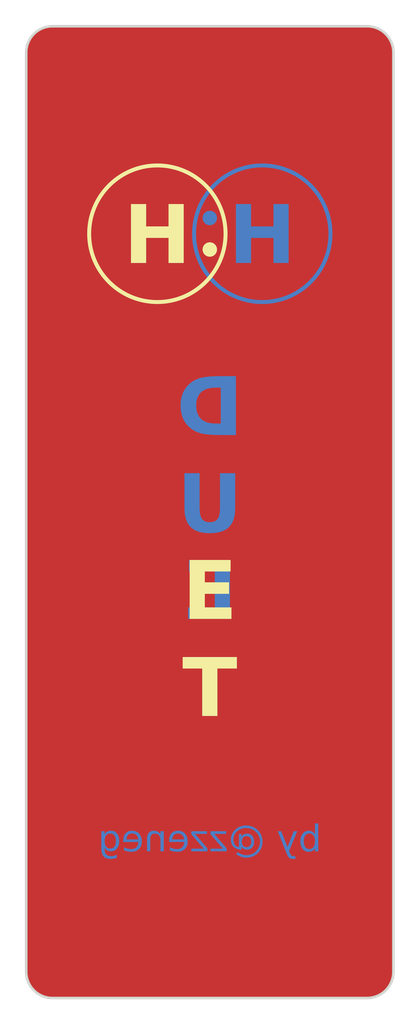
<source format=kicad_pcb>
(kicad_pcb (version 20221018) (generator pcbnew)

  (general
    (thickness 1.6)
  )

  (paper "A4")
  (layers
    (0 "F.Cu" signal)
    (31 "B.Cu" signal)
    (32 "B.Adhes" user "B.Adhesive")
    (33 "F.Adhes" user "F.Adhesive")
    (34 "B.Paste" user)
    (35 "F.Paste" user)
    (36 "B.SilkS" user "B.Silkscreen")
    (37 "F.SilkS" user "F.Silkscreen")
    (38 "B.Mask" user)
    (39 "F.Mask" user)
    (40 "Dwgs.User" user "User.Drawings")
    (41 "Cmts.User" user "User.Comments")
    (42 "Eco1.User" user "User.Eco1")
    (43 "Eco2.User" user "User.Eco2")
    (44 "Edge.Cuts" user)
    (45 "Margin" user)
    (46 "B.CrtYd" user "B.Courtyard")
    (47 "F.CrtYd" user "F.Courtyard")
    (48 "B.Fab" user)
    (49 "F.Fab" user)
    (50 "User.1" user)
    (51 "User.2" user)
    (52 "User.3" user)
    (53 "User.4" user)
    (54 "User.5" user)
    (55 "User.6" user)
    (56 "User.7" user)
    (57 "User.8" user)
    (58 "User.9" user)
  )

  (setup
    (stackup
      (layer "F.SilkS" (type "Top Silk Screen") (color "White"))
      (layer "F.Paste" (type "Top Solder Paste"))
      (layer "F.Mask" (type "Top Solder Mask") (color "Black") (thickness 0.01))
      (layer "F.Cu" (type "copper") (thickness 0.035))
      (layer "dielectric 1" (type "core") (color "FR4 natural") (thickness 1.51) (material "FR4") (epsilon_r 4.5) (loss_tangent 0.02))
      (layer "B.Cu" (type "copper") (thickness 0.035))
      (layer "B.Mask" (type "Bottom Solder Mask") (color "Black") (thickness 0.01))
      (layer "B.Paste" (type "Bottom Solder Paste"))
      (layer "B.SilkS" (type "Bottom Silk Screen") (color "White"))
      (copper_finish "HAL SnPb")
      (dielectric_constraints no)
    )
    (pad_to_mask_clearance 0)
    (grid_origin 86.9 68.5)
    (pcbplotparams
      (layerselection 0x00010fc_ffffffff)
      (plot_on_all_layers_selection 0x0000000_00000000)
      (disableapertmacros false)
      (usegerberextensions false)
      (usegerberattributes true)
      (usegerberadvancedattributes true)
      (creategerberjobfile true)
      (dashed_line_dash_ratio 12.000000)
      (dashed_line_gap_ratio 3.000000)
      (svgprecision 4)
      (plotframeref false)
      (viasonmask false)
      (mode 1)
      (useauxorigin false)
      (hpglpennumber 1)
      (hpglpenspeed 20)
      (hpglpendiameter 15.000000)
      (dxfpolygonmode true)
      (dxfimperialunits true)
      (dxfusepcbnewfont true)
      (psnegative false)
      (psa4output false)
      (plotreference true)
      (plotvalue true)
      (plotinvisibletext false)
      (sketchpadsonfab false)
      (subtractmaskfromsilk false)
      (outputformat 1)
      (mirror false)
      (drillshape 1)
      (scaleselection 1)
      (outputdirectory "")
    )
  )

  (net 0 "")

  (gr_circle (center 84.9 57.9) (end 87.5 57.9)
    (stroke (width 0.15) (type default)) (fill none) (layer "B.Cu") (tstamp 16a41c45-3732-4691-b8df-84ff1ec0270a))
  (gr_circle (center 88.9 57.9) (end 91.5 57.9)
    (stroke (width 0.15) (type default)) (fill none) (layer "B.Cu") (tstamp 6350fb52-713f-4b4c-ae47-d068800ea5bb))
  (gr_circle (center 86.9 57.3) (end 87.1 57.3)
    (stroke (width 0.15) (type solid)) (fill solid) (layer "B.Cu") (tstamp 954cf280-7915-421d-be76-9397f8249af5))
  (gr_circle (center 86.9 58.5) (end 87.1 58.5)
    (stroke (width 0.15) (type solid)) (fill solid) (layer "B.Cu") (tstamp e4ec0305-f313-4705-9fe7-3f2a324fd58a))
  (gr_circle (center 86.9 58.5) (end 87.1 58.5)
    (stroke (width 0.15) (type solid)) (fill solid) (layer "F.SilkS") (tstamp 20a83a93-7c51-47e4-83d8-bf40a0df4156))
  (gr_circle (center 84.9 57.9) (end 84.9 55.3)
    (stroke (width 0.15) (type default)) (fill none) (layer "F.SilkS") (tstamp 9d0c248a-af33-4672-9be6-65c3336e315b))
  (gr_circle (center 86.9 57.3) (end 87.1 57.3)
    (stroke (width 0.15) (type solid)) (fill solid) (layer "F.Mask") (tstamp 70eef55a-a4a3-4305-8ad0-eee835d1b485))
  (gr_circle (center 88.9 57.9) (end 91.5 57.9)
    (stroke (width 0.15) (type default)) (fill none) (layer "F.Mask") (tstamp edf0959b-5066-4e39-a83c-a1d6004d1b11))
  (gr_arc (start 79.9 51) (mid 80.192893 50.292893) (end 80.9 50)
    (stroke (width 0.1) (type default)) (layer "Edge.Cuts") (tstamp 04ce3a6e-d6f7-4961-bec2-6cf4d72ba68a))
  (gr_line (start 92.9 87) (end 80.9 87)
    (stroke (width 0.1) (type default)) (layer "Edge.Cuts") (tstamp 1b419fd8-cec3-4a4b-86eb-a6b9401aaf55))
  (gr_arc (start 80.9 87) (mid 80.192893 86.707107) (end 79.9 86)
    (stroke (width 0.1) (type default)) (layer "Edge.Cuts") (tstamp 424531f8-a738-4ed1-a70b-7bbd0acbf98d))
  (gr_arc (start 93.9 86) (mid 93.607107 86.707107) (end 92.9 87)
    (stroke (width 0.1) (type default)) (layer "Edge.Cuts") (tstamp a653a1f8-ce9b-4c1a-9d2b-6bcd6bc967da))
  (gr_arc (start 92.9 50) (mid 93.607107 50.292893) (end 93.9 51)
    (stroke (width 0.1) (type default)) (layer "Edge.Cuts") (tstamp b8cf81dc-83ca-457b-ab48-0b1d52707076))
  (gr_line (start 79.9 86) (end 79.9 51)
    (stroke (width 0.1) (type default)) (layer "Edge.Cuts") (tstamp c8fdcb47-33ec-4640-abdd-c3e71be7ca07))
  (gr_line (start 80.9 50) (end 92.9 50)
    (stroke (width 0.1) (type default)) (layer "Edge.Cuts") (tstamp e76741bf-1444-4d23-bb44-dd043c2c94b8))
  (gr_line (start 93.9 51) (end 93.9 86)
    (stroke (width 0.1) (type default)) (layer "Edge.Cuts") (tstamp fb4952b0-8be8-4e9c-919f-0d4e1fef3bb8))
  (gr_rect (start 79.9 53.8) (end 93.9 83.2)
    (stroke (width 0.05) (type default)) (fill none) (layer "F.CrtYd") (tstamp da740a70-b734-4ba7-958c-6aded8496dc9))
  (gr_text "E\nT" (at 86.9 73.5) (layer "B.Cu") (tstamp 16eacc00-1484-4a0a-9127-b8565f8b7649)
    (effects (font (face "Helvetica") (size 2.2 2.2) (thickness 0.2) bold) (justify mirror))
    (render_cache "E\nT" 0
      (polygon
        (pts
          (xy 86.043488 70.707972)          (xy 87.221862 70.707972)          (xy 87.221862 71.223813)          (xy 86.140208 71.223813)
          (xy 86.140208 71.602096)          (xy 87.221862 71.602096)          (xy 87.221862 72.152327)          (xy 85.98868 72.152327)
          (xy 85.98868 72.565)          (xy 87.676984 72.565)          (xy 87.676984 70.329689)          (xy 86.043488 70.329689)
        )
      )
      (polygon
        (pts
          (xy 85.985993 74.025689)          (xy 85.985993 74.403972)          (xy 86.652287 74.403972)          (xy 86.652287 76.261)
          (xy 87.120843 76.261)          (xy 87.120843 74.403972)          (xy 87.790361 74.403972)          (xy 87.790361 74.025689)
        )
      )
    )
  )
  (gr_text "H" (at 88.9 58.1) (layer "B.Cu") (tstamp 25b5262d-ae31-496d-a258-5d0035c9d2a4)
    (effects (font (face "Helvetica") (size 2.2 2.2) (thickness 0.44) bold) (justify mirror))
    (render_cache "H" 0
      (polygon
        (pts
          (xy 89.778541 59.013)          (xy 89.778541 56.777689)          (xy 89.317508 56.777689)          (xy 89.317508 57.637424)
          (xy 88.447026 57.637424)          (xy 88.447026 56.777689)          (xy 87.984382 56.777689)          (xy 87.984382 59.013)
          (xy 88.447026 59.013)          (xy 88.447026 58.015707)          (xy 89.317508 58.015707)          (xy 89.317508 59.013)
        )
      )
    )
  )
  (gr_text "by @zzeneg" (at 86.9 81) (layer "B.Cu") (tstamp 6215e9c3-c8f2-4cd5-92d4-167bd12f34d8)
    (effects (font (face "Helvetica") (size 1 1) (thickness 0.15)) (justify mirror))
    (render_cache "by @zzeneg" 0
      (polygon
        (pts
          (xy 90.719469 80.414581)          (xy 90.599301 80.414581)          (xy 90.599301 80.769221)          (xy 90.591562 80.759865)
          (xy 90.583548 80.750938)          (xy 90.575259 80.74244)          (xy 90.566695 80.734371)          (xy 90.557856 80.726732)
          (xy 90.548743 80.719522)          (xy 90.539355 80.712741)          (xy 90.529692 80.70639)          (xy 90.519755 80.700468)
          (xy 90.509542 80.694975)          (xy 90.502581 80.691552)          (xy 90.491919 80.686751)          (xy 90.481089 80.682422)
          (xy 90.470091 80.678565)          (xy 90.458927 80.67518)          (xy 90.447594 80.672268)          (xy 90.436095 80.669828)
          (xy 90.424428 80.66786)          (xy 90.412593 80.666365)          (xy 90.400591 80.665341)          (xy 90.388422 80.66479)
          (xy 90.380216 80.664685)          (xy 90.36323 80.665055)          (xy 90.346651 80.666162)          (xy 90.330479 80.668009)
          (xy 90.314713 80.670593)          (xy 90.299353 80.673916)          (xy 90.2844 80.677978)          (xy 90.269853 80.682778)
          (xy 90.255713 80.688316)          (xy 90.241979 80.694593)          (xy 90.228651 80.701608)          (xy 90.21573 80.709362)
          (xy 90.203216 80.717854)          (xy 90.191108 80.727085)          (xy 90.179406 80.737054)          (xy 90.168111 80.747761)
          (xy 90.157222 80.759207)          (xy 90.14687 80.771373)          (xy 90.137186 80.784239)          (xy 90.12817 80.797805)
          (xy 90.119822 80.812071)          (xy 90.112142 80.827037)          (xy 90.105129 80.842704)          (xy 90.098785 80.859071)
          (xy 90.093108 80.876139)          (xy 90.088099 80.893906)          (xy 90.083758 80.912374)          (xy 90.080085 80.931543)
          (xy 90.078499 80.941389)          (xy 90.07708 80.951411)          (xy 90.075827 80.961608)          (xy 90.074742 80.97198)
          (xy 90.073824 80.982527)          (xy 90.073073 80.993249)          (xy 90.072488 81.004147)          (xy 90.072071 81.015219)
          (xy 90.07182 81.026466)          (xy 90.071737 81.037889)          (xy 90.071819 81.048745)          (xy 90.072067 81.059487)
          (xy 90.07248 81.070113)          (xy 90.073057 81.080623)          (xy 90.0738 81.091019)          (xy 90.074708 81.101298)
          (xy 90.075781 81.111462)          (xy 90.077019 81.121511)          (xy 90.078422 81.131445)          (xy 90.07999 81.141262)
          (xy 90.081723 81.150965)          (xy 90.083621 81.160552)          (xy 90.087912 81.17938)          (xy 90.092864 81.197745)
          (xy 90.098476 81.21565)          (xy 90.104748 81.233092)          (xy 90.11168 81.250073)          (xy 90.119273 81.266591)
          (xy 90.127525 81.282648)          (xy 90.136438 81.298244)          (xy 90.146011 81.313377)          (xy 90.156245 81.328049)
          (xy 90.167063 81.342039)          (xy 90.178391 81.355126)          (xy 90.190228 81.36731)          (xy 90.202575 81.378592)
          (xy 90.215431 81.388971)          (xy 90.228796 81.398448)          (xy 90.242672 81.407022)          (xy 90.257056 81.414694)
          (xy 90.27195 81.421463)          (xy 90.287354 81.42733)          (xy 90.303267 81.432294)          (xy 90.319689 81.436355)
          (xy 90.336621 81.439514)          (xy 90.354062 81.441771)          (xy 90.372013 81.443125)          (xy 90.390474 81.443576)
          (xy 90.400844 81.44342)          (xy 90.411009 81.442954)          (xy 90.420971 81.442176)          (xy 90.430728 81.441088)
          (xy 90.444981 81.438872)          (xy 90.458775 81.435956)          (xy 90.472109 81.43234)          (xy 90.484984 81.428025)
          (xy 90.4974 81.423009)          (xy 90.509356 81.417294)          (xy 90.520853 81.410879)          (xy 90.53189 81.403764)
          (xy 90.540572 81.39746)          (xy 90.5494 81.39027)          (xy 90.558372 81.382195)          (xy 90.567489 81.373234)
          (xy 90.574422 81.365932)          (xy 90.581436 81.358133)          (xy 90.588533 81.349835)          (xy 90.59571 81.34104)
          (xy 90.60297 81.331746)          (xy 90.605407 81.328538)          (xy 90.605407 81.415)          (xy 90.719469 81.415)
        )
          (pts
            (xy 90.398045 81.336842)            (xy 90.385695 81.336527)            (xy 90.373739 81.335582)            (xy 90.362179 81.334008)
            (xy 90.351013 81.331804)            (xy 90.340243 81.328971)            (xy 90.329867 81.325507)            (xy 90.319887 81.321414)
            (xy 90.310301 81.316692)            (xy 90.30111 81.311339)            (xy 90.292315 81.305357)            (xy 90.283914 81.298746)
            (xy 90.275909 81.291504)            (xy 90.268298 81.283633)            (xy 90.261082 81.275132)            (xy 90.254262 81.266002)
            (xy 90.247836 81.256242)            (xy 90.241802 81.245936)            (xy 90.236158 81.235229)            (xy 90.230903 81.224122)
            (xy 90.226037 81.212614)            (xy 90.221561 81.200705)            (xy 90.217473 81.188396)            (xy 90.213776 81.175685)
            (xy 90.210467 81.162575)            (xy 90.207547 81.149063)            (xy 90.205017 81.135151)            (xy 90.202876 81.120838)
            (xy 90.201124 81.106124)            (xy 90.199762 81.091009)            (xy 90.198789 81.075494)            (xy 90.198205 81.059578)
            (xy 90.19801 81.043262)            (xy 90.198205 81.028734)            (xy 90.198789 81.014521)            (xy 90.199762 81.000623)
            (xy 90.201124 80.98704)            (xy 90.202876 80.973772)            (xy 90.205017 80.960818)            (xy 90.207547 80.94818)
            (xy 90.210467 80.935856)            (xy 90.213776 80.923847)            (xy 90.217473 80.912153)            (xy 90.221561 80.900774)
            (xy 90.226037 80.889709)            (xy 90.230903 80.87896)            (xy 90.236158 80.868525)            (xy 90.241802 80.858405)
            (xy 90.247836 80.8486)            (xy 90.254248 80.839254)            (xy 90.261029 80.830511)            (xy 90.268178 80.822371)
            (xy 90.275695 80.814834)            (xy 90.28358 80.8079)            (xy 90.291834 80.801568)            (xy 90.300456 80.79584)
            (xy 90.309446 80.790715)            (xy 90.318805 80.786192)            (xy 90.328531 80.782273)            (xy 90.338627 80.778957)
            (xy 90.34909 80.776243)            (xy 90.359921 80.774133)            (xy 90.371121 80.772626)            (xy 90.382689 80.771721)
            (xy 90.394626 80.77142)            (xy 90.405107 80.771667)            (xy 90.415425 80.772408)            (xy 90.425578 80.773644)
            (xy 90.435567 80.775373)            (xy 90.445392 80.777597)            (xy 90.455053 80.780315)            (xy 90.46455 80.783528)
            (xy 90.473883 80.787234)            (xy 90.483051 80.791435)            (xy 90.492056 80.79613)            (xy 90.500896 80.801319)
            (xy 90.509573 80.807003)            (xy 90.518085 80.81318)            (xy 90.526433 80.819852)            (xy 90.534617 80.827018)
            (xy 90.542637 80.834678)            (xy 90.550327 80.842906)            (xy 90.557521 80.851775)            (xy 90.564218 80.861286)
            (xy 90.57042 80.871437)            (xy 90.576125 80.88223)            (xy 90.581334 80.893663)            (xy 90.586047 80.905738)
            (xy 90.590264 80.918454)            (xy 90.593985 80.931811)            (xy 90.59721 80.945809)            (xy 90.599939 80.960448)
            (xy 90.602171 80.975729)            (xy 90.603908 80.99165)            (xy 90.605148 81.008213)            (xy 90.605892 81.025417)
            (xy 90.60614 81.043262)            (xy 90.606038 81.056235)            (xy 90.605732 81.0689)            (xy 90.605221 81.081255)
            (xy 90.604507 81.093301)            (xy 90.603588 81.105038)            (xy 90.602465 81.116466)            (xy 90.601138 81.127585)
            (xy 90.599607 81.138394)            (xy 90.597871 81.148895)            (xy 90.595932 81.159086)            (xy 90.593788 81.168969)
            (xy 90.59144 81.178542)            (xy 90.587535 81.192322)            (xy 90.583171 81.205407)            (xy 90.580006 81.213743)
            (xy 90.573571 81.22865)            (xy 90.566477 81.242595)            (xy 90.558726 81.255578)            (xy 90.550315 81.267599)
            (xy 90.541247 81.278659)            (xy 90.53152 81.288756)            (xy 90.521135 81.297893)            (xy 90.510092 81.306067)
            (xy 90.49839 81.31328)            (xy 90.48603 81.319531)            (xy 90.473012 81.32482)            (xy 90.459335 81.329148)
            (xy 90.445 81.332514)            (xy 90.430007 81.334918)            (xy 90.414355 81.336361)
          )
      )
      (polygon
        (pts
          (xy 89.471632 80.680317)          (xy 89.334856 80.680317)          (xy 89.338373 80.689882)          (xy 89.34239 80.700868)
          (xy 89.346906 80.713275)          (xy 89.351923 80.727105)          (xy 89.357439 80.742356)          (xy 89.363455 80.759028)
          (xy 89.369972 80.777122)          (xy 89.373417 80.786702)          (xy 89.376988 80.796638)          (xy 89.380684 80.806929)
          (xy 89.384504 80.817575)          (xy 89.38845 80.828576)          (xy 89.39252 80.839934)          (xy 89.396716 80.851646)
          (xy 89.401036 80.863714)          (xy 89.405482 80.876137)          (xy 89.410052 80.888916)          (xy 89.414748 80.90205)
          (xy 89.419568 80.915539)          (xy 89.424514 80.929384)          (xy 89.429584 80.943584)          (xy 89.43478 80.95814)
          (xy 89.4401 80.973051)          (xy 89.445545 80.988317)          (xy 89.451116 81.003939)          (xy 89.455292 81.015746)
          (xy 89.459427 81.027417)          (xy 89.463518 81.038949)          (xy 89.467568 81.050345)          (xy 89.471575 81.061603)
          (xy 89.475539 81.072724)          (xy 89.479461 81.083707)          (xy 89.483341 81.094553)          (xy 89.487178 81.105261)
          (xy 89.490972 81.115833)          (xy 89.494724 81.126266)          (xy 89.498434 81.136563)          (xy 89.502101 81.146722)
          (xy 89.505726 81.156743)          (xy 89.509308 81.166627)          (xy 89.512848 81.176374)          (xy 89.516346 81.185984)
          (xy 89.5198 81.195456)          (xy 89.523213 81.20479)          (xy 89.526583 81.213988)          (xy 89.533196 81.23197)
          (xy 89.539639 81.249403)          (xy 89.545912 81.266286)          (xy 89.552015 81.28262)          (xy 89.557948 81.298404)
          (xy 89.563712 81.313639)          (xy 89.570351 81.33107)          (xy 89.576867 81.34807)          (xy 89.58326 81.36464)
          (xy 89.589529 81.380779)          (xy 89.595674 81.396487)          (xy 89.601696 81.411764)          (xy 89.607595 81.426611)
          (xy 89.613369 81.441027)          (xy 89.619021 81.455012)          (xy 89.624548 81.468566)          (xy 89.629952 81.481689)
          (xy 89.635233 81.494382)          (xy 89.64039 81.506644)          (xy 89.645423 81.518475)          (xy 89.650333 81.529876)
          (xy 89.65512 81.540846)          (xy 89.659782 81.551385)          (xy 89.664322 81.561493)          (xy 89.668737 81.57117)
          (xy 89.673029 81.580417)          (xy 89.681243 81.597618)          (xy 89.688963 81.613096)          (xy 89.696188 81.626851)
          (xy 89.702919 81.638882)          (xy 89.709155 81.649191)          (xy 89.714898 81.657777)          (xy 89.723697 81.668864)
          (xy 89.733608 81.67886)          (xy 89.744632 81.687766)          (xy 89.756767 81.695581)          (xy 89.765474 81.700185)
          (xy 89.774676 81.704305)          (xy 89.784373 81.70794)          (xy 89.794563 81.711091)          (xy 89.805248 81.713756)
          (xy 89.816427 81.715937)          (xy 89.8281 81.717634)          (xy 89.840267 81.718845)          (xy 89.852929 81.719572)
          (xy 89.866084 81.719815)          (xy 89.87685 81.719721)          (xy 89.88778 81.719385)          (xy 89.898324 81.718715)
          (xy 89.90614 81.717861)          (xy 89.91663 81.716113)          (xy 89.926328 81.714082)          (xy 89.937032 81.711511)
          (xy 89.940823 81.710533)          (xy 89.940823 81.600136)          (xy 89.931183 81.602716)          (xy 89.920764 81.605372)
          (xy 89.910194 81.607864)          (xy 89.900203 81.609909)          (xy 89.894172 81.610882)          (xy 89.883845 81.612222)
          (xy 89.873743 81.612975)          (xy 89.868771 81.61308)          (xy 89.858456 81.6128)          (xy 89.847259 81.611724)
          (xy 89.83735 81.609841)          (xy 89.827418 81.606623)          (xy 89.818213 81.601601)          (xy 89.809551 81.594856)
          (xy 89.801701 81.587261)          (xy 89.794662 81.578816)          (xy 89.791102 81.573757)          (xy 89.786644 81.564527)
          (xy 89.782437 81.554967)          (xy 89.777973 81.544561)          (xy 89.773775 81.534638)          (xy 89.76902 81.523296)
          (xy 89.766433 81.517093)          (xy 89.76255 81.507751)          (xy 89.757686 81.496011)          (xy 89.753181 81.485086)
          (xy 89.749035 81.474979)          (xy 89.745247 81.465688)          (xy 89.741017 81.455223)          (xy 89.737347 81.446034)
          (xy 89.735414 81.441133)          (xy 90.007501 80.680317)          (xy 89.867306 80.680317)          (xy 89.670202 81.285795)
        )
      )
      (polygon
        (pts
          (xy 88.212316 81.461894)          (xy 88.230124 81.461721)          (xy 88.247675 81.461201)          (xy 88.264969 81.460336)
          (xy 88.282005 81.459123)          (xy 88.298785 81.457565)          (xy 88.315307 81.45566)          (xy 88.331573 81.453409)
          (xy 88.347581 81.450812)          (xy 88.363332 81.447868)          (xy 88.378826 81.444578)          (xy 88.394063 81.440941)
          (xy 88.409042 81.436958)          (xy 88.423765 81.432629)          (xy 88.43823 81.427954)          (xy 88.452438 81.422932)
          (xy 88.46639 81.417564)          (xy 88.480084 81.41185)          (xy 88.493521 81.405789)          (xy 88.5067 81.399382)
          (xy 88.519623 81.392628)          (xy 88.532289 81.385529)          (xy 88.544697 81.378083)          (xy 88.556848 81.37029)
          (xy 88.568743 81.362151)          (xy 88.58038 81.353666)          (xy 88.59176 81.344835)          (xy 88.602883 81.335657)
          (xy 88.613748 81.326133)          (xy 88.624357 81.316263)          (xy 88.634708 81.306046)          (xy 88.644803 81.295483)
          (xy 88.65464 81.284574)          (xy 88.662288 81.275646)          (xy 88.669694 81.266632)          (xy 88.676857 81.257532)
          (xy 88.683777 81.248346)          (xy 88.690455 81.239073)          (xy 88.696889 81.229714)          (xy 88.703081 81.220268)
          (xy 88.70903 81.210736)          (xy 88.714736 81.201118)          (xy 88.720199 81.191413)          (xy 88.725419 81.181622)
          (xy 88.730397 81.171745)          (xy 88.735132 81.161781)          (xy 88.739624 81.151731)          (xy 88.743873 81.141595)
          (xy 88.74788 81.131372)          (xy 88.751643 81.121063)          (xy 88.755164 81.110668)          (xy 88.758442 81.100186)
          (xy 88.761477 81.089618)          (xy 88.764269 81.078964)          (xy 88.766819 81.068223)          (xy 88.769126 81.057396)
          (xy 88.771189 81.046483)          (xy 88.773011 81.035483)          (xy 88.774589 81.024397)          (xy 88.775924 81.013225)
          (xy 88.777017 81.001966)          (xy 88.777867 80.990621)          (xy 88.778474 80.979189)          (xy 88.778838 80.967671)
          (xy 88.778959 80.956067)          (xy 88.778812 80.942287)          (xy 88.778369 80.928636)          (xy 88.777631 80.915115)
          (xy 88.776597 80.901723)          (xy 88.775268 80.888462)          (xy 88.773644 80.87533)          (xy 88.771725 80.862328)
          (xy 88.76951 80.849455)          (xy 88.767 80.836713)          (xy 88.764195 80.8241)          (xy 88.761095 80.811617)
          (xy 88.757699 80.799263)          (xy 88.754008 80.78704)          (xy 88.750021 80.774946)          (xy 88.74574 80.762982)
          (xy 88.741163 80.751147)          (xy 88.736291 80.739443)          (xy 88.731123 80.727868)          (xy 88.72566 80.716423)
          (xy 88.719902 80.705108)          (xy 88.713849 80.693922)          (xy 88.7075 80.682866)          (xy 88.700856 80.67194)
          (xy 88.693917 80.661144)          (xy 88.686683 80.650477)          (xy 88.679153 80.639941)          (xy 88.671328 80.629534)
          (xy 88.663207 80.619256)          (xy 88.654792 80.609109)          (xy 88.646081 80.599091)          (xy 88.637075 80.589203)
          (xy 88.627773 80.579445)          (xy 88.617189 80.568821)          (xy 88.606381 80.558534)          (xy 88.595348 80.548585)
          (xy 88.584092 80.538973)          (xy 88.572611 80.529698)          (xy 88.560906 80.520761)          (xy 88.548977 80.51216)
          (xy 88.536823 80.503897)          (xy 88.524446 80.495972)          (xy 88.511844 80.488383)          (xy 88.499018 80.481132)
          (xy 88.485967 80.474218)          (xy 88.472693 80.467641)          (xy 88.459194 80.461402)          (xy 88.445471 80.4555)
          (xy 88.431524 80.449935)          (xy 88.417353 80.444707)          (xy 88.402957 80.439817)          (xy 88.388337 80.435264)
          (xy 88.373493 80.431048)          (xy 88.358425 80.42717)          (xy 88.343133 80.423628)          (xy 88.327616 80.420424)
          (xy 88.311876 80.417558)          (xy 88.295911 80.415028)          (xy 88.279721 80.412836)          (xy 88.263308 80.410981)
          (xy 88.24667 80.409463)          (xy 88.229809 80.408283)          (xy 88.212722 80.40744)          (xy 88.195412 80.406934)
          (xy 88.177878 80.406765)          (xy 88.162699 80.406886)          (xy 88.147724 80.407248)          (xy 88.132953 80.407851)
          (xy 88.118386 80.408696)          (xy 88.104022 80.409782)          (xy 88.089862 80.41111)          (xy 88.075905 80.412679)
          (xy 88.062152 80.414489)          (xy 88.048603 80.416541)          (xy 88.035258 80.418834)          (xy 88.022116 80.421369)
          (xy 88.009179 80.424144)          (xy 87.996444 80.427162)          (xy 87.983914 80.43042)          (xy 87.971587 80.43392)
          (xy 87.959464 80.437662)          (xy 87.947544 80.441645)          (xy 87.935828 80.445869)          (xy 87.924316 80.450334)
          (xy 87.913008 80.455041)          (xy 87.901903 80.459989)          (xy 87.891002 80.465179)          (xy 87.880305 80.47061)
          (xy 87.869811 80.476283)          (xy 87.859521 80.482196)          (xy 87.849435 80.488352)          (xy 87.839553 80.494748)
          (xy 87.829874 80.501386)          (xy 87.820399 80.508266)          (xy 87.811127 80.515386)          (xy 87.802059 80.522748)
          (xy 87.793195 80.530352)          (xy 87.785126 80.537716)          (xy 87.777313 80.545216)          (xy 87.769756 80.552852)
          (xy 87.762455 80.560623)          (xy 87.75541 80.568529)          (xy 87.748622 80.576571)          (xy 87.74209 80.584748)
          (xy 87.735814 80.593061)          (xy 87.729794 80.60151)          (xy 87.72403 80.610093)          (xy 87.718522 80.618813)
          (xy 87.713271 80.627667)          (xy 87.708275 80.636658)          (xy 87.703536 80.645783)          (xy 87.699053 80.655045)
          (xy 87.694827 80.664441)          (xy 87.690856 80.673973)          (xy 87.687141 80.683641)          (xy 87.683683 80.693444)
          (xy 87.680481 80.703383)          (xy 87.677535 80.713457)          (xy 87.674845 80.723666)          (xy 87.672412 80.734011)
          (xy 87.670234 80.744492)          (xy 87.668313 80.755108)          (xy 87.666648 80.765859)          (xy 87.665239 80.776746)
          (xy 87.664086 80.787769)          (xy 87.66319 80.798926)          (xy 87.662549 80.81022)          (xy 87.662165 80.821649)
          (xy 87.662037 80.833213)          (xy 87.662403 80.852634)          (xy 87.663502 80.871697)          (xy 87.665334 80.8904)
          (xy 87.667899 80.908745)          (xy 87.671196 80.926731)          (xy 87.675226 80.944359)          (xy 87.679989 80.961628)
          (xy 87.685484 80.978538)          (xy 87.691712 80.995089)          (xy 87.698673 81.011281)          (xy 87.706367 81.027115)
          (xy 87.714793 81.04259)          (xy 87.723952 81.057707)          (xy 87.733844 81.072464)          (xy 87.744469 81.086863)
          (xy 87.755826 81.100903)          (xy 87.767637 81.114331)          (xy 87.779621 81.126892)          (xy 87.791779 81.138587)
          (xy 87.80411 81.149416)          (xy 87.816615 81.159378)          (xy 87.829294 81.168475)          (xy 87.842146 81.176704)
          (xy 87.855172 81.184068)          (xy 87.868372 81.190565)          (xy 87.881745 81.196196)          (xy 87.895292 81.200961)
          (xy 87.909012 81.204859)          (xy 87.922906 81.207891)          (xy 87.936974 81.210057)          (xy 87.951216 81.211356)
          (xy 87.965631 81.211789)          (xy 87.978092 81.211491)          (xy 87.989922 81.210596)          (xy 88.001122 81.209104)
          (xy 88.01169 81.207015)          (xy 88.021627 81.20433)          (xy 88.030932 81.201048)          (xy 88.042358 81.195743)
          (xy 88.052662 81.189377)          (xy 88.061844 81.181951)          (xy 88.066015 81.17784)          (xy 88.073571 81.169135)
          (xy 88.08012 81.159995)          (xy 88.085661 81.15042)          (xy 88.090195 81.140409)          (xy 88.093721 81.129964)
          (xy 88.09624 81.119084)          (xy 88.097751 81.107769)          (xy 88.098255 81.096018)          (xy 88.097778 81.085753)
          (xy 88.097033 81.07941)          (xy 88.095153 81.069561)          (xy 88.09337 81.06158)          (xy 88.097994 81.07168)
          (xy 88.102769 81.081402)          (xy 88.107695 81.090746)          (xy 88.112772 81.099713)          (xy 88.117999 81.108301)
          (xy 88.123377 81.116512)          (xy 88.131727 81.12812)          (xy 88.140416 81.138877)          (xy 88.149444 81.148785)
          (xy 88.158812 81.157842)          (xy 88.168518 81.16605)          (xy 88.178564 81.173407)          (xy 88.185449 81.17784)
          (xy 88.195921 81.183907)          (xy 88.206452 81.189377)          (xy 88.217044 81.194251)          (xy 88.227696 81.198528)
          (xy 88.238408 81.202208)          (xy 88.24918 81.205291)          (xy 88.260012 81.207778)          (xy 88.270904 81.209668)
          (xy 88.281856 81.210961)          (xy 88.292868 81.211657)          (xy 88.300243 81.211789)          (xy 88.310682 81.211545)
          (xy 88.320871 81.210812)          (xy 88.330809 81.209591)          (xy 88.340498 81.207882)          (xy 88.354562 81.204401)
          (xy 88.368064 81.199822)          (xy 88.381003 81.194143)          (xy 88.39338 81.187365)          (xy 88.405195 81.179488)
          (xy 88.416447 81.170512)          (xy 88.427136 81.160437)          (xy 88.43395 81.15311)          (xy 88.437264 81.149263)
          (xy 88.443623 81.141277)          (xy 88.449571 81.13301)          (xy 88.45511 81.124462)          (xy 88.460238 81.115634)
          (xy 88.464956 81.106526)          (xy 88.469263 81.097137)          (xy 88.473161 81.087467)          (xy 88.476648 81.077517)
          (xy 88.479725 81.067286)          (xy 88.482391 81.056775)          (xy 88.484648 81.045984)          (xy 88.486494 81.034912)
          (xy 88.48793 81.023559)          (xy 88.488955 81.011926)          (xy 88.489571 81.000013)          (xy 88.489776 80.987819)
          (xy 88.489426 80.970424)          (xy 88.488375 80.953289)          (xy 88.486625 80.936413)          (xy 88.484174 80.919797)
          (xy 88.481022 80.90344)          (xy 88.477171 80.887343)          (xy 88.472619 80.871506)          (xy 88.467367 80.855928)
          (xy 88.461414 80.840609)          (xy 88.454761 80.82555)          (xy 88.447408 80.81075)          (xy 88.439355 80.79621)
          (xy 88.430601 80.78193)          (xy 88.421147 80.767909)          (xy 88.410993 80.754147)          (xy 88.400139 80.740645)
          (xy 88.388882 80.727661)          (xy 88.37752 80.715515)          (xy 88.366053 80.704206)          (xy 88.354481 80.693735)
          (xy 88.342804 80.684102)          (xy 88.331022 80.675306)          (xy 88.319135 80.667348)          (xy 88.307143 80.660228)
          (xy 88.295047 80.653945)          (xy 88.282845 80.648501)          (xy 88.270538 80.643893)          (xy 88.258127 80.640124)
          (xy 88.24561 80.637192)          (xy 88.232989 80.635098)          (xy 88.220263 80.633841)          (xy 88.207431 80.633422)
          (xy 88.194503 80.633804)          (xy 88.182003 80.634951)          (xy 88.169933 80.636861)          (xy 88.158293 80.639536)
          (xy 88.147081 80.642975)          (xy 88.136299 80.647178)          (xy 88.125947 80.652146)          (xy 88.116023 80.657877)
          (xy 88.106529 80.664373)          (xy 88.097465 80.671633)          (xy 88.09166 80.676898)          (xy 88.083474 80.685204)
          (xy 88.076044 80.693819)          (xy 88.069369 80.702743)          (xy 88.06345 80.711977)          (xy 88.058287 80.72152)
          (xy 88.053879 80.731371)          (xy 88.050227 80.741532)          (xy 88.04733 80.752002)          (xy 88.045189 80.762781)
          (xy 88.043804 80.77387)          (xy 88.0433 80.781434)          (xy 88.008862 80.658335)          (xy 87.907989 80.658335)
          (xy 87.999336 80.962906)          (xy 88.002411 80.973639)          (xy 88.005223 80.983705)          (xy 88.008251 80.994902)
          (xy 88.010902 81.005137)          (xy 88.013516 81.015863)          (xy 88.014479 81.020059)          (xy 88.016616 81.0305)
          (xy 88.018143 81.040331)          (xy 88.01913 81.050661)          (xy 88.019364 81.058161)          (xy 88.018703 81.069292)
          (xy 88.01672 81.079238)          (xy 88.012734 81.089344)          (xy 88.006949 81.097838)          (xy 88.000558 81.103834)
          (xy 87.991977 81.109354)          (xy 87.982906 81.113518)          (xy 87.973344 81.116326)          (xy 87.963291 81.117779)
          (xy 87.957327 81.118)          (xy 87.942814 81.117288)          (xy 87.928584 81.115149)          (xy 87.914638 81.111586)
          (xy 87.900975 81.106597)          (xy 87.892024 81.102479)          (xy 87.883199 81.097728)          (xy 87.8745 81.092343)
          (xy 87.865926 81.086325)          (xy 87.857479 81.079673)          (xy 87.849157 81.072388)          (xy 87.840962 81.064469)
          (xy 87.832892 81.055917)          (xy 87.824949 81.046731)          (xy 87.817131 81.036912)          (xy 87.809589 81.02655)
          (xy 87.802534 81.0158)          (xy 87.795965 81.00466)          (xy 87.789883 80.993131)          (xy 87.784287 80.981213)
          (xy 87.779178 80.968905)          (xy 87.774556 80.956208)          (xy 87.77042 80.943122)          (xy 87.76677 80.929647)
          (xy 87.763608 80.915782)          (xy 87.760931 80.901529)          (xy 87.758742 80.886885)          (xy 87.757039 80.871853)
          (xy 87.755822 80.856431)          (xy 87.755092 80.84062)          (xy 87.754849 80.82442)          (xy 87.754958 80.81458)
          (xy 87.755828 80.795298)          (xy 87.757568 80.776548)          (xy 87.760179 80.758331)          (xy 87.763659 80.740647)
          (xy 87.76801 80.723494)          (xy 87.77323 80.706874)          (xy 87.779321 80.690787)          (xy 87.786282 80.675232)
          (xy 87.794113 80.660209)          (xy 87.802814 80.645718)          (xy 87.812386 80.63176)          (xy 87.822827 80.618334)
          (xy 87.834138 80.605441)          (xy 87.84632 80.59308)          (xy 87.859372 80.581251)          (xy 87.866224 80.575537)
          (xy 87.880417 80.564564)          (xy 87.895213 80.554299)          (xy 87.910611 80.544742)          (xy 87.926613 80.535893)
          (xy 87.943218 80.527752)          (xy 87.960425 80.520319)          (xy 87.978236 80.513594)          (xy 87.99665 80.507576)
          (xy 88.006083 80.504833)          (xy 88.015666 80.502267)          (xy 88.025401 80.499878)          (xy 88.035286 80.497665)
          (xy 88.045322 80.49563)          (xy 88.055508 80.493772)          (xy 88.065846 80.49209)          (xy 88.076334 80.490586)
          (xy 88.086973 80.489259)          (xy 88.097762 80.488108)          (xy 88.108703 80.487135)          (xy 88.119794 80.486339)
          (xy 88.131036 80.485719)          (xy 88.142428 80.485277)          (xy 88.153972 80.485011)          (xy 88.165666 80.484923)
          (xy 88.181849 80.485071)          (xy 88.197793 80.485514)          (xy 88.213498 80.486254)          (xy 88.228963 80.487289)
          (xy 88.244188 80.48862)          (xy 88.259174 80.490246)          (xy 88.273921 80.492169)          (xy 88.288428 80.494387)
          (xy 88.302696 80.496901)          (xy 88.316724 80.499711)          (xy 88.330513 80.502816)          (xy 88.344062 80.506218)
          (xy 88.357372 80.509915)          (xy 88.370442 80.513907)          (xy 88.383273 80.518196)          (xy 88.395865 80.52278)
          (xy 88.408216 80.52766)          (xy 88.420329 80.532836)          (xy 88.432202 80.538308)          (xy 88.443835 80.544075)
          (xy 88.455229 80.550138)          (xy 88.466384 80.556497)          (xy 88.477299 80.563152)          (xy 88.487975 80.570102)
          (xy 88.498411 80.577349)          (xy 88.508607 80.584891)          (xy 88.518565 80.592728)          (xy 88.528282 80.600862)
          (xy 88.537761 80.609291)          (xy 88.546999 80.618016)          (xy 88.555999 80.627037)          (xy 88.564758 80.636353)
          (xy 88.572016 80.644478)          (xy 88.579044 80.652731)          (xy 88.585841 80.661113)          (xy 88.592408 80.669624)
          (xy 88.598744 80.678263)          (xy 88.60485 80.687032)          (xy 88.610725 80.695929)          (xy 88.61637 80.704955)
          (xy 88.621785 80.71411)          (xy 88.626969 80.723393)          (xy 88.631923 80.732806)          (xy 88.636646 80.742347)
          (xy 88.641139 80.752017)          (xy 88.645402 80.761816)          (xy 88.649434 80.771744)          (xy 88.653235 80.7818)
          (xy 88.656807 80.791985)          (xy 88.660148 80.802299)          (xy 88.663258 80.812742)          (xy 88.666138 80.823314)
          (xy 88.668788 80.834014)          (xy 88.671207 80.844843)          (xy 88.673396 80.855801)          (xy 88.675355 80.866888)
          (xy 88.677083 80.878104)          (xy 88.67858 80.889448)          (xy 88.679848 80.900921)          (xy 88.680885 80.912523)
          (xy 88.681691 80.924254)          (xy 88.682267 80.936114)          (xy 88.682613 80.948102)          (xy 88.682728 80.960219)
          (xy 88.682618 80.970821)          (xy 88.682288 80.981317)          (xy 88.681738 80.991706)          (xy 88.680968 81.001989)
          (xy 88.679979 81.012165)          (xy 88.678769 81.022235)          (xy 88.67734 81.032199)          (xy 88.675691 81.042056)
          (xy 88.673821 81.051807)          (xy 88.671732 81.061451)          (xy 88.669423 81.070989)          (xy 88.664145 81.089747)
          (xy 88.657987 81.108078)          (xy 88.65095 81.125984)          (xy 88.643033 81.143465)          (xy 88.634237 81.16052)
          (xy 88.624561 81.177149)          (xy 88.614005 81.193353)          (xy 88.602569 81.209132)          (xy 88.596521 81.216861)
          (xy 88.590254 81.224485)          (xy 88.583766 81.232002)          (xy 88.577059 81.239412)          (xy 88.570132 81.246716)
          (xy 88.561779 81.255146)          (xy 88.553208 81.263308)          (xy 88.544419 81.271203)          (xy 88.535411 81.27883)
          (xy 88.526185 81.28619)          (xy 88.51674 81.293282)          (xy 88.507077 81.300106)          (xy 88.497195 81.306663)
          (xy 88.487094 81.312952)          (xy 88.476776 81.318973)          (xy 88.466238 81.324727)          (xy 88.455483 81.330213)
          (xy 88.444508 81.335431)          (xy 88.433316 81.340382)          (xy 88.421905 81.345066)          (xy 88.410275 81.349481)
          (xy 88.398427 81.353629)          (xy 88.38636 81.35751)          (xy 88.374075 81.361123)          (xy 88.361571 81.364468)
          (xy 88.348849 81.367546)          (xy 88.335909 81.370356)          (xy 88.32275 81.372898)          (xy 88.309372 81.375173)
          (xy 88.295776 81.37718)          (xy 88.281962 81.378919)          (xy 88.267929 81.380391)          (xy 88.253677 81.381595)
          (xy 88.239207 81.382532)          (xy 88.224519 81.383201)          (xy 88.209612 81.383603)          (xy 88.194486 81.383736)
          (xy 88.180291 81.383606)          (xy 88.166219 81.383214)          (xy 88.152271 81.38256)          (xy 88.138448 81.381645)
          (xy 88.124748 81.380469)          (xy 88.111173 81.379031)          (xy 88.097721 81.377332)          (xy 88.084394 81.375371)
          (xy 88.07119 81.373149)          (xy 88.058111 81.370666)          (xy 88.045156 81.367921)          (xy 88.032324 81.364914)
          (xy 88.019617 81.361647)          (xy 88.007034 81.358118)          (xy 87.994575 81.354327)          (xy 87.982239 81.350275)
          (xy 87.970001 81.34597)          (xy 87.957895 81.341482)          (xy 87.945921 81.336811)          (xy 87.934078 81.331957)
          (xy 87.922366 81.326919)          (xy 87.910787 81.321699)          (xy 87.899339 81.316295)          (xy 87.888023 81.310708)
          (xy 87.876838 81.304938)          (xy 87.865785 81.298984)          (xy 87.854864 81.292848)          (xy 87.844074 81.286528)
          (xy 87.833416 81.280025)          (xy 87.82289 81.273339)          (xy 87.812495 81.266469)          (xy 87.802232 81.259417)
          (xy 87.756803 81.317058)          (xy 87.764767 81.323626)          (xy 87.773209 81.33014)          (xy 87.782131 81.336601)
          (xy 87.791531 81.343009)          (xy 87.801411 81.349363)          (xy 87.811769 81.355664)          (xy 87.822607 81.361911)
          (xy 87.833923 81.368105)          (xy 87.845718 81.374245)          (xy 87.857992 81.380332)          (xy 87.870745 81.386366)
          (xy 87.883977 81.392346)          (xy 87.897688 81.398273)          (xy 87.911878 81.404146)          (xy 87.926547 81.409966)
          (xy 87.941695 81.415732)          (xy 87.957149 81.421322)          (xy 87.972798 81.426551)          (xy 87.988641 81.43142)
          (xy 88.004679 81.435928)          (xy 88.020912 81.440075)          (xy 88.037339 81.443862)          (xy 88.053961 81.447288)
          (xy 88.070777 81.450354)          (xy 88.087788 81.453058)          (xy 88.104994 81.455403)          (xy 88.122395 81.457386)
          (xy 88.13999 81.459009)          (xy 88.157779 81.460271)          (xy 88.175764 81.461173)          (xy 88.193942 81.461714)
        )
          (pts
            (xy 88.07554 80.824176)            (xy 88.075987 80.813502)            (xy 88.077326 80.803095)            (xy 88.079559 80.792955)
            (xy 88.082684 80.783082)            (xy 88.086703 80.773477)            (xy 88.091614 80.764138)            (xy 88.097419 80.755067)
            (xy 88.104116 80.746263)            (xy 88.111596 80.738134)            (xy 88.119748 80.731089)            (xy 88.128571 80.725128)
            (xy 88.138066 80.720251)            (xy 88.148233 80.716457)            (xy 88.159071 80.713748)            (xy 88.170581 80.712122)
            (xy 88.182763 80.71158)            (xy 88.197278 80.712409)            (xy 88.211425 80.714895)            (xy 88.225202 80.719038)
            (xy 88.23861 80.724838)            (xy 88.247344 80.729625)            (xy 88.255913 80.73515)            (xy 88.264319 80.74141)
            (xy 88.27256 80.748407)            (xy 88.280637 80.756141)            (xy 88.28855 80.764611)            (xy 88.296299 80.773818)
            (xy 88.303884 80.783761)            (xy 88.311305 80.794441)            (xy 88.318562 80.805858)            (xy 88.325483 80.817608)
            (xy 88.331957 80.829351)            (xy 88.337985 80.841086)            (xy 88.343566 80.852814)            (xy 88.348701 80.864533)
            (xy 88.353389 80.876246)            (xy 88.357631 80.88795)            (xy 88.361426 80.899647)            (xy 88.364775 80.911336)
            (xy 88.367677 80.923018)            (xy 88.370133 80.934692)            (xy 88.372142 80.946359)            (xy 88.373705 80.958017)
            (xy 88.374822 80.969668)            (xy 88.375491 80.981312)            (xy 88.375715 80.992948)            (xy 88.375455 81.005531)
            (xy 88.374676 81.017543)            (xy 88.373377 81.028984)            (xy 88.371559 81.039854)            (xy 88.369221 81.050153)
            (xy 88.366364 81.059881)            (xy 88.361746 81.071963)            (xy 88.356205 81.083031)            (xy 88.34974 81.093083)
            (xy 88.346161 81.097728)            (xy 88.33854 81.106143)            (xy 88.330453 81.113436)            (xy 88.321901 81.119607)
            (xy 88.312883 81.124656)            (xy 88.3034 81.128583)            (xy 88.29345 81.131388)            (xy 88.283036 81.133071)
            (xy 88.272156 81.133632)            (xy 88.260714 81.133201)            (xy 88.249594 81.131911)            (xy 88.238793 81.129759)
            (xy 88.228314 81.126747)            (xy 88.218155 81.122875)            (xy 88.208317 81.118141)            (xy 88.198799 81.112548)
            (xy 88.189601 81.106093)            (xy 88.180725 81.098778)            (xy 88.172169 81.090603)            (xy 88.163933 81.081567)
            (xy 88.156018 81.07167)            (xy 88.148424 81.060913)            (xy 88.14115 81.049295)            (xy 88.134197 81.036817)
            (xy 88.127564 81.023478)            (xy 88.121264 81.009762)            (xy 88.115371 80.996215)            (xy 88.109884 80.982835)
            (xy 88.104803 80.969623)            (xy 88.100129 80.956579)            (xy 88.095862 80.943702)            (xy 88.092001 80.930994)
            (xy 88.088546 80.918454)            (xy 88.085498 80.906081)            (xy 88.082856 80.893877)            (xy 88.08062 80.88184)
            (xy 88.078792 80.869972)            (xy 88.077369 80.858271)            (xy 88.076353 80.846738)            (xy 88.075743 80.835373)
          )
      )
      (polygon
        (pts
          (xy 87.477389 81.318279)          (xy 87.041172 80.787051)          (xy 87.445149 80.787051)          (xy 87.445149 80.680317)
          (xy 86.874842 80.680317)          (xy 86.874842 80.777526)          (xy 87.308373 81.305579)          (xy 86.861897 81.305579)
          (xy 86.861897 81.412313)          (xy 87.477389 81.412313)
        )
      )
      (polygon
        (pts
          (xy 86.777878 81.318279)          (xy 86.34166 80.787051)          (xy 86.745638 80.787051)          (xy 86.745638 80.680317)
          (xy 86.175331 80.680317)          (xy 86.175331 80.777526)          (xy 86.608862 81.305579)          (xy 86.162386 81.305579)
          (xy 86.162386 81.412313)          (xy 86.777878 81.412313)
        )
      )
      (polygon
        (pts
          (xy 85.716887 80.664685)          (xy 85.702273 80.665007)          (xy 85.687741 80.665973)          (xy 85.67329 80.667583)
          (xy 85.658921 80.669837)          (xy 85.644634 80.672735)          (xy 85.630428 80.676277)          (xy 85.621002 80.678997)
          (xy 85.611613 80.682002)          (xy 85.602261 80.685293)          (xy 85.592944 80.688871)          (xy 85.583664 80.692735)
          (xy 85.57442 80.696885)          (xy 85.565212 80.701322)          (xy 85.556159 80.705985)          (xy 85.547379 80.710817)
          (xy 85.538871 80.715816)          (xy 85.526621 80.72363)          (xy 85.514986 80.731822)          (xy 85.503964 80.740391)
          (xy 85.493556 80.749339)          (xy 85.483763 80.758664)          (xy 85.474583 80.768367)          (xy 85.466017 80.778447)
          (xy 85.458065 80.788906)          (xy 85.453105 80.796088)          (xy 85.446363 80.806645)          (xy 85.440059 80.817523)
          (xy 85.434192 80.828724)          (xy 85.428764 80.840246)          (xy 85.423774 80.852091)          (xy 85.419222 80.864258)
          (xy 85.415107 80.876746)          (xy 85.411431 80.889557)          (xy 85.408192 80.902689)          (xy 85.405391 80.916144)
          (xy 85.403768 80.925293)          (xy 85.401803 80.935302)          (xy 85.400032 80.946373)          (xy 85.398455 80.958504)
          (xy 85.39707 80.971695)          (xy 85.395879 80.985947)          (xy 85.395192 80.996037)          (xy 85.394591 81.006599)
          (xy 85.394075 81.017631)          (xy 85.393646 81.029136)          (xy 85.393303 81.041111)          (xy 85.393045 81.053558)
          (xy 85.392873 81.066476)          (xy 85.392787 81.079866)          (xy 85.392777 81.086737)          (xy 85.932065 81.086737)
          (xy 85.931458 81.100728)          (xy 85.930493 81.114367)          (xy 85.929168 81.127655)          (xy 85.927485 81.140593)
          (xy 85.925444 81.153179)          (xy 85.923043 81.165414)          (xy 85.920284 81.177298)          (xy 85.917166 81.188831)
          (xy 85.913689 81.200012)          (xy 85.909854 81.210843)          (xy 85.90566 81.221323)          (xy 85.901107 81.231451)
          (xy 85.896195 81.241228)          (xy 85.890925 81.250655)          (xy 85.885296 81.25973)          (xy 85.879308 81.268454)
          (xy 85.872899 81.276735)          (xy 85.866066 81.284482)          (xy 85.858809 81.291695)          (xy 85.851129 81.298374)
          (xy 85.843025 81.304518)          (xy 85.834497 81.310128)          (xy 85.825546 81.315203)          (xy 85.816172 81.319745)
          (xy 85.806373 81.323752)          (xy 85.796151 81.327225)          (xy 85.785506 81.330163)          (xy 85.774437 81.332568)
          (xy 85.762944 81.334438)          (xy 85.751027 81.335773)          (xy 85.738687 81.336575)          (xy 85.725924 81.336842)
          (xy 85.713957 81.33659)          (xy 85.702297 81.335834)          (xy 85.690945 81.334575)          (xy 85.679899 81.332812)
          (xy 85.669161 81.330545)          (xy 85.65873 81.327774)          (xy 85.648607 81.3245)          (xy 85.63879 81.320722)
          (xy 85.629281 81.31644)          (xy 85.620079 81.311654)          (xy 85.611184 81.306365)          (xy 85.602596 81.300572)
          (xy 85.594316 81.294275)          (xy 85.586343 81.287474)          (xy 85.578677 81.28017)          (xy 85.571318 81.272362)
          (xy 85.563376 81.262775)          (xy 85.556038 81.252822)          (xy 85.549302 81.242503)          (xy 85.543169 81.231817)
          (xy 85.537639 81.220765)          (xy 85.532713 81.209347)          (xy 85.528389 81.197562)          (xy 85.524668 81.185411)
          (xy 85.403035 81.185411)          (xy 85.404603 81.195753)          (xy 85.406866 81.206386)          (xy 85.409824 81.217308)
          (xy 85.413476 81.22852)          (xy 85.417823 81.240022)          (xy 85.422864 81.251815)          (xy 85.427101 81.260849)
          (xy 85.431729 81.270047)          (xy 85.435031 81.27627)          (xy 85.440172 81.285497)          (xy 85.445429 81.294402)
          (xy 85.450802 81.302985)          (xy 85.456291 81.311246)          (xy 85.46379 81.32176)          (xy 85.471495 81.331701)
          (xy 85.479407 81.34107)          (xy 85.487524 81.349867)          (xy 85.495847 81.358091)          (xy 85.502975 81.364851)
          (xy 85.510315 81.37133)          (xy 85.517866 81.377528)          (xy 85.529591 81.3863)          (xy 85.537672 81.391798)
          (xy 85.545964 81.397014)          (xy 85.554469 81.401951)          (xy 85.563185 81.406607)          (xy 85.572114 81.410982)
          (xy 85.581254 81.415077)          (xy 85.590605 81.418891)          (xy 85.600169 81.422425)          (xy 85.609945 81.425679)
          (xy 85.619932 81.428652)          (xy 85.630131 81.431344)          (xy 85.63531 81.432585)          (xy 85.64661 81.435161)
          (xy 85.658284 81.437394)          (xy 85.670332 81.439283)          (xy 85.682754 81.440828)          (xy 85.69555 81.44203)
          (xy 85.705392 81.442707)          (xy 85.715445 81.44319)          (xy 85.725708 81.443479)          (xy 85.736182 81.443576)
          (xy 85.753207 81.443186)          (xy 85.769903 81.442015)          (xy 85.786271 81.440064)          (xy 85.802311 81.437332)
          (xy 85.818022 81.433821)          (xy 85.833406 81.429528)          (xy 85.848461 81.424455)          (xy 85.863188 81.418602)
          (xy 85.877587 81.411968)          (xy 85.891658 81.404554)          (xy 85.9054 81.39636)          (xy 85.918815 81.387385)
          (xy 85.931901 81.377629)          (xy 85.944659 81.367094)          (xy 85.957088 81.355777)          (xy 85.96919 81.343681)
          (xy 85.980724 81.33085)          (xy 85.991515 81.317394)          (xy 86.001561 81.303312)          (xy 86.010864 81.288604)
          (xy 86.019422 81.27327)          (xy 86.027236 81.25731)          (xy 86.034305 81.240725)          (xy 86.040631 81.223513)
          (xy 86.046212 81.205676)          (xy 86.051049 81.187213)          (xy 86.055142 81.168123)          (xy 86.05691 81.158344)
          (xy 86.058491 81.148408)          (xy 86.059886 81.138316)          (xy 86.061096 81.128068)          (xy 86.062119 81.117662)
          (xy 86.062956 81.107101)          (xy 86.063607 81.096383)          (xy 86.064072 81.085508)          (xy 86.064351 81.074477)
          (xy 86.064444 81.06329)          (xy 86.064351 81.052272)          (xy 86.064069 81.041385)          (xy 86.063601 81.030628)
          (xy 86.062945 81.020002)          (xy 86.062101 81.009505)          (xy 86.06107 80.999139)          (xy 86.059851 80.988903)
          (xy 86.058445 80.978797)          (xy 86.056852 80.968821)          (xy 86.055071 80.958976)          (xy 86.053102 80.949261)
          (xy 86.050946 80.939676)          (xy 86.046072 80.920897)          (xy 86.040448 80.902639)          (xy 86.034073 80.884902)
          (xy 86.026949 80.867686)          (xy 86.019075 80.85099)          (xy 86.010452 80.834816)          (xy 86.001078 80.819162)
          (xy 85.990954 80.80403)          (xy 85.98008 80.789418)          (xy 85.968457 80.775327)          (xy 85.956197 80.761929)
          (xy 85.943476 80.749396)          (xy 85.930292 80.737726)          (xy 85.916647 80.726922)          (xy 85.90254 80.716981)
          (xy 85.887971 80.707905)          (xy 85.872941 80.699693)          (xy 85.857449 80.692346)          (xy 85.841495 80.685863)
          (xy 85.825079 80.680245)          (xy 85.808201 80.67549)          (xy 85.790862 80.671601)          (xy 85.773061 80.668575)
          (xy 85.754798 80.666414)          (xy 85.736073 80.665118)
        )
          (pts
            (xy 85.519783 80.980003)            (xy 85.521379 80.965848)            (xy 85.523326 80.952234)            (xy 85.525626 80.939161)
            (xy 85.528278 80.926628)            (xy 85.531282 80.914637)            (xy 85.534638 80.903187)            (xy 85.538346 80.892277)
            (xy 85.542406 80.881909)            (xy 85.546818 80.872082)            (xy 85.551582 80.862795)            (xy 85.554954 80.856905)
            (xy 85.561569 80.846553)            (xy 85.568715 80.836869)            (xy 85.576392 80.827853)            (xy 85.584599 80.819505)
            (xy 85.593336 80.811825)            (xy 85.602604 80.804812)            (xy 85.612402 80.798468)            (xy 85.622731 80.792791)
            (xy 85.633591 80.787782)            (xy 85.64498 80.783441)            (xy 85.6569 80.779768)            (xy 85.669351 80.776762)
            (xy 85.682332 80.774425)            (xy 85.695844 80.772755)            (xy 85.709886 80.771754)            (xy 85.724458 80.77142)
            (xy 85.735007 80.77165)            (xy 85.745341 80.772339)            (xy 85.755462 80.773489)            (xy 85.765369 80.775099)
            (xy 85.775062 80.777168)            (xy 85.784542 80.779697)            (xy 85.798361 80.784353)            (xy 85.811699 80.790044)
            (xy 85.824556 80.79677)            (xy 85.836932 80.80453)            (xy 85.844916 80.810278)            (xy 85.852686 80.816486)
            (xy 85.860242 80.823154)            (xy 85.867585 80.830282)            (xy 85.874578 80.837765)            (xy 85.881148 80.845498)
            (xy 85.887294 80.85348)            (xy 85.893017 80.861713)            (xy 85.898315 80.870196)            (xy 85.903191 80.878928)
            (xy 85.907642 80.887911)            (xy 85.911671 80.897144)            (xy 85.915275 80.906626)            (xy 85.918456 80.916359)
            (xy 85.921213 80.926341)            (xy 85.923547 80.936574)            (xy 85.925457 80.947056)            (xy 85.926943 80.957788)
            (xy 85.928006 80.968771)            (xy 85.928645 80.980003)
          )
      )
      (polygon
        (pts
          (xy 85.244765 80.680317)          (xy 85.127285 80.680317)          (xy 85.127285 80.787295)          (xy 85.120727 80.779257)
          (xy 85.114122 80.771507)          (xy 85.107469 80.764046)          (xy 85.100769 80.756872)          (xy 85.090629 80.746652)
          (xy 85.080381 80.73708)          (xy 85.070027 80.728156)          (xy 85.059565 80.719881)          (xy 85.048995 80.712253)
          (xy 85.038318 80.705275)          (xy 85.027534 80.698944)          (xy 85.016643 80.693262)          (xy 85.005582 80.688155)
          (xy 84.994289 80.68355)          (xy 84.982764 80.679448)          (xy 84.971007 80.675848)          (xy 84.959019 80.67275)
          (xy 84.946799 80.670155)          (xy 84.934347 80.668062)          (xy 84.921663 80.666471)          (xy 84.908747 80.665383)
          (xy 84.895599 80.664797)          (xy 84.886705 80.664685)          (xy 84.867532 80.665111)          (xy 84.849153 80.666388)
          (xy 84.831568 80.668515)          (xy 84.814776 80.671494)          (xy 84.798778 80.675323)          (xy 84.783574 80.680004)
          (xy 84.769164 80.685536)          (xy 84.755547 80.691919)          (xy 84.742724 80.699152)          (xy 84.730695 80.707237)
          (xy 84.71946 80.716173)          (xy 84.709019 80.72596)          (xy 84.699371 80.736598)          (xy 84.690517 80.748087)
          (xy 84.682457 80.760427)          (xy 84.675191 80.773618)          (xy 84.669779 80.785245)          (xy 84.664899 80.797778)
          (xy 84.660551 80.811217)          (xy 84.657948 80.820679)          (xy 84.655582 80.830544)          (xy 84.653453 80.840812)
          (xy 84.65156 80.851482)          (xy 84.649903 80.862555)          (xy 84.648484 80.874031)          (xy 84.647301 80.885909)
          (xy 84.646354 80.89819)          (xy 84.645644 80.910873)          (xy 84.645171 80.92396)          (xy 84.644935 80.937448)
          (xy 84.644905 80.944344)          (xy 84.644905 81.415)          (xy 84.77069 81.415)          (xy 84.77069 80.949473)
          (xy 84.770866 80.937017)          (xy 84.771394 80.925021)          (xy 84.772274 80.913484)          (xy 84.773507 80.902406)
          (xy 84.775091 80.891788)          (xy 84.777027 80.881629)          (xy 84.779315 80.87193)          (xy 84.782914 80.859712)
          (xy 84.787139 80.848311)          (xy 84.790718 80.840296)          (xy 84.797371 80.827987)          (xy 84.804963 80.816889)
          (xy 84.813496 80.807001)          (xy 84.82297 80.798324)          (xy 84.833383 80.790858)          (xy 84.844737 80.784603)
          (xy 84.857031 80.779558)          (xy 84.870265 80.775724)          (xy 84.884439 80.773101)          (xy 84.894411 80.772025)
          (xy 84.904801 80.771487)          (xy 84.910153 80.77142)          (xy 84.920896 80.771561)          (xy 84.931142 80.771984)
          (xy 84.940893 80.77269)          (xy 84.952384 80.77397)          (xy 84.963099 80.775691)          (xy 84.973039 80.777853)
          (xy 84.982204 80.780457)          (xy 84.991623 80.783562)          (xy 85.000826 80.7872)          (xy 85.009815 80.79137)
          (xy 85.018589 80.796073)          (xy 85.027148 80.801308)          (xy 85.035493 80.807075)          (xy 85.043623 80.813375)
          (xy 85.051539 80.820207)          (xy 85.05924 80.827572)          (xy 85.066726 80.835468)          (xy 85.071597 80.841029)
          (xy 85.079012 80.850226)          (xy 85.085748 80.8595)          (xy 85.091805 80.86885)          (xy 85.097182 80.878276)
          (xy 85.10188 80.887778)          (xy 85.105898 80.897357)          (xy 85.109237 80.907013)          (xy 85.111897 80.916744)
          (xy 85.114015 80.926979)          (xy 85.115851 80.938268)          (xy 85.117404 80.95061)          (xy 85.118384 80.960558)
          (xy 85.119205 80.971098)          (xy 85.119866 80.98223)          (xy 85.12037 80.993955)          (xy 85.120714 81.006273)
          (xy 85.120899 81.019183)          (xy 85.120934 81.028119)          (xy 85.120934 81.415)          (xy 85.244765 81.415)
        )
      )
      (polygon
        (pts
          (xy 84.159594 80.664685)          (xy 84.144981 80.665007)          (xy 84.130448 80.665973)          (xy 84.115998 80.667583)
          (xy 84.101629 80.669837)          (xy 84.087341 80.672735)          (xy 84.073135 80.676277)          (xy 84.06371 80.678997)
          (xy 84.054321 80.682002)          (xy 84.044968 80.685293)          (xy 84.035652 80.688871)          (xy 84.026371 80.692735)
          (xy 84.017127 80.696885)          (xy 84.00792 80.701322)          (xy 83.998866 80.705985)          (xy 83.990086 80.710817)
          (xy 83.981579 80.715816)          (xy 83.969329 80.72363)          (xy 83.957693 80.731822)          (xy 83.946672 80.740391)
          (xy 83.936264 80.749339)          (xy 83.92647 80.758664)          (xy 83.91729 80.768367)          (xy 83.908724 80.778447)
          (xy 83.900772 80.788906)          (xy 83.895812 80.796088)          (xy 83.88907 80.806645)          (xy 83.882766 80.817523)
          (xy 83.8769 80.828724)          (xy 83.871472 80.840246)          (xy 83.866482 80.852091)          (xy 83.861929 80.864258)
          (xy 83.857815 80.876746)          (xy 83.854138 80.889557)          (xy 83.8509 80.902689)          (xy 83.848099 80.916144)
          (xy 83.846475 80.925293)          (xy 83.844511 80.935302)          (xy 83.84274 80.946373)          (xy 83.841162 80.958504)
          (xy 83.839778 80.971695)          (xy 83.838586 80.985947)          (xy 83.837899 80.996037)          (xy 83.837298 81.006599)
          (xy 83.836783 81.017631)          (xy 83.836354 81.029136)          (xy 83.83601 81.041111)          (xy 83.835753 81.053558)
          (xy 83.835581 81.066476)          (xy 83.835495 81.079866)          (xy 83.835484 81.086737)          (xy 84.374772 81.086737)
          (xy 84.374166 81.100728)          (xy 84.3732 81.114367)          (xy 84.371876 81.127655)          (xy 84.370193 81.140593)
          (xy 84.368151 81.153179)          (xy 84.365751 81.165414)          (xy 84.362992 81.177298)          (xy 84.359874 81.188831)
          (xy 84.356397 81.200012)          (xy 84.352562 81.210843)          (xy 84.348367 81.221323)          (xy 84.343815 81.231451)
          (xy 84.338903 81.241228)          (xy 84.333633 81.250655)          (xy 84.328004 81.25973)          (xy 84.322016 81.268454)
          (xy 84.315607 81.276735)          (xy 84.308773 81.284482)          (xy 84.301517 81.291695)          (xy 84.293836 81.298374)
          (xy 84.285733 81.304518)          (xy 84.277205 81.310128)          (xy 84.268254 81.315203)          (xy 84.258879 81.319745)
          (xy 84.249081 81.323752)          (xy 84.238859 81.327225)          (xy 84.228213 81.330163)          (xy 84.217144 81.332568)
          (xy 84.205651 81.334438)          (xy 84.193735 81.335773)          (xy 84.181395 81.336575)          (xy 84.168631 81.336842)
          (xy 84.156665 81.33659)          (xy 84.145005 81.335834)          (xy 84.133652 81.334575)          (xy 84.122607 81.332812)
          (xy 84.111869 81.330545)          (xy 84.101438 81.327774)          (xy 84.091314 81.3245)          (xy 84.081498 81.320722)
          (xy 84.071989 81.31644)          (xy 84.062787 81.311654)          (xy 84.053892 81.306365)          (xy 84.045304 81.300572)
          (xy 84.037024 81.294275)          (xy 84.02905 81.287474)          (xy 84.021385 81.28017)          (xy 84.014026 81.272362)
          (xy 84.006084 81.262775)          (xy 83.998745 81.252822)          (xy 83.99201 81.242503)          (xy 83.985877 81.231817)
          (xy 83.980347 81.220765)          (xy 83.97542 81.209347)          (xy 83.971096 81.197562)          (xy 83.967375 81.185411)
          (xy 83.845742 81.185411)          (xy 83.847311 81.195753)          (xy 83.849574 81.206386)          (xy 83.852532 81.217308)
          (xy 83.856184 81.22852)          (xy 83.860531 81.240022)          (xy 83.865572 81.251815)          (xy 83.869809 81.260849)
          (xy 83.874436 81.270047)          (xy 83.877738 81.27627)          (xy 83.88288 81.285497)          (xy 83.888137 81.294402)
          (xy 83.89351 81.302985)          (xy 83.898999 81.311246)          (xy 83.906498 81.32176)          (xy 83.914203 81.331701)
          (xy 83.922114 81.34107)          (xy 83.930231 81.349867)          (xy 83.938555 81.358091)          (xy 83.945683 81.364851)
          (xy 83.953022 81.37133)          (xy 83.960574 81.377528)          (xy 83.972298 81.3863)          (xy 83.980379 81.391798)
          (xy 83.988672 81.397014)          (xy 83.997177 81.401951)          (xy 84.005893 81.406607)          (xy 84.014821 81.410982)
          (xy 84.023961 81.415077)          (xy 84.033313 81.418891)          (xy 84.042877 81.422425)          (xy 84.052652 81.425679)
          (xy 84.062639 81.428652)          (xy 84.072838 81.431344)          (xy 84.078017 81.432585)          (xy 84.089317 81.435161)
          (xy 84.100991 81.437394)          (xy 84.11304 81.439283)          (xy 84.125462 81.440828)          (xy 84.138258 81.44203)
          (xy 84.1481 81.442707)          (xy 84.158153 81.44319)          (xy 84.168416 81.443479)          (xy 84.17889 81.443576)
          (xy 84.195914 81.443186)          (xy 84.21261 81.442015)          (xy 84.228979 81.440064)          (xy 84.245018 81.437332)
          (xy 84.26073 81.433821)          (xy 84.276114 81.429528)          (xy 84.291169 81.424455)          (xy 84.305896 81.418602)
          (xy 84.320295 81.411968)          (xy 84.334366 81.404554)          (xy 84.348108 81.39636)          (xy 84.361522 81.387385)
          (xy 84.374608 81.377629)          (xy 84.387366 81.367094)          (xy 84.399796 81.355777)          (xy 84.411897 81.343681)
          (xy 84.423432 81.33085)          (xy 84.434223 81.317394)          (xy 84.444269 81.303312)          (xy 84.453571 81.288604)
          (xy 84.462129 81.27327)          (xy 84.469943 81.25731)          (xy 84.477013 81.240725)          (xy 84.483338 81.223513)
          (xy 84.48892 81.205676)          (xy 84.493757 81.187213)          (xy 84.49785 81.168123)          (xy 84.499617 81.158344)
          (xy 84.501199 81.148408)          (xy 84.502594 81.138316)          (xy 84.503803 81.128068)          (xy 84.504827 81.117662)
          (xy 84.505664 81.107101)          (xy 84.506315 81.096383)          (xy 84.50678 81.085508)          (xy 84.507059 81.074477)
          (xy 84.507152 81.06329)          (xy 84.507058 81.052272)          (xy 84.506777 81.041385)          (xy 84.506308 81.030628)
          (xy 84.505652 81.020002)          (xy 84.504809 81.009505)          (xy 84.503777 80.999139)          (xy 84.502559 80.988903)
          (xy 84.501153 80.978797)          (xy 84.499559 80.968821)          (xy 84.497778 80.958976)          (xy 84.49581 80.949261)
          (xy 84.493654 80.939676)          (xy 84.488779 80.920897)          (xy 84.483155 80.902639)          (xy 84.476781 80.884902)
          (xy 84.469657 80.867686)          (xy 84.461783 80.85099)          (xy 84.453159 80.834816)          (xy 84.443785 80.819162)
          (xy 84.433662 80.80403)          (xy 84.422788 80.789418)          (xy 84.411165 80.775327)          (xy 84.398905 80.761929)
          (xy 84.386183 80.749396)          (xy 84.373 80.737726)          (xy 84.359355 80.726922)          (xy 84.345248 80.716981)
          (xy 84.330679 80.707905)          (xy 84.315648 80.699693)          (xy 84.300156 80.692346)          (xy 84.284202 80.685863)
          (xy 84.267786 80.680245)          (xy 84.250909 80.67549)          (xy 84.23357 80.671601)          (xy 84.215768 80.668575)
          (xy 84.197506 80.666414)          (xy 84.178781 80.665118)
        )
          (pts
            (xy 83.962491 80.980003)            (xy 83.964086 80.965848)            (xy 83.966034 80.952234)            (xy 83.968334 80.939161)
            (xy 83.970986 80.926628)            (xy 83.973989 80.914637)            (xy 83.977345 80.903187)            (xy 83.981053 80.892277)
            (xy 83.985114 80.881909)            (xy 83.989526 80.872082)            (xy 83.99429 80.862795)            (xy 83.997661 80.856905)
            (xy 84.004277 80.846553)            (xy 84.011423 80.836869)            (xy 84.0191 80.827853)            (xy 84.027306 80.819505)
            (xy 84.036044 80.811825)            (xy 84.045312 80.804812)            (xy 84.05511 80.798468)            (xy 84.065439 80.792791)
            (xy 84.076298 80.787782)            (xy 84.087688 80.783441)            (xy 84.099608 80.779768)            (xy 84.112059 80.776762)
            (xy 84.12504 80.774425)            (xy 84.138551 80.772755)            (xy 84.152593 80.771754)            (xy 84.167166 80.77142)
            (xy 84.177714 80.77165)            (xy 84.188049 80.772339)            (xy 84.19817 80.773489)            (xy 84.208077 80.775099)
            (xy 84.21777 80.777168)            (xy 84.22725 80.779697)            (xy 84.241069 80.784353)            (xy 84.254407 80.790044)
            (xy 84.267264 80.79677)            (xy 84.27964 80.80453)            (xy 84.287624 80.810278)            (xy 84.295394 80.816486)
            (xy 84.30295 80.823154)            (xy 84.310292 80.830282)            (xy 84.317286 80.837765)            (xy 84.323855 80.845498)
            (xy 84.330002 80.85348)            (xy 84.335724 80.861713)            (xy 84.341023 80.870196)            (xy 84.345898 80.878928)
            (xy 84.35035 80.887911)            (xy 84.354378 80.897144)            (xy 84.357983 80.906626)            (xy 84.361164 80.916359)
            (xy 84.363921 80.926341)            (xy 84.366254 80.936574)            (xy 84.368165 80.947056)            (xy 84.369651 80.957788)
            (xy 84.370714 80.968771)            (xy 84.371353 80.980003)
          )
      )
      (polygon
        (pts
          (xy 83.427843 80.664685)          (xy 83.417091 80.664856)          (xy 83.406514 80.665369)          (xy 83.396109 80.666222)
          (xy 83.385879 80.667418)          (xy 83.375822 80.668955)          (xy 83.365939 80.670834)          (xy 83.356229 80.673054)
          (xy 83.346693 80.675615)          (xy 83.337331 80.678519)          (xy 83.323613 80.683514)          (xy 83.310286 80.689278)
          (xy 83.297349 80.69581)          (xy 83.284803 80.703111)          (xy 83.276657 80.708405)          (xy 83.267845 80.714927)
          (xy 83.258995 80.722159)          (xy 83.250107 80.730101)          (xy 83.24118 80.738752)          (xy 83.232216 80.748113)
          (xy 83.225467 80.7556)          (xy 83.218698 80.763486)          (xy 83.211906 80.771772)          (xy 83.205093 80.780457)
          (xy 83.205093 80.680317)          (xy 83.091032 80.680317)          (xy 83.091032 81.349054)          (xy 83.091193 81.366318)
          (xy 83.091677 81.383122)          (xy 83.092483 81.399466)          (xy 83.093612 81.415351)          (xy 83.095063 81.430775)
          (xy 83.096837 81.44574)          (xy 83.098933 81.460245)          (xy 83.101351 81.474289)          (xy 83.104092 81.487875)
          (xy 83.107156 81.501)          (xy 83.110542 81.513665)          (xy 83.11425 81.52587)          (xy 83.118281 81.537616)
          (xy 83.122635 81.548902)          (xy 83.127311 81.559728)          (xy 83.132309 81.570094)          (xy 83.137251 81.579305)
          (xy 83.14246 81.588224)          (xy 83.147937 81.59685)          (xy 83.15368 81.605185)          (xy 83.159691 81.613226)
          (xy 83.165969 81.620975)          (xy 83.172514 81.628432)          (xy 83.179326 81.635597)          (xy 83.186405 81.642469)
          (xy 83.193751 81.649048)          (xy 83.201365 81.655335)          (xy 83.209246 81.66133)          (xy 83.217393 81.667032)
          (xy 83.225808 81.672442)          (xy 83.23449 81.677559)          (xy 83.24344 81.682384)          (xy 83.252656 81.686917)
          (xy 83.262139 81.691157)          (xy 83.27189 81.695105)          (xy 83.281908 81.69876)          (xy 83.292193 81.702123)
          (xy 83.302745 81.705193)          (xy 83.313564 81.707971)          (xy 83.32465 81.710457)          (xy 83.336004 81.71265)
          (xy 83.347624 81.714551)          (xy 83.359512 81.716159)          (xy 83.371667 81.717475)          (xy 83.384089 81.718499)
          (xy 83.396778 81.71923)          (xy 83.409735 81.719668)          (xy 83.422958 81.719815)          (xy 83.437649 81.71961)
          (xy 83.452046 81.718998)          (xy 83.466149 81.717977)          (xy 83.479958 81.716548)          (xy 83.493474 81.71471)
          (xy 83.506695 81.712464)          (xy 83.519623 81.70981)          (xy 83.532257 81.706748)          (xy 83.544597 81.703277)
          (xy 83.556643 81.699397)          (xy 83.568395 81.69511)          (xy 83.579854 81.690414)          (xy 83.591018 81.68531)
          (xy 83.601889 81.679797)          (xy 83.612466 81.673876)          (xy 83.622749 81.667547)          (xy 83.632606 81.660783)
          (xy 83.641907 81.65356)          (xy 83.65065 81.645877)          (xy 83.658836 81.637734)          (xy 83.666464 81.629131)
          (xy 83.673536 81.620068)          (xy 83.68005 81.610545)          (xy 83.686008 81.600563)          (xy 83.691408 81.590121)
          (xy 83.696251 81.579218)          (xy 83.700536 81.567856)          (xy 83.704265 81.556034)          (xy 83.707436 81.543753)
          (xy 83.71005 81.531011)          (xy 83.712107 81.51781)          (xy 83.713607 81.504148)          (xy 83.587822 81.504148)
          (xy 83.585288 81.515299)          (xy 83.582204 81.525794)          (xy 83.578571 81.535633)          (xy 83.574389 81.544815)
          (xy 83.568388 81.555369)          (xy 83.561528 81.564898)          (xy 83.553809 81.573401)          (xy 83.552163 81.574979)
          (xy 83.543865 81.581788)          (xy 83.534726 81.587927)          (xy 83.524745 81.593397)          (xy 83.513923 81.598197)
          (xy 83.50226 81.602327)          (xy 83.489755 81.605788)          (xy 83.476408 81.608578)          (xy 83.46222 81.610699)
          (xy 83.452294 81.611741)          (xy 83.441994 81.612485)          (xy 83.43132 81.612932)          (xy 83.420271 81.61308)
          (xy 83.402857 81.6127)          (xy 83.386211 81.611558)          (xy 83.370334 81.609654)          (xy 83.355226 81.60699)
          (xy 83.340888 81.603564)          (xy 83.327318 81.599376)          (xy 83.314517 81.594427)          (xy 83.302485 81.588717)
          (xy 83.291222 81.582246)          (xy 83.280729 81.575013)          (xy 83.271004 81.567019)          (xy 83.262048 81.558263)
          (xy 83.253861 81.548746)          (xy 83.246443 81.538468)          (xy 83.239794 81.527428)          (xy 83.233914 81.515628)
          (xy 83.229304 81.504076)          (xy 83.225184 81.490944)          (xy 83.222709 81.481311)          (xy 83.220452 81.470977)
          (xy 83.218412 81.45994)          (xy 83.21659 81.448201)          (xy 83.214985 81.43576)          (xy 83.213598 81.422617)
          (xy 83.212428 81.408771)          (xy 83.211476 81.394224)          (xy 83.210742 81.378974)          (xy 83.210224 81.363022)
          (xy 83.209925 81.346367)          (xy 83.209843 81.329011)          (xy 83.209978 81.310952)          (xy 83.217072 81.321771)
          (xy 83.224433 81.332061)          (xy 83.232059 81.341823)          (xy 83.239951 81.351057)          (xy 83.24811 81.359764)
          (xy 83.256535 81.367942)          (xy 83.265226 81.375592)          (xy 83.274184 81.382714)          (xy 83.283407 81.389307)
          (xy 83.292897 81.395373)          (xy 83.299371 81.399124)          (xy 83.309424 81.404274)          (xy 83.320074 81.408918)
          (xy 83.33132 81.413056)          (xy 83.343163 81.416686)          (xy 83.355603 81.41981)          (xy 83.36864 81.422428)
          (xy 83.382273 81.424539)          (xy 83.396504 81.426143)          (xy 83.406322 81.426931)          (xy 83.416405 81.427494)
          (xy 83.426754 81.427832)          (xy 83.437368 81.427944)          (xy 83.452181 81.42761)          (xy 83.466761 81.426609)
          (xy 83.481109 81.424939)          (xy 83.495223 81.422602)          (xy 83.509105 81.419596)          (xy 83.522754 81.415923)
          (xy 83.53617 81.411582)          (xy 83.549354 81.406573)          (xy 83.562304 81.400896)          (xy 83.575022 81.394552)
          (xy 83.587507 81.387539)          (xy 83.599759 81.379859)          (xy 83.611779 81.371511)          (xy 83.623565 81.362495)
          (xy 83.635119 81.352811)          (xy 83.64644 81.342459)          (xy 83.657295 81.331338)          (xy 83.667449 81.319344)
          (xy 83.676903 81.306478)          (xy 83.685657 81.292741)          (xy 83.69371 81.278131)          (xy 83.701063 81.262649)
          (xy 83.707716 81.246295)          (xy 83.713668 81.22907)          (xy 83.71892 81.210972)          (xy 83.723472 81.192002)
          (xy 83.725486 81.18219)          (xy 83.727324 81.17216)          (xy 83.728987 81.161912)          (xy 83.730475 81.151446)
          (xy 83.731788 81.140762)          (xy 83.732926 81.12986)          (xy 83.733889 81.11874)          (xy 83.734677 81.107402)
          (xy 83.73529 81.095846)          (xy 83.735727 81.084072)          (xy 83.73599 81.07208)          (xy 83.736077 81.05987)
          (xy 83.735989 81.048318)          (xy 83.735725 81.036925)          (xy 83.735285 81.025691)          (xy 83.734669 81.014617)
          (xy 83.733877 81.003702)          (xy 83.732909 80.992946)          (xy 83.731765 80.98235)          (xy 83.730445 80.971912)
          (xy 83.728948 80.961635)          (xy 83.727276 80.951516)          (xy 83.725428 80.941557)          (xy 83.723403 80.931757)
          (xy 83.721203 80.922117)          (xy 83.718827 80.912636)          (xy 83.713546 80.894152)          (xy 83.707561 80.876305)
          (xy 83.700872 80.859095)          (xy 83.693479 80.842523)          (xy 83.685382 80.826588)          (xy 83.67658 80.81129)
          (xy 83.667075 80.79663)          (xy 83.656865 80.782607)          (xy 83.645952 80.769221)          (xy 83.63451 80.756563)
          (xy 83.622775 80.744721)          (xy 83.610749 80.733696)          (xy 83.598431 80.723487)          (xy 83.585821 80.714095)
          (xy 83.572919 80.70552)          (xy 83.559725 80.697761)          (xy 83.54624 80.690819)          (xy 83.532462 80.684694)
          (xy 83.518392 80.679386)          (xy 83.50403 80.674894)          (xy 83.489377 80.671219)          (xy 83.474431 80.668361)
          (xy 83.459194 80.666319)          (xy 83.443664 80.665094)
        )
          (pts
            (xy 83.205093 81.041064)            (xy 83.205314 81.024183)            (xy 83.205975 81.007858)            (xy 83.207077 80.992088)
            (xy 83.20862 80.976874)            (xy 83.210603 80.962214)            (xy 83.213028 80.94811)            (xy 83.215893 80.934561)
            (xy 83.219198 80.921568)            (xy 83.222945 80.90913)            (xy 83.227133 80.897247)            (xy 83.231761 80.885919)
            (xy 83.23683 80.875146)            (xy 83.24234 80.864929)            (xy 83.24829 80.855267)            (xy 83.254681 80.846161)
            (xy 83.261514 80.837609)            (xy 83.268686 80.829594)            (xy 83.276099 80.822096)            (xy 83.283753 80.815115)
            (xy 83.291647 80.808651)            (xy 83.299781 80.802705)            (xy 83.308156 80.797275)            (xy 83.316772 80.792362)
            (xy 83.325627 80.787967)            (xy 83.334723 80.784089)            (xy 83.34406 80.780728)            (xy 83.353637 80.777883)
            (xy 83.363454 80.775556)            (xy 83.373512 80.773747)            (xy 83.383811 80.772454)            (xy 83.394349 80.771678)
            (xy 83.405128 80.77142)            (xy 83.42111 80.771899)            (xy 83.436449 80.773339)            (xy 83.451144 80.775739)
            (xy 83.465197 80.779098)            (xy 83.478606 80.783417)            (xy 83.491373 80.788696)            (xy 83.503496 80.794935)
            (xy 83.514977 80.802133)            (xy 83.525814 80.810291)            (xy 83.536008 80.81941)            (xy 83.545559 80.829487)
            (xy 83.554468 80.840525)            (xy 83.562733 80.852523)            (xy 83.570355 80.86548)            (xy 83.577334 80.879397)
            (xy 83.58367 80.894274)            (xy 83.588209 80.906905)            (xy 83.592302 80.920254)            (xy 83.595949 80.93432)
            (xy 83.598132 80.944095)            (xy 83.600116 80.954189)            (xy 83.601902 80.964602)            (xy 83.60349 80.975334)
            (xy 83.604879 80.986384)            (xy 83.60607 80.997752)            (xy 83.607062 81.00944)            (xy 83.607856 81.021446)
            (xy 83.608451 81.033771)            (xy 83.608848 81.046414)            (xy 83.609046 81.059376)            (xy 83.609071 81.065976)
            (xy 83.608875 81.081345)            (xy 83.608285 81.096247)            (xy 83.607302 81.110684)            (xy 83.605926 81.124656)
            (xy 83.604158 81.138162)            (xy 83.601996 81.151202)            (xy 83.599441 81.163777)            (xy 83.596493 81.175886)
            (xy 83.593151 81.187529)            (xy 83.589417 81.198707)            (xy 83.58529 81.20942)            (xy 83.580769 81.219666)
            (xy 83.575856 81.229447)            (xy 83.570549 81.238763)            (xy 83.56485 81.247613)            (xy 83.558757 81.255997)
            (xy 83.552302 81.263894)            (xy 83.545576 81.271282)            (xy 83.538578 81.27816)            (xy 83.527575 81.287521)
            (xy 83.515961 81.295736)            (xy 83.503738 81.302805)            (xy 83.490905 81.308728)            (xy 83.477463 81.313504)
            (xy 83.463411 81.317134)            (xy 83.453704 81.318918)            (xy 83.443726 81.320191)            (xy 83.433478 81.320956)
            (xy 83.422958 81.32121)            (xy 83.406598 81.320739)            (xy 83.390855 81.319325)            (xy 83.375731 81.316968)
            (xy 83.361226 81.313669)            (xy 83.347338 81.309427)            (xy 83.334069 81.304243)            (xy 83.321418 81.298116)
            (xy 83.309385 81.291046)            (xy 83.297971 81.283034)            (xy 83.287174 81.274079)            (xy 83.276996 81.264181)
            (xy 83.267436 81.253341)            (xy 83.258495 81.241558)            (xy 83.250172 81.228833)            (xy 83.242466 81.215165)
            (xy 83.23538 81.200554)            (xy 83.229967 81.187532)            (xy 83.225087 81.17411)            (xy 83.220739 81.160289)
            (xy 83.218137 81.150853)            (xy 83.21577 81.14124)            (xy 83.213641 81.13145)            (xy 83.211748 81.121481)
            (xy 83.210092 81.111336)            (xy 83.208672 81.101013)            (xy 83.207489 81.090512)            (xy 83.206543 81.079834)
            (xy 83.205833 81.068979)            (xy 83.20536 81.057946)            (xy 83.205123 81.046735)
          )
      )
    )
  )
  (gr_text "D\nU" (at 86.9 66.5) (layer "B.Cu") (tstamp b0fba71f-bf81-429e-88e0-30e5e89f25c8)
    (effects (font (face "Helvetica") (size 2.2 2.2) (thickness 0.2) bold) (justify mirror))
    (render_cache "D\nU" 0
      (polygon
        (pts
          (xy 86.815638 63.329689)          (xy 86.790049 63.330256)          (xy 86.765002 63.33115)          (xy 86.740497 63.332371)
          (xy 86.716533 63.33392)          (xy 86.693111 63.335797)          (xy 86.67023 63.338001)          (xy 86.647891 63.340532)
          (xy 86.626093 63.343391)          (xy 86.604837 63.346577)          (xy 86.573968 63.35197)          (xy 86.544318 63.358101)
          (xy 86.515886 63.364967)          (xy 86.488672 63.372571)          (xy 86.471207 63.378049)          (xy 86.44227 63.388225)
          (xy 86.414031 63.399408)          (xy 86.386488 63.411599)          (xy 86.359642 63.424797)          (xy 86.333494 63.439003)
          (xy 86.308042 63.454216)          (xy 86.283286 63.470437)          (xy 86.259228 63.487665)          (xy 86.235867 63.505901)
          (xy 86.213202 63.525144)          (xy 86.191234 63.545395)          (xy 86.169963 63.566653)          (xy 86.149389 63.588919)
          (xy 86.129512 63.612192)          (xy 86.110332 63.636473)          (xy 86.091849 63.661762)          (xy 86.077565 63.682755)
          (xy 86.063865 63.703959)          (xy 86.050749 63.725373)          (xy 86.038216 63.746996)          (xy 86.026266 63.76883)
          (xy 86.014901 63.790873)          (xy 86.004118 63.813126)          (xy 85.993919 63.835589)          (xy 85.984304 63.858262)
          (xy 85.975272 63.881145)          (xy 85.966824 63.904238)          (xy 85.958959 63.92754)          (xy 85.951678 63.951053)
          (xy 85.94498 63.974776)          (xy 85.938866 63.998708)          (xy 85.933335 64.02285)          (xy 85.928195 64.047026)
          (xy 85.923386 64.071059)          (xy 85.918909 64.09495)          (xy 85.914763 64.118697)          (xy 85.910949 64.142302)
          (xy 85.907467 64.165764)          (xy 85.904317 64.189084)          (xy 85.901498 64.21226)          (xy 85.899011 64.235294)
          (xy 85.896855 64.258186)          (xy 85.895031 64.280934)          (xy 85.893539 64.30354)          (xy 85.892378 64.326003)
          (xy 85.891549 64.348324)          (xy 85.891051 64.370501)          (xy 85.890885 64.392536)          (xy 85.89106 64.420277)
          (xy 85.891582 64.447751)          (xy 85.892453 64.474959)          (xy 85.893673 64.5019)          (xy 85.895241 64.528575)
          (xy 85.897157 64.554983)          (xy 85.899422 64.581125)          (xy 85.902035 64.607)          (xy 85.904997 64.632608)
          (xy 85.908307 64.65795)          (xy 85.911965 64.683025)          (xy 85.915972 64.707834)          (xy 85.920328 64.732376)
          (xy 85.925031 64.756651)          (xy 85.930084 64.78066)          (xy 85.935484 64.804403)          (xy 85.941233 64.827879)
          (xy 85.947331 64.851088)          (xy 85.953777 64.874031)          (xy 85.960571 64.896707)          (xy 85.967714 64.919116)
          (xy 85.975205 64.941259)          (xy 85.983045 64.963136)          (xy 85.991233 64.984746)          (xy 85.999769 65.006089)
          (xy 86.008654 65.027166)          (xy 86.017887 65.047976)          (xy 86.027469 65.068519)          (xy 86.037399 65.088796)
          (xy 86.047678 65.108807)          (xy 86.058305 65.128551)          (xy 86.06928 65.148028)          (xy 86.08465 65.173682)
          (xy 86.100532 65.198521)          (xy 86.116927 65.222545)          (xy 86.133836 65.245756)          (xy 86.151258 65.268152)
          (xy 86.169193 65.289733)          (xy 86.187641 65.3105)          (xy 86.206603 65.330453)          (xy 86.226078 65.349591)
          (xy 86.246066 65.367915)          (xy 86.266567 65.385425)          (xy 86.287581 65.40212)          (xy 86.309108 65.418001)
          (xy 86.331149 65.433067)          (xy 86.353703 65.447319)          (xy 86.37677 65.460757)          (xy 86.40035 65.47338)
          (xy 86.424444 65.485189)          (xy 86.44905 65.496183)          (xy 86.47417 65.506363)          (xy 86.499803 65.515728)
          (xy 86.52595 65.52428)          (xy 86.552609 65.532016)          (xy 86.579782 65.538939)          (xy 86.607467 65.545047)
          (xy 86.635666 65.55034)          (xy 86.664379 65.55482)          (xy 86.693604 65.558484)          (xy 86.723343 65.561335)
          (xy 86.753595 65.563371)          (xy 86.78436 65.564592)          (xy 86.815638 65.565)          (xy 87.775317 65.565)
          (xy 87.775317 63.329689)
        )
          (pts
            (xy 87.323419 63.707972)            (xy 87.323419 65.186716)            (xy 86.894089 65.186716)            (xy 86.853694 65.185425)
            (xy 86.814857 65.181553)            (xy 86.777577 65.175098)            (xy 86.741855 65.166062)            (xy 86.70769 65.154445)
            (xy 86.675083 65.140245)            (xy 86.644033 65.123464)            (xy 86.61454 65.104101)            (xy 86.586605 65.082156)
            (xy 86.560228 65.05763)            (xy 86.535407 65.030522)            (xy 86.512145 65.000832)            (xy 86.490439 64.968561)
            (xy 86.470291 64.933707)            (xy 86.451701 64.896272)            (xy 86.44299 64.876587)            (xy 86.434668 64.856256)
            (xy 86.426079 64.833285)            (xy 86.418044 64.809776)            (xy 86.410563 64.78573)            (xy 86.403637 64.761147)
            (xy 86.397264 64.736027)            (xy 86.391446 64.710369)            (xy 86.386182 64.684174)            (xy 86.381472 64.657442)
            (xy 86.377316 64.630172)            (xy 86.373714 64.602365)            (xy 86.370666 64.574021)            (xy 86.368173 64.545139)
            (xy 86.366233 64.51572)            (xy 86.364848 64.485764)            (xy 86.364017 64.45527)            (xy 86.36374 64.424239)
            (xy 86.364157 64.381613)            (xy 86.36541 64.340247)            (xy 86.367499 64.30014)            (xy 86.370423 64.261292)
            (xy 86.374182 64.223704)            (xy 86.378777 64.187375)            (xy 86.384207 64.152306)            (xy 86.390472 64.118496)
            (xy 86.397573 64.085945)            (xy 86.405509 64.054654)            (xy 86.414281 64.024622)            (xy 86.423888 63.995849)
            (xy 86.43433 63.968336)            (xy 86.445608 63.942082)            (xy 86.457721 63.917088)            (xy 86.470669 63.893353)
            (xy 86.484791 63.870904)            (xy 86.500558 63.849904)            (xy 86.517971 63.830352)            (xy 86.53703 63.812249)
            (xy 86.557734 63.795593)            (xy 86.580084 63.780386)            (xy 86.604079 63.766628)            (xy 86.62972 63.754317)
            (xy 86.657007 63.743455)            (xy 86.685939 63.734041)            (xy 86.716516 63.726076)            (xy 86.74874 63.719559)
            (xy 86.782608 63.71449)            (xy 86.818123 63.710869)            (xy 86.855283 63.708696)            (xy 86.894089 63.707972)
          )
      )
      (polygon
        (pts
          (xy 87.775317 67.025689)          (xy 87.302463 67.025689)          (xy 87.302463 68.394279)          (xy 87.302251 68.42254)
          (xy 87.301615 68.449826)          (xy 87.300555 68.476139)          (xy 87.299071 68.501478)          (xy 87.297163 68.525842)
          (xy 87.294831 68.549233)          (xy 87.292075 68.57165)          (xy 87.288895 68.593093)          (xy 87.28333 68.623431)
          (xy 87.276811 68.651578)          (xy 87.269338 68.677534)          (xy 87.260912 68.701299)          (xy 87.251531 68.722872)
          (xy 87.248192 68.729576)          (xy 87.236803 68.752285)          (xy 87.223861 68.773528)          (xy 87.209365 68.793307)
          (xy 87.193317 68.81162)          (xy 87.175715 68.828469)          (xy 87.15656 68.843852)          (xy 87.135851 68.85777)
          (xy 87.11359 68.870223)          (xy 87.089775 68.881211)          (xy 87.064407 68.890734)          (xy 87.037485 68.898792)
          (xy 87.009011 68.905385)          (xy 86.978983 68.910513)          (xy 86.947402 68.914175)          (xy 86.914268 68.916373)
          (xy 86.879581 68.917106)          (xy 86.845023 68.916373)          (xy 86.812011 68.914175)          (xy 86.780543 68.910513)
          (xy 86.75062 68.905385)          (xy 86.722242 68.898792)          (xy 86.695409 68.890734)          (xy 86.670121 68.881211)
          (xy 86.646377 68.870223)          (xy 86.624179 68.85777)          (xy 86.603525 68.843852)          (xy 86.584416 68.828469)
          (xy 86.566852 68.81162)          (xy 86.550833 68.793307)          (xy 86.536358 68.773528)          (xy 86.523429 68.752285)
          (xy 86.512044 68.729576)          (xy 86.502345 68.708733)          (xy 86.4936 68.685699)          (xy 86.48581 68.660474)
          (xy 86.478973 68.633057)          (xy 86.47309 68.603449)          (xy 86.468161 68.57165)          (xy 86.465405 68.549233)
          (xy 86.463073 68.525842)          (xy 86.461165 68.501478)          (xy 86.459681 68.476139)          (xy 86.458621 68.449826)
          (xy 86.457985 68.42254)          (xy 86.457773 68.394279)          (xy 86.457773 67.025689)          (xy 85.984382 67.025689)
          (xy 85.984382 68.385682)          (xy 85.984489 68.407594)          (xy 85.984812 68.4292)          (xy 85.986103 68.471496)
          (xy 85.988254 68.512571)          (xy 85.991266 68.552424)          (xy 85.995139 68.591055)          (xy 85.999872 68.628465)
          (xy 86.005466 68.664653)          (xy 86.01192 68.69962)          (xy 86.019235 68.733365)          (xy 86.02741 68.765888)
          (xy 86.036446 68.79719)          (xy 86.046343 68.82727)          (xy 86.0571 68.856129)          (xy 86.068718 68.883766)
          (xy 86.081196 68.910181)          (xy 86.094535 68.935375)          (xy 86.107762 68.957524)          (xy 86.121717 68.97897)
          (xy 86.1364 68.999713)          (xy 86.151812 69.019753)          (xy 86.167952 69.03909)          (xy 86.18482 69.057723)
          (xy 86.202417 69.075654)          (xy 86.220742 69.092881)          (xy 86.239795 69.109405)          (xy 86.259577 69.125226)
          (xy 86.280087 69.140344)          (xy 86.301325 69.154758)          (xy 86.323292 69.16847)          (xy 86.345987 69.181478)
          (xy 86.36941 69.193783)          (xy 86.393562 69.205385)          (xy 86.418442 69.216284)          (xy 86.44405 69.22648)
          (xy 86.470387 69.235973)          (xy 86.497452 69.244762)          (xy 86.525245 69.252848)          (xy 86.553767 69.260231)
          (xy 86.583017 69.266911)          (xy 86.612996 69.272888)          (xy 86.643702 69.278162)          (xy 86.675137 69.282732)
          (xy 86.707301 69.286599)          (xy 86.740193 69.289764)          (xy 86.773813 69.292225)          (xy 86.808161 69.293983)
          (xy 86.843238 69.295037)          (xy 86.879043 69.295389)          (xy 86.91485 69.295037)          (xy 86.949931 69.293983)
          (xy 86.984288 69.292225)          (xy 87.017919 69.289764)          (xy 87.050825 69.286599)          (xy 87.083006 69.282732)
          (xy 87.114461 69.278162)          (xy 87.145192 69.272888)          (xy 87.175197 69.266911)          (xy 87.204477 69.260231)
          (xy 87.233032 69.252848)          (xy 87.260861 69.244762)          (xy 87.287966 69.235973)          (xy 87.314345 69.22648)
          (xy 87.339999 69.216284)          (xy 87.364928 69.205385)          (xy 87.389131 69.193783)          (xy 87.41261 69.181478)
          (xy 87.435363 69.16847)          (xy 87.457391 69.154758)          (xy 87.478694 69.140344)          (xy 87.499272 69.125226)
          (xy 87.519124 69.109405)          (xy 87.538252 69.092881)          (xy 87.556654 69.075654)          (xy 87.574331 69.057723)
          (xy 87.591282 69.03909)          (xy 87.607509 69.019753)          (xy 87.62301 68.999713)          (xy 87.637786 68.97897)
          (xy 87.651837 68.957524)          (xy 87.665163 68.935375)          (xy 87.678502 68.910181)          (xy 87.69098 68.883766)
          (xy 87.702598 68.856129)          (xy 87.713355 68.82727)          (xy 87.723252 68.79719)          (xy 87.732288 68.765888)
          (xy 87.740463 68.733365)          (xy 87.747778 68.69962)          (xy 87.754233 68.664653)          (xy 87.759826 68.628465)
          (xy 87.76456 68.591055)          (xy 87.768432 68.552424)          (xy 87.771444 68.512571)          (xy 87.773596 68.471496)
          (xy 87.774886 68.4292)          (xy 87.775209 68.407594)          (xy 87.775317 68.385682)
        )
      )
    )
  )
  (gr_text "H" (at 84.9 58.1) (layer "B.Cu") (tstamp f6a5b91c-ea37-4b07-a443-e1f42debc219)
    (effects (font (face "Helvetica") (size 2.2 2.2) (thickness 0.44) bold) (justify mirror))
    (render_cache "H" 0
      (polygon
        (pts
          (xy 85.778541 59.013)          (xy 85.778541 56.777689)          (xy 85.317508 56.777689)          (xy 85.317508 57.637424)
          (xy 84.447026 57.637424)          (xy 84.447026 56.777689)          (xy 83.984382 56.777689)          (xy 83.984382 59.013)
          (xy 84.447026 59.013)          (xy 84.447026 58.015707)          (xy 85.317508 58.015707)          (xy 85.317508 59.013)
        )
      )
    )
  )
  (gr_text "E\nT" (at 86.9 73.5) (layer "F.SilkS") (tstamp 98a4bb34-cd7d-4e53-8a0c-3caa51fe6380)
    (effects (font (face "Helvetica") (size 2.2 2.2) (thickness 0.2) bold))
    (render_cache "E\nT" 0
      (polygon
        (pts
          (xy 87.756511 70.707972)          (xy 86.578137 70.707972)          (xy 86.578137 71.223813)          (xy 87.659791 71.223813)
          (xy 87.659791 71.602096)          (xy 86.578137 71.602096)          (xy 86.578137 72.152327)          (xy 87.811319 72.152327)
          (xy 87.811319 72.565)          (xy 86.123015 72.565)          (xy 86.123015 70.329689)          (xy 87.756511 70.329689)
        )
      )
      (polygon
        (pts
          (xy 87.814006 74.025689)          (xy 87.814006 74.403972)          (xy 87.147712 74.403972)          (xy 87.147712 76.261)
          (xy 86.679156 76.261)          (xy 86.679156 74.403972)          (xy 86.009638 74.403972)          (xy 86.009638 74.025689)
        )
      )
    )
  )
  (gr_text "H" (at 84.9 58.1) (layer "F.SilkS") (tstamp edb0c19a-8e1b-41a4-8213-12faaeeb85b9)
    (effects (font (face "Helvetica") (size 2.2 2.2) (thickness 0.44) bold))
    (render_cache "H" 0
      (polygon
        (pts
          (xy 84.021458 59.013)          (xy 84.021458 56.777689)          (xy 84.482491 56.777689)          (xy 84.482491 57.637424)
          (xy 85.352973 57.637424)          (xy 85.352973 56.777689)          (xy 85.815617 56.777689)          (xy 85.815617 59.013)
          (xy 85.352973 59.013)          (xy 85.352973 58.015707)          (xy 84.482491 58.015707)          (xy 84.482491 59.013)
        )
      )
    )
  )
  (gr_text "D\nU" (at 86.9 66.5) (layer "F.Mask") (tstamp 13ea7388-2b78-4114-8153-ee33d9e94824)
    (effects (font (face "Helvetica") (size 2.2 2.2) (thickness 0.2) bold))
    (render_cache "D\nU" 0
      (polygon
        (pts
          (xy 86.984361 63.329689)          (xy 87.00995 63.330256)          (xy 87.034997 63.33115)          (xy 87.059502 63.332371)
          (xy 87.083466 63.33392)          (xy 87.106888 63.335797)          (xy 87.129769 63.338001)          (xy 87.152108 63.340532)
          (xy 87.173906 63.343391)          (xy 87.195162 63.346577)          (xy 87.226031 63.35197)          (xy 87.255681 63.358101)
          (xy 87.284113 63.364967)          (xy 87.311327 63.372571)          (xy 87.328793 63.378049)          (xy 87.357729 63.388225)
          (xy 87.385968 63.399408)          (xy 87.413511 63.411599)          (xy 87.440357 63.424797)          (xy 87.466505 63.439003)
          (xy 87.491957 63.454216)          (xy 87.516713 63.470437)          (xy 87.540771 63.487665)          (xy 87.564132 63.505901)
          (xy 87.586797 63.525144)          (xy 87.608765 63.545395)          (xy 87.630036 63.566653)          (xy 87.65061 63.588919)
          (xy 87.670487 63.612192)          (xy 87.689667 63.636473)          (xy 87.70815 63.661762)          (xy 87.722434 63.682755)
          (xy 87.736134 63.703959)          (xy 87.74925 63.725373)          (xy 87.761783 63.746996)          (xy 87.773733 63.76883)
          (xy 87.785098 63.790873)          (xy 87.795881 63.813126)          (xy 87.80608 63.835589)          (xy 87.815695 63.858262)
          (xy 87.824727 63.881145)          (xy 87.833175 63.904238)          (xy 87.84104 63.92754)          (xy 87.848321 63.951053)
          (xy 87.855019 63.974776)          (xy 87.861133 63.998708)          (xy 87.866664 64.02285)          (xy 87.871804 64.047026)
          (xy 87.876613 64.071059)          (xy 87.88109 64.09495)          (xy 87.885236 64.118697)          (xy 87.88905 64.142302)
          (xy 87.892532 64.165764)          (xy 87.895682 64.189084)          (xy 87.898501 64.21226)          (xy 87.900988 64.235294)
          (xy 87.903144 64.258186)          (xy 87.904968 64.280934)          (xy 87.90646 64.30354)          (xy 87.907621 64.326003)
          (xy 87.90845 64.348324)          (xy 87.908948 64.370501)          (xy 87.909114 64.392536)          (xy 87.908939 64.420277)
          (xy 87.908417 64.447751)          (xy 87.907546 64.474959)          (xy 87.906326 64.5019)          (xy 87.904758 64.528575)
          (xy 87.902842 64.554983)          (xy 87.900577 64.581125)          (xy 87.897964 64.607)          (xy 87.895002 64.632608)
          (xy 87.891692 64.65795)          (xy 87.888034 64.683025)          (xy 87.884027 64.707834)          (xy 87.879671 64.732376)
          (xy 87.874968 64.756651)          (xy 87.869915 64.78066)          (xy 87.864515 64.804403)          (xy 87.858766 64.827879)
          (xy 87.852668 64.851088)          (xy 87.846222 64.874031)          (xy 87.839428 64.896707)          (xy 87.832285 64.919116)
          (xy 87.824794 64.941259)          (xy 87.816954 64.963136)          (xy 87.808766 64.984746)          (xy 87.80023 65.006089)
          (xy 87.791345 65.027166)          (xy 87.782112 65.047976)          (xy 87.77253 65.068519)          (xy 87.7626 65.088796)
          (xy 87.752321 65.108807)          (xy 87.741694 65.128551)          (xy 87.730719 65.148028)          (xy 87.715349 65.173682)
          (xy 87.699467 65.198521)          (xy 87.683072 65.222545)          (xy 87.666163 65.245756)          (xy 87.648741 65.268152)
          (xy 87.630806 65.289733)          (xy 87.612358 65.3105)          (xy 87.593396 65.330453)          (xy 87.573921 65.349591)
          (xy 87.553933 65.367915)          (xy 87.533432 65.385425)          (xy 87.512418 65.40212)          (xy 87.490891 65.418001)
          (xy 87.46885 65.433067)          (xy 87.446296 65.447319)          (xy 87.423229 65.460757)          (xy 87.399649 65.47338)
          (xy 87.375555 65.485189)          (xy 87.350949 65.496183)          (xy 87.325829 65.506363)          (xy 87.300196 65.515728)
          (xy 87.274049 65.52428)          (xy 87.24739 65.532016)          (xy 87.220217 65.538939)          (xy 87.192532 65.545047)
          (xy 87.164333 65.55034)          (xy 87.13562 65.55482)          (xy 87.106395 65.558484)          (xy 87.076656 65.561335)
          (xy 87.046404 65.563371)          (xy 87.015639 65.564592)          (xy 86.984361 65.565)          (xy 86.024682 65.565)
          (xy 86.024682 63.329689)
        )
          (pts
            (xy 86.47658 63.707972)            (xy 86.47658 65.186716)            (xy 86.90591 65.186716)            (xy 86.946305 65.185425)
            (xy 86.985142 65.181553)            (xy 87.022422 65.175098)            (xy 87.058144 65.166062)            (xy 87.092309 65.154445)
            (xy 87.124916 65.140245)            (xy 87.155966 65.123464)            (xy 87.185459 65.104101)            (xy 87.213394 65.082156)
            (xy 87.239771 65.05763)            (xy 87.264592 65.030522)            (xy 87.287854 65.000832)            (xy 87.30956 64.968561)
            (xy 87.329708 64.933707)            (xy 87.348298 64.896272)            (xy 87.357009 64.876587)            (xy 87.365331 64.856256)
            (xy 87.37392 64.833285)            (xy 87.381955 64.809776)            (xy 87.389436 64.78573)            (xy 87.396362 64.761147)
            (xy 87.402735 64.736027)            (xy 87.408553 64.710369)            (xy 87.413817 64.684174)            (xy 87.418527 64.657442)
            (xy 87.422683 64.630172)            (xy 87.426285 64.602365)            (xy 87.429333 64.574021)            (xy 87.431826 64.545139)
            (xy 87.433766 64.51572)            (xy 87.435151 64.485764)            (xy 87.435982 64.45527)            (xy 87.436259 64.424239)
            (xy 87.435842 64.381613)            (xy 87.434589 64.340247)            (xy 87.4325 64.30014)            (xy 87.429576 64.261292)
            (xy 87.425817 64.223704)            (xy 87.421222 64.187375)            (xy 87.415792 64.152306)            (xy 87.409527 64.118496)
            (xy 87.402426 64.085945)            (xy 87.39449 64.054654)            (xy 87.385718 64.024622)            (xy 87.376111 63.995849)
            (xy 87.365669 63.968336)            (xy 87.354391 63.942082)            (xy 87.342278 63.917088)            (xy 87.32933 63.893353)
            (xy 87.315208 63.870904)            (xy 87.299441 63.849904)            (xy 87.282028 63.830352)            (xy 87.262969 63.812249)
            (xy 87.242265 63.795593)            (xy 87.219915 63.780386)            (xy 87.19592 63.766628)            (xy 87.170279 63.754317)
            (xy 87.142992 63.743455)            (xy 87.11406 63.734041)            (xy 87.083483 63.726076)            (xy 87.051259 63.719559)
            (xy 87.017391 63.71449)            (xy 86.981876 63.710869)            (xy 86.944716 63.708696)            (xy 86.90591 63.707972)
          )
      )
      (polygon
        (pts
          (xy 86.024682 67.025689)          (xy 86.497536 67.025689)          (xy 86.497536 68.394279)          (xy 86.497748 68.42254)
          (xy 86.498384 68.449826)          (xy 86.499444 68.476139)          (xy 86.500928 68.501478)          (xy 86.502836 68.525842)
          (xy 86.505168 68.549233)          (xy 86.507924 68.57165)          (xy 86.511104 68.593093)          (xy 86.516669 68.623431)
          (xy 86.523188 68.651578)          (xy 86.530661 68.677534)          (xy 86.539087 68.701299)          (xy 86.548468 68.722872)
          (xy 86.551807 68.729576)          (xy 86.563196 68.752285)          (xy 86.576138 68.773528)          (xy 86.590634 68.793307)
          (xy 86.606682 68.81162)          (xy 86.624284 68.828469)          (xy 86.643439 68.843852)          (xy 86.664148 68.85777)
          (xy 86.686409 68.870223)          (xy 86.710224 68.881211)          (xy 86.735592 68.890734)          (xy 86.762514 68.898792)
          (xy 86.790988 68.905385)          (xy 86.821016 68.910513)          (xy 86.852597 68.914175)          (xy 86.885731 68.916373)
          (xy 86.920418 68.917106)          (xy 86.954976 68.916373)          (xy 86.987988 68.914175)          (xy 87.019456 68.910513)
          (xy 87.049379 68.905385)          (xy 87.077757 68.898792)          (xy 87.10459 68.890734)          (xy 87.129878 68.881211)
          (xy 87.153622 68.870223)          (xy 87.17582 68.85777)          (xy 87.196474 68.843852)          (xy 87.215583 68.828469)
          (xy 87.233147 68.81162)          (xy 87.249166 68.793307)          (xy 87.263641 68.773528)          (xy 87.27657 68.752285)
          (xy 87.287955 68.729576)          (xy 87.297654 68.708733)          (xy 87.306399 68.685699)          (xy 87.314189 68.660474)
          (xy 87.321026 68.633057)          (xy 87.326909 68.603449)          (xy 87.331838 68.57165)          (xy 87.334594 68.549233)
          (xy 87.336926 68.525842)          (xy 87.338834 68.501478)          (xy 87.340318 68.476139)          (xy 87.341378 68.449826)
          (xy 87.342014 68.42254)          (xy 87.342226 68.394279)          (xy 87.342226 67.025689)          (xy 87.815617 67.025689)
          (xy 87.815617 68.385682)          (xy 87.81551 68.407594)          (xy 87.815187 68.4292)          (xy 87.813896 68.471496)
          (xy 87.811745 68.512571)          (xy 87.808733 68.552424)          (xy 87.80486 68.591055)          (xy 87.800127 68.628465)
          (xy 87.794533 68.664653)          (xy 87.788079 68.69962)          (xy 87.780764 68.733365)          (xy 87.772589 68.765888)
          (xy 87.763553 68.79719)          (xy 87.753656 68.82727)          (xy 87.742899 68.856129)          (xy 87.731281 68.883766)
          (xy 87.718803 68.910181)          (xy 87.705464 68.935375)          (xy 87.692237 68.957524)          (xy 87.678282 68.97897)
          (xy 87.663599 68.999713)          (xy 87.648187 69.019753)          (xy 87.632047 69.03909)          (xy 87.615179 69.057723)
          (xy 87.597582 69.075654)          (xy 87.579257 69.092881)          (xy 87.560204 69.109405)          (xy 87.540422 69.125226)
          (xy 87.519912 69.140344)          (xy 87.498674 69.154758)          (xy 87.476707 69.16847)          (xy 87.454012 69.181478)
          (xy 87.430589 69.193783)          (xy 87.406437 69.205385)          (xy 87.381557 69.216284)          (xy 87.355949 69.22648)
          (xy 87.329612 69.235973)          (xy 87.302547 69.244762)          (xy 87.274754 69.252848)          (xy 87.246232 69.260231)
          (xy 87.216982 69.266911)          (xy 87.187003 69.272888)          (xy 87.156297 69.278162)          (xy 87.124862 69.282732)
          (xy 87.092698 69.286599)          (xy 87.059806 69.289764)          (xy 87.026186 69.292225)          (xy 86.991838 69.293983)
          (xy 86.956761 69.295037)          (xy 86.920956 69.295389)          (xy 86.885149 69.295037)          (xy 86.850068 69.293983)
          (xy 86.815711 69.292225)          (xy 86.78208 69.289764)          (xy 86.749174 69.286599)          (xy 86.716993 69.282732)
          (xy 86.685538 69.278162)          (xy 86.654807 69.272888)          (xy 86.624802 69.266911)          (xy 86.595522 69.260231)
          (xy 86.566967 69.252848)          (xy 86.539138 69.244762)          (xy 86.512033 69.235973)          (xy 86.485654 69.22648)
          (xy 86.46 69.216284)          (xy 86.435071 69.205385)          (xy 86.410868 69.193783)          (xy 86.387389 69.181478)
          (xy 86.364636 69.16847)          (xy 86.342608 69.154758)          (xy 86.321305 69.140344)          (xy 86.300727 69.125226)
          (xy 86.280875 69.109405)          (xy 86.261747 69.092881)          (xy 86.243345 69.075654)          (xy 86.225668 69.057723)
          (xy 86.208717 69.03909)          (xy 86.19249 69.019753)          (xy 86.176989 68.999713)          (xy 86.162213 68.97897)
          (xy 86.148162 68.957524)          (xy 86.134836 68.935375)          (xy 86.121497 68.910181)          (xy 86.109019 68.883766)
          (xy 86.097401 68.856129)          (xy 86.086644 68.82727)          (xy 86.076747 68.79719)          (xy 86.067711 68.765888)
          (xy 86.059536 68.733365)          (xy 86.052221 68.69962)          (xy 86.045766 68.664653)          (xy 86.040173 68.628465)
          (xy 86.035439 68.591055)          (xy 86.031567 68.552424)          (xy 86.028555 68.512571)          (xy 86.026403 68.471496)
          (xy 86.025113 68.4292)          (xy 86.02479 68.407594)          (xy 86.024682 68.385682)
        )
      )
    )
  )
  (gr_text "H" (at 88.9 58.1) (layer "F.Mask") (tstamp 2ccf1a57-b620-4d3c-8b4a-9a75134e1426)
    (effects (font (face "Helvetica") (size 2.2 2.2) (thickness 0.44) bold))
    (render_cache "H" 0
      (polygon
        (pts
          (xy 88.021458 59.013)          (xy 88.021458 56.777689)          (xy 88.482491 56.777689)          (xy 88.482491 57.637424)
          (xy 89.352973 57.637424)          (xy 89.352973 56.777689)          (xy 89.815617 56.777689)          (xy 89.815617 59.013)
          (xy 89.352973 59.013)          (xy 89.352973 58.015707)          (xy 88.482491 58.015707)          (xy 88.482491 59.013)
        )
      )
    )
  )
  (gr_text "by @zzeneg" (at 86.9 81) (layer "F.Mask") (tstamp 8327bdf5-55c8-40dd-a7b5-cf6925f01df1)
    (effects (font (face "Helvetica") (size 1 1) (thickness 0.15)))
    (render_cache "by @zzeneg" 0
      (polygon
        (pts
          (xy 83.08053 80.414581)          (xy 83.200698 80.414581)          (xy 83.200698 80.769221)          (xy 83.208437 80.759865)
          (xy 83.216451 80.750938)          (xy 83.22474 80.74244)          (xy 83.233304 80.734371)          (xy 83.242143 80.726732)
          (xy 83.251256 80.719522)          (xy 83.260644 80.712741)          (xy 83.270307 80.70639)          (xy 83.280244 80.700468)
          (xy 83.290457 80.694975)          (xy 83.297418 80.691552)          (xy 83.30808 80.686751)          (xy 83.31891 80.682422)
          (xy 83.329908 80.678565)          (xy 83.341072 80.67518)          (xy 83.352405 80.672268)          (xy 83.363904 80.669828)
          (xy 83.375571 80.66786)          (xy 83.387406 80.666365)          (xy 83.399408 80.665341)          (xy 83.411577 80.66479)
          (xy 83.419783 80.664685)          (xy 83.436769 80.665055)          (xy 83.453348 80.666162)          (xy 83.46952 80.668009)
          (xy 83.485286 80.670593)          (xy 83.500646 80.673916)          (xy 83.515599 80.677978)          (xy 83.530146 80.682778)
          (xy 83.544286 80.688316)          (xy 83.55802 80.694593)          (xy 83.571348 80.701608)          (xy 83.584269 80.709362)
          (xy 83.596783 80.717854)          (xy 83.608891 80.727085)          (xy 83.620593 80.737054)          (xy 83.631888 80.747761)
          (xy 83.642777 80.759207)          (xy 83.653129 80.771373)          (xy 83.662813 80.784239)          (xy 83.671829 80.797805)
          (xy 83.680177 80.812071)          (xy 83.687857 80.827037)          (xy 83.69487 80.842704)          (xy 83.701214 80.859071)
          (xy 83.706891 80.876139)          (xy 83.7119 80.893906)          (xy 83.716241 80.912374)          (xy 83.719914 80.931543)
          (xy 83.7215 80.941389)          (xy 83.722919 80.951411)          (xy 83.724172 80.961608)          (xy 83.725257 80.97198)
          (xy 83.726175 80.982527)          (xy 83.726926 80.993249)          (xy 83.727511 81.004147)          (xy 83.727928 81.015219)
          (xy 83.728179 81.026466)          (xy 83.728262 81.037889)          (xy 83.72818 81.048745)          (xy 83.727932 81.059487)
          (xy 83.727519 81.070113)          (xy 83.726942 81.080623)          (xy 83.726199 81.091019)          (xy 83.725291 81.101298)
          (xy 83.724218 81.111462)          (xy 83.72298 81.121511)          (xy 83.721577 81.131445)          (xy 83.720009 81.141262)
          (xy 83.718276 81.150965)          (xy 83.716378 81.160552)          (xy 83.712087 81.17938)          (xy 83.707135 81.197745)
          (xy 83.701523 81.21565)          (xy 83.695251 81.233092)          (xy 83.688319 81.250073)          (xy 83.680726 81.266591)
          (xy 83.672474 81.282648)          (xy 83.663561 81.298244)          (xy 83.653988 81.313377)          (xy 83.643754 81.328049)
          (xy 83.632936 81.342039)          (xy 83.621608 81.355126)          (xy 83.609771 81.36731)          (xy 83.597424 81.378592)
          (xy 83.584568 81.388971)          (xy 83.571203 81.398448)          (xy 83.557327 81.407022)          (xy 83.542943 81.414694)
          (xy 83.528049 81.421463)          (xy 83.512645 81.42733)          (xy 83.496732 81.432294)          (xy 83.48031 81.436355)
          (xy 83.463378 81.439514)          (xy 83.445937 81.441771)          (xy 83.427986 81.443125)          (xy 83.409525 81.443576)
          (xy 83.399155 81.44342)          (xy 83.38899 81.442954)          (xy 83.379028 81.442176)          (xy 83.369271 81.441088)
          (xy 83.355018 81.438872)          (xy 83.341224 81.435956)          (xy 83.32789 81.43234)          (xy 83.315015 81.428025)
          (xy 83.302599 81.423009)          (xy 83.290643 81.417294)          (xy 83.279146 81.410879)          (xy 83.268109 81.403764)
          (xy 83.259427 81.39746)          (xy 83.250599 81.39027)          (xy 83.241627 81.382195)          (xy 83.23251 81.373234)
          (xy 83.225577 81.365932)          (xy 83.218563 81.358133)          (xy 83.211466 81.349835)          (xy 83.204289 81.34104)
          (xy 83.197029 81.331746)          (xy 83.194592 81.328538)          (xy 83.194592 81.415)          (xy 83.08053 81.415)
        )
          (pts
            (xy 83.401954 81.336842)            (xy 83.414304 81.336527)            (xy 83.42626 81.335582)            (xy 83.43782 81.334008)
            (xy 83.448986 81.331804)            (xy 83.459756 81.328971)            (xy 83.470132 81.325507)            (xy 83.480112 81.321414)
            (xy 83.489698 81.316692)            (xy 83.498889 81.311339)            (xy 83.507684 81.305357)            (xy 83.516085 81.298746)
            (xy 83.52409 81.291504)            (xy 83.531701 81.283633)            (xy 83.538917 81.275132)            (xy 83.545737 81.266002)
            (xy 83.552163 81.256242)            (xy 83.558197 81.245936)            (xy 83.563841 81.235229)            (xy 83.569096 81.224122)
            (xy 83.573962 81.212614)            (xy 83.578438 81.200705)            (xy 83.582526 81.188396)            (xy 83.586223 81.175685)
            (xy 83.589532 81.162575)            (xy 83.592452 81.149063)            (xy 83.594982 81.135151)            (xy 83.597123 81.120838)
            (xy 83.598875 81.106124)            (xy 83.600237 81.091009)            (xy 83.60121 81.075494)            (xy 83.601794 81.059578)
            (xy 83.601989 81.043262)            (xy 83.601794 81.028734)            (xy 83.60121 81.014521)            (xy 83.600237 81.000623)
            (xy 83.598875 80.98704)            (xy 83.597123 80.973772)            (xy 83.594982 80.960818)            (xy 83.592452 80.94818)
            (xy 83.589532 80.935856)            (xy 83.586223 80.923847)            (xy 83.582526 80.912153)            (xy 83.578438 80.900774)
            (xy 83.573962 80.889709)            (xy 83.569096 80.87896)            (xy 83.563841 80.868525)            (xy 83.558197 80.858405)
            (xy 83.552163 80.8486)            (xy 83.545751 80.839254)            (xy 83.53897 80.830511)            (xy 83.531821 80.822371)
            (xy 83.524304 80.814834)            (xy 83.516419 80.8079)            (xy 83.508165 80.801568)            (xy 83.499543 80.79584)
            (xy 83.490553 80.790715)            (xy 83.481194 80.786192)            (xy 83.471468 80.782273)            (xy 83.461372 80.778957)
            (xy 83.450909 80.776243)            (xy 83.440078 80.774133)            (xy 83.428878 80.772626)            (xy 83.41731 80.771721)
            (xy 83.405373 80.77142)            (xy 83.394892 80.771667)            (xy 83.384574 80.772408)            (xy 83.374421 80.773644)
            (xy 83.364432 80.775373)            (xy 83.354607 80.777597)            (xy 83.344946 80.780315)            (xy 83.335449 80.783528)
            (xy 83.326116 80.787234)            (xy 83.316948 80.791435)            (xy 83.307943 80.79613)            (xy 83.299103 80.801319)
            (xy 83.290426 80.807003)            (xy 83.281914 80.81318)            (xy 83.273566 80.819852)            (xy 83.265382 80.827018)
            (xy 83.257362 80.834678)            (xy 83.249672 80.842906)            (xy 83.242478 80.851775)            (xy 83.235781 80.861286)
            (xy 83.229579 80.871437)            (xy 83.223874 80.88223)            (xy 83.218665 80.893663)            (xy 83.213952 80.905738)
            (xy 83.209735 80.918454)            (xy 83.206014 80.931811)            (xy 83.202789 80.945809)            (xy 83.20006 80.960448)
            (xy 83.197828 80.975729)            (xy 83.196091 80.99165)            (xy 83.194851 81.008213)            (xy 83.194107 81.025417)
            (xy 83.193859 81.043262)            (xy 83.193961 81.056235)            (xy 83.194267 81.0689)            (xy 83.194778 81.081255)
            (xy 83.195492 81.093301)            (xy 83.196411 81.105038)            (xy 83.197534 81.116466)            (xy 83.198861 81.127585)
            (xy 83.200392 81.138394)            (xy 83.202128 81.148895)            (xy 83.204067 81.159086)            (xy 83.206211 81.168969)
            (xy 83.208559 81.178542)            (xy 83.212464 81.192322)            (xy 83.216828 81.205407)            (xy 83.219993 81.213743)
            (xy 83.226428 81.22865)            (xy 83.233522 81.242595)            (xy 83.241273 81.255578)            (xy 83.249684 81.267599)
            (xy 83.258752 81.278659)            (xy 83.268479 81.288756)            (xy 83.278864 81.297893)            (xy 83.289907 81.306067)
            (xy 83.301609 81.31328)            (xy 83.313969 81.319531)            (xy 83.326987 81.32482)            (xy 83.340664 81.329148)
            (xy 83.354999 81.332514)            (xy 83.369992 81.334918)            (xy 83.385644 81.336361)
          )
      )
      (polygon
        (pts
          (xy 84.328367 80.680317)          (xy 84.465143 80.680317)          (xy 84.461626 80.689882)          (xy 84.457609 80.700868)
          (xy 84.453093 80.713275)          (xy 84.448076 80.727105)          (xy 84.44256 80.742356)          (xy 84.436544 80.759028)
          (xy 84.430027 80.777122)          (xy 84.426582 80.786702)          (xy 84.423011 80.796638)          (xy 84.419315 80.806929)
          (xy 84.415495 80.817575)          (xy 84.411549 80.828576)          (xy 84.407479 80.839934)          (xy 84.403283 80.851646)
          (xy 84.398963 80.863714)          (xy 84.394517 80.876137)          (xy 84.389947 80.888916)          (xy 84.385251 80.90205)
          (xy 84.380431 80.915539)          (xy 84.375485 80.929384)          (xy 84.370415 80.943584)          (xy 84.365219 80.95814)
          (xy 84.359899 80.973051)          (xy 84.354454 80.988317)          (xy 84.348883 81.003939)          (xy 84.344707 81.015746)
          (xy 84.340572 81.027417)          (xy 84.336481 81.038949)          (xy 84.332431 81.050345)          (xy 84.328424 81.061603)
          (xy 84.32446 81.072724)          (xy 84.320538 81.083707)          (xy 84.316658 81.094553)          (xy 84.312821 81.105261)
          (xy 84.309027 81.115833)          (xy 84.305275 81.126266)          (xy 84.301565 81.136563)          (xy 84.297898 81.146722)
          (xy 84.294273 81.156743)          (xy 84.290691 81.166627)          (xy 84.287151 81.176374)          (xy 84.283653 81.185984)
          (xy 84.280199 81.195456)          (xy 84.276786 81.20479)          (xy 84.273416 81.213988)          (xy 84.266803 81.23197)
          (xy 84.26036 81.249403)          (xy 84.254087 81.266286)          (xy 84.247984 81.28262)          (xy 84.242051 81.298404)
          (xy 84.236287 81.313639)          (xy 84.229648 81.33107)          (xy 84.223132 81.34807)          (xy 84.216739 81.36464)
          (xy 84.21047 81.380779)          (xy 84.204325 81.396487)          (xy 84.198303 81.411764)          (xy 84.192404 81.426611)
          (xy 84.18663 81.441027)          (xy 84.180978 81.455012)          (xy 84.175451 81.468566)          (xy 84.170047 81.481689)
          (xy 84.164766 81.494382)          (xy 84.159609 81.506644)          (xy 84.154576 81.518475)          (xy 84.149666 81.529876)
          (xy 84.144879 81.540846)          (xy 84.140217 81.551385)          (xy 84.135677 81.561493)          (xy 84.131262 81.57117)
          (xy 84.12697 81.580417)          (xy 84.118756 81.597618)          (xy 84.111036 81.613096)          (xy 84.103811 81.626851)
          (xy 84.09708 81.638882)          (xy 84.090844 81.649191)          (xy 84.085101 81.657777)          (xy 84.076302 81.668864)
          (xy 84.066391 81.67886)          (xy 84.055367 81.687766)          (xy 84.043232 81.695581)          (xy 84.034525 81.700185)
          (xy 84.025323 81.704305)          (xy 84.015626 81.70794)          (xy 84.005436 81.711091)          (xy 83.994751 81.713756)
          (xy 83.983572 81.715937)          (xy 83.971899 81.717634)          (xy 83.959732 81.718845)          (xy 83.94707 81.719572)
          (xy 83.933915 81.719815)          (xy 83.923149 81.719721)          (xy 83.912219 81.719385)          (xy 83.901675 81.718715)
          (xy 83.893859 81.717861)          (xy 83.883369 81.716113)          (xy 83.873671 81.714082)          (xy 83.862967 81.711511)
          (xy 83.859176 81.710533)          (xy 83.859176 81.600136)          (xy 83.868816 81.602716)          (xy 83.879235 81.605372)
          (xy 83.889805 81.607864)          (xy 83.899796 81.609909)          (xy 83.905827 81.610882)          (xy 83.916154 81.612222)
          (xy 83.926256 81.612975)          (xy 83.931228 81.61308)          (xy 83.941543 81.6128)          (xy 83.95274 81.611724)
          (xy 83.962649 81.609841)          (xy 83.972581 81.606623)          (xy 83.981786 81.601601)          (xy 83.990448 81.594856)
          (xy 83.998298 81.587261)          (xy 84.005337 81.578816)          (xy 84.008897 81.573757)          (xy 84.013355 81.564527)
          (xy 84.017562 81.554967)          (xy 84.022026 81.544561)          (xy 84.026224 81.534638)          (xy 84.030979 81.523296)
          (xy 84.033566 81.517093)          (xy 84.037449 81.507751)          (xy 84.042313 81.496011)          (xy 84.046818 81.485086)
          (xy 84.050964 81.474979)          (xy 84.054752 81.465688)          (xy 84.058982 81.455223)          (xy 84.062652 81.446034)
          (xy 84.064585 81.441133)          (xy 83.792498 80.680317)          (xy 83.932693 80.680317)          (xy 84.129797 81.285795)
        )
      )
      (polygon
        (pts
          (xy 85.587683 81.461894)          (xy 85.569875 81.461721)          (xy 85.552324 81.461201)          (xy 85.53503 81.460336)
          (xy 85.517994 81.459123)          (xy 85.501214 81.457565)          (xy 85.484692 81.45566)          (xy 85.468426 81.453409)
          (xy 85.452418 81.450812)          (xy 85.436667 81.447868)          (xy 85.421173 81.444578)          (xy 85.405936 81.440941)
          (xy 85.390957 81.436958)          (xy 85.376234 81.432629)          (xy 85.361769 81.427954)          (xy 85.347561 81.422932)
          (xy 85.333609 81.417564)          (xy 85.319915 81.41185)          (xy 85.306478 81.405789)          (xy 85.293299 81.399382)
          (xy 85.280376 81.392628)          (xy 85.26771 81.385529)          (xy 85.255302 81.378083)          (xy 85.243151 81.37029)
          (xy 85.231256 81.362151)          (xy 85.219619 81.353666)          (xy 85.208239 81.344835)          (xy 85.197116 81.335657)
          (xy 85.186251 81.326133)          (xy 85.175642 81.316263)          (xy 85.165291 81.306046)          (xy 85.155196 81.295483)
          (xy 85.145359 81.284574)          (xy 85.137711 81.275646)          (xy 85.130305 81.266632)          (xy 85.123142 81.257532)
          (xy 85.116222 81.248346)          (xy 85.109544 81.239073)          (xy 85.10311 81.229714)          (xy 85.096918 81.220268)
          (xy 85.090969 81.210736)          (xy 85.085263 81.201118)          (xy 85.0798 81.191413)          (xy 85.07458 81.181622)
          (xy 85.069602 81.171745)          (xy 85.064867 81.161781)          (xy 85.060375 81.151731)          (xy 85.056126 81.141595)
          (xy 85.052119 81.131372)          (xy 85.048356 81.121063)          (xy 85.044835 81.110668)          (xy 85.041557 81.100186)
          (xy 85.038522 81.089618)          (xy 85.03573 81.078964)          (xy 85.03318 81.068223)          (xy 85.030873 81.057396)
          (xy 85.02881 81.046483)          (xy 85.026988 81.035483)          (xy 85.02541 81.024397)          (xy 85.024075 81.013225)
          (xy 85.022982 81.001966)          (xy 85.022132 80.990621)          (xy 85.021525 80.979189)          (xy 85.021161 80.967671)
          (xy 85.02104 80.956067)          (xy 85.021187 80.942287)          (xy 85.02163 80.928636)          (xy 85.022368 80.915115)
          (xy 85.023402 80.901723)          (xy 85.024731 80.888462)          (xy 85.026355 80.87533)          (xy 85.028274 80.862328)
          (xy 85.030489 80.849455)          (xy 85.032999 80.836713)          (xy 85.035804 80.8241)          (xy 85.038904 80.811617)
          (xy 85.0423 80.799263)          (xy 85.045991 80.78704)          (xy 85.049978 80.774946)          (xy 85.054259 80.762982)
          (xy 85.058836 80.751147)          (xy 85.063708 80.739443)          (xy 85.068876 80.727868)          (xy 85.074339 80.716423)
          (xy 85.080097 80.705108)          (xy 85.08615 80.693922)          (xy 85.092499 80.682866)          (xy 85.099143 80.67194)
          (xy 85.106082 80.661144)          (xy 85.113316 80.650477)          (xy 85.120846 80.639941)          (xy 85.128671 80.629534)
          (xy 85.136792 80.619256)          (xy 85.145207 80.609109)          (xy 85.153918 80.599091)          (xy 85.162924 80.589203)
          (xy 85.172226 80.579445)          (xy 85.18281 80.568821)          (xy 85.193618 80.558534)          (xy 85.204651 80.548585)
          (xy 85.215907 80.538973)          (xy 85.227388 80.529698)          (xy 85.239093 80.520761)          (xy 85.251022 80.51216)
          (xy 85.263176 80.503897)          (xy 85.275553 80.495972)          (xy 85.288155 80.488383)          (xy 85.300981 80.481132)
          (xy 85.314032 80.474218)          (xy 85.327306 80.467641)          (xy 85.340805 80.461402)          (xy 85.354528 80.4555)
          (xy 85.368475 80.449935)          (xy 85.382646 80.444707)          (xy 85.397042 80.439817)          (xy 85.411662 80.435264)
          (xy 85.426506 80.431048)          (xy 85.441574 80.42717)          (xy 85.456866 80.423628)          (xy 85.472383 80.420424)
          (xy 85.488123 80.417558)          (xy 85.504088 80.415028)          (xy 85.520278 80.412836)          (xy 85.536691 80.410981)
          (xy 85.553329 80.409463)          (xy 85.57019 80.408283)          (xy 85.587277 80.40744)          (xy 85.604587 80.406934)
          (xy 85.622121 80.406765)          (xy 85.6373 80.406886)          (xy 85.652275 80.407248)          (xy 85.667046 80.407851)
          (xy 85.681613 80.408696)          (xy 85.695977 80.409782)          (xy 85.710137 80.41111)          (xy 85.724094 80.412679)
          (xy 85.737847 80.414489)          (xy 85.751396 80.416541)          (xy 85.764741 80.418834)          (xy 85.777883 80.421369)
          (xy 85.79082 80.424144)          (xy 85.803555 80.427162)          (xy 85.816085 80.43042)          (xy 85.828412 80.43392)
          (xy 85.840535 80.437662)          (xy 85.852455 80.441645)          (xy 85.864171 80.445869)          (xy 85.875683 80.450334)
          (xy 85.886991 80.455041)          (xy 85.898096 80.459989)          (xy 85.908997 80.465179)          (xy 85.919694 80.47061)
          (xy 85.930188 80.476283)          (xy 85.940478 80.482196)          (xy 85.950564 80.488352)          (xy 85.960446 80.494748)
          (xy 85.970125 80.501386)          (xy 85.9796 80.508266)          (xy 85.988872 80.515386)          (xy 85.99794 80.522748)
          (xy 86.006804 80.530352)          (xy 86.014873 80.537716)          (xy 86.022686 80.545216)          (xy 86.030243 80.552852)
          (xy 86.037544 80.560623)          (xy 86.044589 80.568529)          (xy 86.051377 80.576571)          (xy 86.057909 80.584748)
          (xy 86.064185 80.593061)          (xy 86.070205 80.60151)          (xy 86.075969 80.610093)          (xy 86.081477 80.618813)
          (xy 86.086728 80.627667)          (xy 86.091724 80.636658)          (xy 86.096463 80.645783)          (xy 86.100946 80.655045)
          (xy 86.105172 80.664441)          (xy 86.109143 80.673973)          (xy 86.112858 80.683641)          (xy 86.116316 80.693444)
          (xy 86.119518 80.703383)          (xy 86.122464 80.713457)          (xy 86.125154 80.723666)          (xy 86.127587 80.734011)
          (xy 86.129765 80.744492)          (xy 86.131686 80.755108)          (xy 86.133351 80.765859)          (xy 86.13476 80.776746)
          (xy 86.135913 80.787769)          (xy 86.136809 80.798926)          (xy 86.13745 80.81022)          (xy 86.137834 80.821649)
          (xy 86.137962 80.833213)          (xy 86.137596 80.852634)          (xy 86.136497 80.871697)          (xy 86.134665 80.8904)
          (xy 86.1321 80.908745)          (xy 86.128803 80.926731)          (xy 86.124773 80.944359)          (xy 86.12001 80.961628)
          (xy 86.114515 80.978538)          (xy 86.108287 80.995089)          (xy 86.101326 81.011281)          (xy 86.093632 81.027115)
          (xy 86.085206 81.04259)          (xy 86.076047 81.057707)          (xy 86.066155 81.072464)          (xy 86.05553 81.086863)
          (xy 86.044173 81.100903)          (xy 86.032362 81.114331)          (xy 86.020378 81.126892)          (xy 86.00822 81.138587)
          (xy 85.995889 81.149416)          (xy 85.983384 81.159378)          (xy 85.970705 81.168475)          (xy 85.957853 81.176704)
          (xy 85.944827 81.184068)          (xy 85.931627 81.190565)          (xy 85.918254 81.196196)          (xy 85.904707 81.200961)
          (xy 85.890987 81.204859)          (xy 85.877093 81.207891)          (xy 85.863025 81.210057)          (xy 85.848783 81.211356)
          (xy 85.834368 81.211789)          (xy 85.821907 81.211491)          (xy 85.810077 81.210596)          (xy 85.798877 81.209104)
          (xy 85.788309 81.207015)          (xy 85.778372 81.20433)          (xy 85.769067 81.201048)          (xy 85.757641 81.195743)
          (xy 85.747337 81.189377)          (xy 85.738155 81.181951)          (xy 85.733984 81.17784)          (xy 85.726428 81.169135)
          (xy 85.719879 81.159995)          (xy 85.714338 81.15042)          (xy 85.709804 81.140409)          (xy 85.706278 81.129964)
          (xy 85.703759 81.119084)          (xy 85.702248 81.107769)          (xy 85.701744 81.096018)          (xy 85.702221 81.085753)
          (xy 85.702966 81.07941)          (xy 85.704846 81.069561)          (xy 85.706629 81.06158)          (xy 85.702005 81.07168)
          (xy 85.69723 81.081402)          (xy 85.692304 81.090746)          (xy 85.687227 81.099713)          (xy 85.682 81.108301)
          (xy 85.676622 81.116512)          (xy 85.668272 81.12812)          (xy 85.659583 81.138877)          (xy 85.650555 81.148785)
          (xy 85.641187 81.157842)          (xy 85.631481 81.16605)          (xy 85.621435 81.173407)          (xy 85.61455 81.17784)
          (xy 85.604078 81.183907)          (xy 85.593547 81.189377)          (xy 85.582955 81.194251)          (xy 85.572303 81.198528)
          (xy 85.561591 81.202208)          (xy 85.550819 81.205291)          (xy 85.539987 81.207778)          (xy 85.529095 81.209668)
          (xy 85.518143 81.210961)          (xy 85.507131 81.211657)          (xy 85.499756 81.211789)          (xy 85.489317 81.211545)
          (xy 85.479128 81.210812)          (xy 85.46919 81.209591)          (xy 85.459501 81.207882)          (xy 85.445437 81.204401)
          (xy 85.431935 81.199822)          (xy 85.418996 81.194143)          (xy 85.406619 81.187365)          (xy 85.394804 81.179488)
          (xy 85.383552 81.170512)          (xy 85.372863 81.160437)          (xy 85.366049 81.15311)          (xy 85.362735 81.149263)
          (xy 85.356376 81.141277)          (xy 85.350428 81.13301)          (xy 85.344889 81.124462)          (xy 85.339761 81.115634)
          (xy 85.335043 81.106526)          (xy 85.330736 81.097137)          (xy 85.326838 81.087467)          (xy 85.323351 81.077517)
          (xy 85.320274 81.067286)          (xy 85.317608 81.056775)          (xy 85.315351 81.045984)          (xy 85.313505 81.034912)
          (xy 85.312069 81.023559)          (xy 85.311044 81.011926)          (xy 85.310428 81.000013)          (xy 85.310223 80.987819)
          (xy 85.310573 80.970424)          (xy 85.311624 80.953289)          (xy 85.313374 80.936413)          (xy 85.315825 80.919797)
          (xy 85.318977 80.90344)          (xy 85.322828 80.887343)          (xy 85.32738 80.871506)          (xy 85.332632 80.855928)
          (xy 85.338585 80.840609)          (xy 85.345238 80.82555)          (xy 85.352591 80.81075)          (xy 85.360644 80.79621)
          (xy 85.369398 80.78193)          (xy 85.378852 80.767909)          (xy 85.389006 80.754147)          (xy 85.39986 80.740645)
          (xy 85.411117 80.727661)          (xy 85.422479 80.715515)          (xy 85.433946 80.704206)          (xy 85.445518 80.693735)
          (xy 85.457195 80.684102)          (xy 85.468977 80.675306)          (xy 85.480864 80.667348)          (xy 85.492856 80.660228)
          (xy 85.504952 80.653945)          (xy 85.517154 80.648501)          (xy 85.529461 80.643893)          (xy 85.541872 80.640124)
          (xy 85.554389 80.637192)          (xy 85.56701 80.635098)          (xy 85.579736 80.633841)          (xy 85.592568 80.633422)
          (xy 85.605496 80.633804)          (xy 85.617996 80.634951)          (xy 85.630066 80.636861)          (xy 85.641706 80.639536)
          (xy 85.652918 80.642975)          (xy 85.6637 80.647178)          (xy 85.674052 80.652146)          (xy 85.683976 80.657877)
          (xy 85.69347 80.664373)          (xy 85.702534 80.671633)          (xy 85.708339 80.676898)          (xy 85.716525 80.685204)
          (xy 85.723955 80.693819)          (xy 85.73063 80.702743)          (xy 85.736549 80.711977)          (xy 85.741712 80.72152)
          (xy 85.74612 80.731371)          (xy 85.749772 80.741532)          (xy 85.752669 80.752002)          (xy 85.75481 80.762781)
          (xy 85.756195 80.77387)          (xy 85.756699 80.781434)          (xy 85.791137 80.658335)          (xy 85.89201 80.658335)
          (xy 85.800663 80.962906)          (xy 85.797588 80.973639)          (xy 85.794776 80.983705)          (xy 85.791748 80.994902)
          (xy 85.789097 81.005137)          (xy 85.786483 81.015863)          (xy 85.78552 81.020059)          (xy 85.783383 81.0305)
          (xy 85.781856 81.040331)          (xy 85.780869 81.050661)          (xy 85.780635 81.058161)          (xy 85.781296 81.069292)
          (xy 85.783279 81.079238)          (xy 85.787265 81.089344)          (xy 85.79305 81.097838)          (xy 85.799442 81.103834)
          (xy 85.808022 81.109354)          (xy 85.817093 81.113518)          (xy 85.826655 81.116326)          (xy 85.836708 81.117779)
          (xy 85.842672 81.118)          (xy 85.857185 81.117288)          (xy 85.871415 81.115149)          (xy 85.885361 81.111586)
          (xy 85.899024 81.106597)          (xy 85.907975 81.102479)          (xy 85.9168 81.097728)          (xy 85.925499 81.092343)
          (xy 85.934073 81.086325)          (xy 85.94252 81.079673)          (xy 85.950842 81.072388)          (xy 85.959037 81.064469)
          (xy 85.967107 81.055917)          (xy 85.97505 81.046731)          (xy 85.982868 81.036912)          (xy 85.99041 81.02655)
          (xy 85.997465 81.0158)          (xy 86.004034 81.00466)          (xy 86.010116 80.993131)          (xy 86.015712 80.981213)
          (xy 86.020821 80.968905)          (xy 86.025443 80.956208)          (xy 86.029579 80.943122)          (xy 86.033229 80.929647)
          (xy 86.036391 80.915782)          (xy 86.039068 80.901529)          (xy 86.041257 80.886885)          (xy 86.04296 80.871853)
          (xy 86.044177 80.856431)          (xy 86.044907 80.84062)          (xy 86.04515 80.82442)          (xy 86.045041 80.81458)
          (xy 86.044171 80.795298)          (xy 86.042431 80.776548)          (xy 86.03982 80.758331)          (xy 86.03634 80.740647)
          (xy 86.031989 80.723494)          (xy 86.026769 80.706874)          (xy 86.020678 80.690787)          (xy 86.013717 80.675232)
          (xy 86.005886 80.660209)          (xy 85.997185 80.645718)          (xy 85.987613 80.63176)          (xy 85.977172 80.618334)
          (xy 85.965861 80.605441)          (xy 85.953679 80.59308)          (xy 85.940627 80.581251)          (xy 85.933775 80.575537)
          (xy 85.919582 80.564564)          (xy 85.904786 80.554299)          (xy 85.889388 80.544742)          (xy 85.873386 80.535893)
          (xy 85.856781 80.527752)          (xy 85.839574 80.520319)          (xy 85.821763 80.513594)          (xy 85.803349 80.507576)
          (xy 85.793916 80.504833)          (xy 85.784333 80.502267)          (xy 85.774598 80.499878)          (xy 85.764713 80.497665)
          (xy 85.754677 80.49563)          (xy 85.744491 80.493772)          (xy 85.734153 80.49209)          (xy 85.723665 80.490586)
          (xy 85.713026 80.489259)          (xy 85.702237 80.488108)          (xy 85.691296 80.487135)          (xy 85.680205 80.486339)
          (xy 85.668963 80.485719)          (xy 85.657571 80.485277)          (xy 85.646027 80.485011)          (xy 85.634333 80.484923)
          (xy 85.61815 80.485071)          (xy 85.602206 80.485514)          (xy 85.586501 80.486254)          (xy 85.571036 80.487289)
          (xy 85.555811 80.48862)          (xy 85.540825 80.490246)          (xy 85.526078 80.492169)          (xy 85.511571 80.494387)
          (xy 85.497303 80.496901)          (xy 85.483275 80.499711)          (xy 85.469486 80.502816)          (xy 85.455937 80.506218)
          (xy 85.442627 80.509915)          (xy 85.429557 80.513907)          (xy 85.416726 80.518196)          (xy 85.404134 80.52278)
          (xy 85.391783 80.52766)          (xy 85.37967 80.532836)          (xy 85.367797 80.538308)          (xy 85.356164 80.544075)
          (xy 85.34477 80.550138)          (xy 85.333615 80.556497)          (xy 85.3227 80.563152)          (xy 85.312024 80.570102)
          (xy 85.301588 80.577349)          (xy 85.291392 80.584891)          (xy 85.281434 80.592728)          (xy 85.271717 80.600862)
          (xy 85.262238 80.609291)          (xy 85.253 80.618016)          (xy 85.244 80.627037)          (xy 85.235241 80.636353)
          (xy 85.227983 80.644478)          (xy 85.220955 80.652731)          (xy 85.214158 80.661113)          (xy 85.207591 80.669624)
          (xy 85.201255 80.678263)          (xy 85.195149 80.687032)          (xy 85.189274 80.695929)          (xy 85.183629 80.704955)
          (xy 85.178214 80.71411)          (xy 85.17303 80.723393)          (xy 85.168076 80.732806)          (xy 85.163353 80.742347)
          (xy 85.15886 80.752017)          (xy 85.154597 80.761816)          (xy 85.150565 80.771744)          (xy 85.146764 80.7818)
          (xy 85.143192 80.791985)          (xy 85.139851 80.802299)          (xy 85.136741 80.812742)          (xy 85.133861 80.823314)
          (xy 85.131211 80.834014)          (xy 85.128792 80.844843)          (xy 85.126603 80.855801)          (xy 85.124644 80.866888)
          (xy 85.122916 80.878104)          (xy 85.121419 80.889448)          (xy 85.120151 80.900921)          (xy 85.119114 80.912523)
          (xy 85.118308 80.924254)          (xy 85.117732 80.936114)          (xy 85.117386 80.948102)          (xy 85.117271 80.960219)
          (xy 85.117381 80.970821)          (xy 85.117711 80.981317)          (xy 85.118261 80.991706)          (xy 85.119031 81.001989)
          (xy 85.12002 81.012165)          (xy 85.12123 81.022235)          (xy 85.122659 81.032199)          (xy 85.124308 81.042056)
          (xy 85.126178 81.051807)          (xy 85.128267 81.061451)          (xy 85.130576 81.070989)          (xy 85.135854 81.089747)
          (xy 85.142012 81.108078)          (xy 85.149049 81.125984)          (xy 85.156966 81.143465)          (xy 85.165762 81.16052)
          (xy 85.175438 81.177149)          (xy 85.185994 81.193353)          (xy 85.19743 81.209132)          (xy 85.203478 81.216861)
          (xy 85.209745 81.224485)          (xy 85.216233 81.232002)          (xy 85.22294 81.239412)          (xy 85.229867 81.246716)
          (xy 85.23822 81.255146)          (xy 85.246791 81.263308)          (xy 85.25558 81.271203)          (xy 85.264588 81.27883)
          (xy 85.273814 81.28619)          (xy 85.283259 81.293282)          (xy 85.292922 81.300106)          (xy 85.302804 81.306663)
          (xy 85.312905 81.312952)          (xy 85.323223 81.318973)          (xy 85.333761 81.324727)          (xy 85.344516 81.330213)
          (xy 85.355491 81.335431)          (xy 85.366683 81.340382)          (xy 85.378094 81.345066)          (xy 85.389724 81.349481)
          (xy 85.401572 81.353629)          (xy 85.413639 81.35751)          (xy 85.425924 81.361123)          (xy 85.438428 81.364468)
          (xy 85.45115 81.367546)          (xy 85.46409 81.370356)          (xy 85.477249 81.372898)          (xy 85.490627 81.375173)
          (xy 85.504223 81.37718)          (xy 85.518037 81.378919)          (xy 85.53207 81.380391)          (xy 85.546322 81.381595)
          (xy 85.560792 81.382532)          (xy 85.57548 81.383201)          (xy 85.590387 81.383603)          (xy 85.605513 81.383736)
          (xy 85.619708 81.383606)          (xy 85.63378 81.383214)          (xy 85.647728 81.38256)          (xy 85.661551 81.381645)
          (xy 85.675251 81.380469)          (xy 85.688826 81.379031)          (xy 85.702278 81.377332)          (xy 85.715605 81.375371)
          (xy 85.728809 81.373149)          (xy 85.741888 81.370666)          (xy 85.754843 81.367921)          (xy 85.767675 81.364914)
          (xy 85.780382 81.361647)          (xy 85.792965 81.358118)          (xy 85.805424 81.354327)          (xy 85.81776 81.350275)
          (xy 85.829998 81.34597)          (xy 85.842104 81.341482)          (xy 85.854078 81.336811)          (xy 85.865921 81.331957)
          (xy 85.877633 81.326919)          (xy 85.889212 81.321699)          (xy 85.90066 81.316295)          (xy 85.911976 81.310708)
          (xy 85.923161 81.304938)          (xy 85.934214 81.298984)          (xy 85.945135 81.292848)          (xy 85.955925 81.286528)
          (xy 85.966583 81.280025)          (xy 85.977109 81.273339)          (xy 85.987504 81.266469)          (xy 85.997767 81.259417)
          (xy 86.043196 81.317058)          (xy 86.035232 81.323626)          (xy 86.02679 81.33014)          (xy 86.017868 81.336601)
          (xy 86.008468 81.343009)          (xy 85.998588 81.349363)          (xy 85.98823 81.355664)          (xy 85.977392 81.361911)
          (xy 85.966076 81.368105)          (xy 85.954281 81.374245)          (xy 85.942007 81.380332)          (xy 85.929254 81.386366)
          (xy 85.916022 81.392346)          (xy 85.902311 81.398273)          (xy 85.888121 81.404146)          (xy 85.873452 81.409966)
          (xy 85.858304 81.415732)          (xy 85.84285 81.421322)          (xy 85.827201 81.426551)          (xy 85.811358 81.43142)
          (xy 85.79532 81.435928)          (xy 85.779087 81.440075)          (xy 85.76266 81.443862)          (xy 85.746038 81.447288)
          (xy 85.729222 81.450354)          (xy 85.712211 81.453058)          (xy 85.695005 81.455403)          (xy 85.677604 81.457386)
          (xy 85.660009 81.459009)          (xy 85.64222 81.460271)          (xy 85.624235 81.461173)          (xy 85.606057 81.461714)
        )
          (pts
            (xy 85.724459 80.824176)            (xy 85.724012 80.813502)            (xy 85.722673 80.803095)            (xy 85.72044 80.792955)
            (xy 85.717315 80.783082)            (xy 85.713296 80.773477)            (xy 85.708385 80.764138)            (xy 85.70258 80.755067)
            (xy 85.695883 80.746263)            (xy 85.688403 80.738134)            (xy 85.680251 80.731089)            (xy 85.671428 80.725128)
            (xy 85.661933 80.720251)            (xy 85.651766 80.716457)            (xy 85.640928 80.713748)            (xy 85.629418 80.712122)
            (xy 85.617236 80.71158)            (xy 85.602721 80.712409)            (xy 85.588574 80.714895)            (xy 85.574797 80.719038)
            (xy 85.561389 80.724838)            (xy 85.552655 80.729625)            (xy 85.544086 80.73515)            (xy 85.53568 80.74141)
            (xy 85.527439 80.748407)            (xy 85.519362 80.756141)            (xy 85.511449 80.764611)            (xy 85.5037 80.773818)
            (xy 85.496115 80.783761)            (xy 85.488694 80.794441)            (xy 85.481437 80.805858)            (xy 85.474516 80.817608)
            (xy 85.468042 80.829351)            (xy 85.462014 80.841086)            (xy 85.456433 80.852814)            (xy 85.451298 80.864533)
            (xy 85.44661 80.876246)            (xy 85.442368 80.88795)            (xy 85.438573 80.899647)            (xy 85.435224 80.911336)
            (xy 85.432322 80.923018)            (xy 85.429866 80.934692)            (xy 85.427857 80.946359)            (xy 85.426294 80.958017)
            (xy 85.425177 80.969668)            (xy 85.424508 80.981312)            (xy 85.424284 80.992948)            (xy 85.424544 81.005531)
            (xy 85.425323 81.017543)            (xy 85.426622 81.028984)            (xy 85.42844 81.039854)            (xy 85.430778 81.050153)
            (xy 85.433635 81.059881)            (xy 85.438253 81.071963)            (xy 85.443794 81.083031)            (xy 85.450259 81.093083)
            (xy 85.453838 81.097728)            (xy 85.461459 81.106143)            (xy 85.469546 81.113436)            (xy 85.478098 81.119607)
            (xy 85.487116 81.124656)            (xy 85.496599 81.128583)            (xy 85.506549 81.131388)            (xy 85.516963 81.133071)
            (xy 85.527843 81.133632)            (xy 85.539285 81.133201)            (xy 85.550405 81.131911)            (xy 85.561206 81.129759)
            (xy 85.571685 81.126747)            (xy 85.581844 81.122875)            (xy 85.591682 81.118141)            (xy 85.6012 81.112548)
            (xy 85.610398 81.106093)            (xy 85.619274 81.098778)            (xy 85.62783 81.090603)            (xy 85.636066 81.081567)
            (xy 85.643981 81.07167)            (xy 85.651575 81.060913)            (xy 85.658849 81.049295)            (xy 85.665802 81.036817)
            (xy 85.672435 81.023478)            (xy 85.678735 81.009762)            (xy 85.684628 80.996215)            (xy 85.690115 80.982835)
            (xy 85.695196 80.969623)            (xy 85.69987 80.956579)            (xy 85.704137 80.943702)            (xy 85.707998 80.930994)
            (xy 85.711453 80.918454)            (xy 85.714501 80.906081)            (xy 85.717143 80.893877)            (xy 85.719379 80.88184)
            (xy 85.721207 80.869972)            (xy 85.72263 80.858271)            (xy 85.723646 80.846738)            (xy 85.724256 80.835373)
          )
      )
      (polygon
        (pts
          (xy 86.32261 81.318279)          (xy 86.758827 80.787051)          (xy 86.35485 80.787051)          (xy 86.35485 80.680317)
          (xy 86.925157 80.680317)          (xy 86.925157 80.777526)          (xy 86.491626 81.305579)          (xy 86.938102 81.305579)
          (xy 86.938102 81.412313)          (xy 86.32261 81.412313)
        )
      )
      (polygon
        (pts
          (xy 87.022121 81.318279)          (xy 87.458339 80.787051)          (xy 87.054361 80.787051)          (xy 87.054361 80.680317)
          (xy 87.624668 80.680317)          (xy 87.624668 80.777526)          (xy 87.191137 81.305579)          (xy 87.637613 81.305579)
          (xy 87.637613 81.412313)          (xy 87.022121 81.412313)
        )
      )
      (polygon
        (pts
          (xy 88.083112 80.664685)          (xy 88.097726 80.665007)          (xy 88.112258 80.665973)          (xy 88.126709 80.667583)
          (xy 88.141078 80.669837)          (xy 88.155365 80.672735)          (xy 88.169571 80.676277)          (xy 88.178997 80.678997)
          (xy 88.188386 80.682002)          (xy 88.197738 80.685293)          (xy 88.207055 80.688871)          (xy 88.216335 80.692735)
          (xy 88.225579 80.696885)          (xy 88.234787 80.701322)          (xy 88.24384 80.705985)          (xy 88.25262 80.710817)
          (xy 88.261128 80.715816)          (xy 88.273378 80.72363)          (xy 88.285013 80.731822)          (xy 88.296035 80.740391)
          (xy 88.306443 80.749339)          (xy 88.316236 80.758664)          (xy 88.325416 80.768367)          (xy 88.333982 80.778447)
          (xy 88.341934 80.788906)          (xy 88.346894 80.796088)          (xy 88.353636 80.806645)          (xy 88.35994 80.817523)
          (xy 88.365807 80.828724)          (xy 88.371235 80.840246)          (xy 88.376225 80.852091)          (xy 88.380777 80.864258)
          (xy 88.384892 80.876746)          (xy 88.388568 80.889557)          (xy 88.391807 80.902689)          (xy 88.394608 80.916144)
          (xy 88.396231 80.925293)          (xy 88.398196 80.935302)          (xy 88.399967 80.946373)          (xy 88.401544 80.958504)
          (xy 88.402929 80.971695)          (xy 88.40412 80.985947)          (xy 88.404807 80.996037)          (xy 88.405408 81.006599)
          (xy 88.405924 81.017631)          (xy 88.406353 81.029136)          (xy 88.406696 81.041111)          (xy 88.406954 81.053558)
          (xy 88.407126 81.066476)          (xy 88.407212 81.079866)          (xy 88.407222 81.086737)          (xy 87.867934 81.086737)
          (xy 87.868541 81.100728)          (xy 87.869506 81.114367)          (xy 87.870831 81.127655)          (xy 87.872514 81.140593)
          (xy 87.874555 81.153179)          (xy 87.876956 81.165414)          (xy 87.879715 81.177298)          (xy 87.882833 81.188831)
          (xy 87.88631 81.200012)          (xy 87.890145 81.210843)          (xy 87.894339 81.221323)          (xy 87.898892 81.231451)
          (xy 87.903804 81.241228)          (xy 87.909074 81.250655)          (xy 87.914703 81.25973)          (xy 87.920691 81.268454)
          (xy 87.9271 81.276735)          (xy 87.933933 81.284482)          (xy 87.94119 81.291695)          (xy 87.94887 81.298374)
          (xy 87.956974 81.304518)          (xy 87.965502 81.310128)          (xy 87.974453 81.315203)          (xy 87.983827 81.319745)
          (xy 87.993626 81.323752)          (xy 88.003848 81.327225)          (xy 88.014493 81.330163)          (xy 88.025562 81.332568)
          (xy 88.037055 81.334438)          (xy 88.048972 81.335773)          (xy 88.061312 81.336575)          (xy 88.074075 81.336842)
          (xy 88.086042 81.33659)          (xy 88.097702 81.335834)          (xy 88.109054 81.334575)          (xy 88.1201 81.332812)
          (xy 88.130838 81.330545)          (xy 88.141269 81.327774)          (xy 88.151392 81.3245)          (xy 88.161209 81.320722)
          (xy 88.170718 81.31644)          (xy 88.17992 81.311654)          (xy 88.188815 81.306365)          (xy 88.197403 81.300572)
          (xy 88.205683 81.294275)          (xy 88.213656 81.287474)          (xy 88.221322 81.28017)          (xy 88.228681 81.272362)
          (xy 88.236623 81.262775)          (xy 88.243961 81.252822)          (xy 88.250697 81.242503)          (xy 88.25683 81.231817)
          (xy 88.26236 81.220765)          (xy 88.267286 81.209347)          (xy 88.27161 81.197562)          (xy 88.275331 81.185411)
          (xy 88.396964 81.185411)          (xy 88.395396 81.195753)          (xy 88.393133 81.206386)          (xy 88.390175 81.217308)
          (xy 88.386523 81.22852)          (xy 88.382176 81.240022)          (xy 88.377135 81.251815)          (xy 88.372898 81.260849)
          (xy 88.36827 81.270047)          (xy 88.364968 81.27627)          (xy 88.359827 81.285497)          (xy 88.35457 81.294402)
          (xy 88.349197 81.302985)          (xy 88.343708 81.311246)          (xy 88.336209 81.32176)          (xy 88.328504 81.331701)
          (xy 88.320592 81.34107)          (xy 88.312475 81.349867)          (xy 88.304152 81.358091)          (xy 88.297024 81.364851)
          (xy 88.289684 81.37133)          (xy 88.282133 81.377528)          (xy 88.270408 81.3863)          (xy 88.262327 81.391798)
          (xy 88.254035 81.397014)          (xy 88.24553 81.401951)          (xy 88.236814 81.406607)          (xy 88.227885 81.410982)
          (xy 88.218745 81.415077)          (xy 88.209394 81.418891)          (xy 88.19983 81.422425)          (xy 88.190054 81.425679)
          (xy 88.180067 81.428652)          (xy 88.169868 81.431344)          (xy 88.164689 81.432585)          (xy 88.153389 81.435161)
          (xy 88.141715 81.437394)          (xy 88.129667 81.439283)          (xy 88.117245 81.440828)          (xy 88.104449 81.44203)
          (xy 88.094607 81.442707)          (xy 88.084554 81.44319)          (xy 88.074291 81.443479)          (xy 88.063817 81.443576)
          (xy 88.046792 81.443186)          (xy 88.030096 81.442015)          (xy 88.013728 81.440064)          (xy 87.997688 81.437332)
          (xy 87.981977 81.433821)          (xy 87.966593 81.429528)          (xy 87.951538 81.424455)          (xy 87.936811 81.418602)
          (xy 87.922412 81.411968)          (xy 87.908341 81.404554)          (xy 87.894599 81.39636)          (xy 87.881184 81.387385)
          (xy 87.868098 81.377629)          (xy 87.85534 81.367094)          (xy 87.842911 81.355777)          (xy 87.830809 81.343681)
          (xy 87.819275 81.33085)          (xy 87.808484 81.317394)          (xy 87.798438 81.303312)          (xy 87.789135 81.288604)
          (xy 87.780577 81.27327)          (xy 87.772763 81.25731)          (xy 87.765694 81.240725)          (xy 87.759368 81.223513)
          (xy 87.753787 81.205676)          (xy 87.74895 81.187213)          (xy 87.744857 81.168123)          (xy 87.743089 81.158344)
          (xy 87.741508 81.148408)          (xy 87.740113 81.138316)          (xy 87.738903 81.128068)          (xy 87.73788 81.117662)
          (xy 87.737043 81.107101)          (xy 87.736392 81.096383)          (xy 87.735927 81.085508)          (xy 87.735648 81.074477)
          (xy 87.735555 81.06329)          (xy 87.735648 81.052272)          (xy 87.73593 81.041385)          (xy 87.736398 81.030628)
          (xy 87.737054 81.020002)          (xy 87.737898 81.009505)          (xy 87.738929 80.999139)          (xy 87.740148 80.988903)
          (xy 87.741554 80.978797)          (xy 87.743147 80.968821)          (xy 87.744928 80.958976)          (xy 87.746897 80.949261)
          (xy 87.749053 80.939676)          (xy 87.753927 80.920897)          (xy 87.759551 80.902639)          (xy 87.765926 80.884902)
          (xy 87.77305 80.867686)          (xy 87.780924 80.85099)          (xy 87.789547 80.834816)          (xy 87.798921 80.819162)
          (xy 87.809045 80.80403)          (xy 87.819919 80.789418)          (xy 87.831542 80.775327)          (xy 87.843802 80.761929)
          (xy 87.856523 80.749396)          (xy 87.869707 80.737726)          (xy 87.883352 80.726922)          (xy 87.897459 80.716981)
          (xy 87.912028 80.707905)          (xy 87.927058 80.699693)          (xy 87.94255 80.692346)          (xy 87.958504 80.685863)
          (xy 87.97492 80.680245)          (xy 87.991798 80.67549)          (xy 88.009137 80.671601)          (xy 88.026938 80.668575)
          (xy 88.045201 80.666414)          (xy 88.063926 80.665118)
        )
          (pts
            (xy 88.280216 80.980003)            (xy 88.27862 80.965848)            (xy 88.276673 80.952234)            (xy 88.274373 80.939161)
            (xy 88.271721 80.926628)            (xy 88.268717 80.914637)            (xy 88.265361 80.903187)            (xy 88.261653 80.892277)
            (xy 88.257593 80.881909)            (xy 88.253181 80.872082)            (xy 88.248417 80.862795)            (xy 88.245045 80.856905)
            (xy 88.23843 80.846553)            (xy 88.231284 80.836869)            (xy 88.223607 80.827853)            (xy 88.2154 80.819505)
            (xy 88.206663 80.811825)            (xy 88.197395 80.804812)            (xy 88.187597 80.798468)            (xy 88.177268 80.792791)
            (xy 88.166408 80.787782)            (xy 88.155019 80.783441)            (xy 88.143099 80.779768)            (xy 88.130648 80.776762)
            (xy 88.117667 80.774425)            (xy 88.104155 80.772755)            (xy 88.090113 80.771754)            (xy 88.075541 80.77142)
            (xy 88.064992 80.77165)            (xy 88.054658 80.772339)            (xy 88.044537 80.773489)            (xy 88.03463 80.775099)
            (xy 88.024937 80.777168)            (xy 88.015457 80.779697)            (xy 88.001638 80.784353)            (xy 87.9883 80.790044)
            (xy 87.975443 80.79677)            (xy 87.963067 80.80453)            (xy 87.955083 80.810278)            (xy 87.947313 80.816486)
            (xy 87.939757 80.823154)            (xy 87.932414 80.830282)            (xy 87.925421 80.837765)            (xy 87.918851 80.845498)
            (xy 87.912705 80.85348)            (xy 87.906982 80.861713)            (xy 87.901684 80.870196)            (xy 87.896808 80.878928)
            (xy 87.892357 80.887911)            (xy 87.888328 80.897144)            (xy 87.884724 80.906626)            (xy 87.881543 80.916359)
            (xy 87.878786 80.926341)            (xy 87.876452 80.936574)            (xy 87.874542 80.947056)            (xy 87.873056 80.957788)
            (xy 87.871993 80.968771)            (xy 87.871354 80.980003)
          )
      )
      (polygon
        (pts
          (xy 88.555234 80.680317)          (xy 88.672714 80.680317)          (xy 88.672714 80.787295)          (xy 88.679272 80.779257)
          (xy 88.685877 80.771507)          (xy 88.69253 80.764046)          (xy 88.69923 80.756872)          (xy 88.70937 80.746652)
          (xy 88.719618 80.73708)          (xy 88.729972 80.728156)          (xy 88.740434 80.719881)          (xy 88.751004 80.712253)
          (xy 88.761681 80.705275)          (xy 88.772465 80.698944)          (xy 88.783356 80.693262)          (xy 88.794417 80.688155)
          (xy 88.80571 80.68355)          (xy 88.817235 80.679448)          (xy 88.828992 80.675848)          (xy 88.84098 80.67275)
          (xy 88.8532 80.670155)          (xy 88.865652 80.668062)          (xy 88.878336 80.666471)          (xy 88.891252 80.665383)
          (xy 88.9044 80.664797)          (xy 88.913294 80.664685)          (xy 88.932467 80.665111)          (xy 88.950846 80.666388)
          (xy 88.968431 80.668515)          (xy 88.985223 80.671494)          (xy 89.001221 80.675323)          (xy 89.016425 80.680004)
          (xy 89.030835 80.685536)          (xy 89.044452 80.691919)          (xy 89.057275 80.699152)          (xy 89.069304 80.707237)
          (xy 89.080539 80.716173)          (xy 89.09098 80.72596)          (xy 89.100628 80.736598)          (xy 89.109482 80.748087)
          (xy 89.117542 80.760427)          (xy 89.124808 80.773618)          (xy 89.13022 80.785245)          (xy 89.1351 80.797778)
          (xy 89.139448 80.811217)          (xy 89.142051 80.820679)          (xy 89.144417 80.830544)          (xy 89.146546 80.840812)
          (xy 89.148439 80.851482)          (xy 89.150096 80.862555)          (xy 89.151515 80.874031)          (xy 89.152698 80.885909)
          (xy 89.153645 80.89819)          (xy 89.154355 80.910873)          (xy 89.154828 80.92396)          (xy 89.155064 80.937448)
          (xy 89.155094 80.944344)          (xy 89.155094 81.415)          (xy 89.029309 81.415)          (xy 89.029309 80.949473)
          (xy 89.029133 80.937017)          (xy 89.028605 80.925021)          (xy 89.027725 80.913484)          (xy 89.026492 80.902406)
          (xy 89.024908 80.891788)          (xy 89.022972 80.881629)          (xy 89.020684 80.87193)          (xy 89.017085 80.859712)
          (xy 89.01286 80.848311)          (xy 89.009281 80.840296)          (xy 89.002628 80.827987)          (xy 88.995036 80.816889)
          (xy 88.986503 80.807001)          (xy 88.977029 80.798324)          (xy 88.966616 80.790858)          (xy 88.955262 80.784603)
          (xy 88.942968 80.779558)          (xy 88.929734 80.775724)          (xy 88.91556 80.773101)          (xy 88.905588 80.772025)
          (xy 88.895198 80.771487)          (xy 88.889846 80.77142)          (xy 88.879103 80.771561)          (xy 88.868857 80.771984)
          (xy 88.859106 80.77269)          (xy 88.847615 80.77397)          (xy 88.8369 80.775691)          (xy 88.82696 80.777853)
          (xy 88.817795 80.780457)          (xy 88.808376 80.783562)          (xy 88.799173 80.7872)          (xy 88.790184 80.79137)
          (xy 88.78141 80.796073)          (xy 88.772851 80.801308)          (xy 88.764506 80.807075)          (xy 88.756376 80.813375)
          (xy 88.74846 80.820207)          (xy 88.740759 80.827572)          (xy 88.733273 80.835468)          (xy 88.728402 80.841029)
          (xy 88.720987 80.850226)          (xy 88.714251 80.8595)          (xy 88.708194 80.86885)          (xy 88.702817 80.878276)
          (xy 88.698119 80.887778)          (xy 88.694101 80.897357)          (xy 88.690762 80.907013)          (xy 88.688102 80.916744)
          (xy 88.685984 80.926979)          (xy 88.684148 80.938268)          (xy 88.682595 80.95061)          (xy 88.681615 80.960558)
          (xy 88.680794 80.971098)          (xy 88.680133 80.98223)          (xy 88.679629 80.993955)          (xy 88.679285 81.006273)
          (xy 88.6791 81.019183)          (xy 88.679065 81.028119)          (xy 88.679065 81.415)          (xy 88.555234 81.415)
        )
      )
      (polygon
        (pts
          (xy 89.640405 80.664685)          (xy 89.655018 80.665007)          (xy 89.669551 80.665973)          (xy 89.684001 80.667583)
          (xy 89.69837 80.669837)          (xy 89.712658 80.672735)          (xy 89.726864 80.676277)          (xy 89.736289 80.678997)
          (xy 89.745678 80.682002)          (xy 89.755031 80.685293)          (xy 89.764347 80.688871)          (xy 89.773628 80.692735)
          (xy 89.782872 80.696885)          (xy 89.792079 80.701322)          (xy 89.801133 80.705985)          (xy 89.809913 80.710817)
          (xy 89.81842 80.715816)          (xy 89.83067 80.72363)          (xy 89.842306 80.731822)          (xy 89.853327 80.740391)
          (xy 89.863735 80.749339)          (xy 89.873529 80.758664)          (xy 89.882709 80.768367)          (xy 89.891275 80.778447)
          (xy 89.899227 80.788906)          (xy 89.904187 80.796088)          (xy 89.910929 80.806645)          (xy 89.917233 80.817523)
          (xy 89.923099 80.828724)          (xy 89.928527 80.840246)          (xy 89.933517 80.852091)          (xy 89.93807 80.864258)
          (xy 89.942184 80.876746)          (xy 89.945861 80.889557)          (xy 89.949099 80.902689)          (xy 89.9519 80.916144)
          (xy 89.953524 80.925293)          (xy 89.955488 80.935302)          (xy 89.957259 80.946373)          (xy 89.958837 80.958504)
          (xy 89.960221 80.971695)          (xy 89.961413 80.985947)          (xy 89.9621 80.996037)          (xy 89.962701 81.006599)
          (xy 89.963216 81.017631)          (xy 89.963645 81.029136)          (xy 89.963989 81.041111)          (xy 89.964246 81.053558)
          (xy 89.964418 81.066476)          (xy 89.964504 81.079866)          (xy 89.964515 81.086737)          (xy 89.425227 81.086737)
          (xy 89.425833 81.100728)          (xy 89.426799 81.114367)          (xy 89.428123 81.127655)          (xy 89.429806 81.140593)
          (xy 89.431848 81.153179)          (xy 89.434248 81.165414)          (xy 89.437007 81.177298)          (xy 89.440125 81.188831)
          (xy 89.443602 81.200012)          (xy 89.447437 81.210843)          (xy 89.451632 81.221323)          (xy 89.456184 81.231451)
          (xy 89.461096 81.241228)          (xy 89.466366 81.250655)          (xy 89.471995 81.25973)          (xy 89.477983 81.268454)
          (xy 89.484392 81.276735)          (xy 89.491226 81.284482)          (xy 89.498482 81.291695)          (xy 89.506163 81.298374)
          (xy 89.514266 81.304518)          (xy 89.522794 81.310128)          (xy 89.531745 81.315203)          (xy 89.54112 81.319745)
          (xy 89.550918 81.323752)          (xy 89.56114 81.327225)          (xy 89.571786 81.330163)          (xy 89.582855 81.332568)
          (xy 89.594348 81.334438)          (xy 89.606264 81.335773)          (xy 89.618604 81.336575)          (xy 89.631368 81.336842)
          (xy 89.643334 81.33659)          (xy 89.654994 81.335834)          (xy 89.666347 81.334575)          (xy 89.677392 81.332812)
          (xy 89.68813 81.330545)          (xy 89.698561 81.327774)          (xy 89.708685 81.3245)          (xy 89.718501 81.320722)
          (xy 89.72801 81.31644)          (xy 89.737212 81.311654)          (xy 89.746107 81.306365)          (xy 89.754695 81.300572)
          (xy 89.762975 81.294275)          (xy 89.770949 81.287474)          (xy 89.778614 81.28017)          (xy 89.785973 81.272362)
          (xy 89.793915 81.262775)          (xy 89.801254 81.252822)          (xy 89.807989 81.242503)          (xy 89.814122 81.231817)
          (xy 89.819652 81.220765)          (xy 89.824579 81.209347)          (xy 89.828903 81.197562)          (xy 89.832624 81.185411)
          (xy 89.954257 81.185411)          (xy 89.952688 81.195753)          (xy 89.950425 81.206386)          (xy 89.947467 81.217308)
          (xy 89.943815 81.22852)          (xy 89.939468 81.240022)          (xy 89.934427 81.251815)          (xy 89.93019 81.260849)
          (xy 89.925563 81.270047)          (xy 89.922261 81.27627)          (xy 89.917119 81.285497)          (xy 89.911862 81.294402)
          (xy 89.906489 81.302985)          (xy 89.901 81.311246)          (xy 89.893501 81.32176)          (xy 89.885796 81.331701)
          (xy 89.877885 81.34107)          (xy 89.869768 81.349867)          (xy 89.861444 81.358091)          (xy 89.854316 81.364851)
          (xy 89.846977 81.37133)          (xy 89.839425 81.377528)          (xy 89.827701 81.3863)          (xy 89.81962 81.391798)
          (xy 89.811327 81.397014)          (xy 89.802822 81.401951)          (xy 89.794106 81.406607)          (xy 89.785178 81.410982)
          (xy 89.776038 81.415077)          (xy 89.766686 81.418891)          (xy 89.757122 81.422425)          (xy 89.747347 81.425679)
          (xy 89.73736 81.428652)          (xy 89.727161 81.431344)          (xy 89.721982 81.432585)          (xy 89.710682 81.435161)
          (xy 89.699008 81.437394)          (xy 89.686959 81.439283)          (xy 89.674537 81.440828)          (xy 89.661741 81.44203)
          (xy 89.651899 81.442707)          (xy 89.641846 81.44319)          (xy 89.631583 81.443479)          (xy 89.621109 81.443576)
          (xy 89.604085 81.443186)          (xy 89.587389 81.442015)          (xy 89.57102 81.440064)          (xy 89.554981 81.437332)
          (xy 89.539269 81.433821)          (xy 89.523885 81.429528)          (xy 89.50883 81.424455)          (xy 89.494103 81.418602)
          (xy 89.479704 81.411968)          (xy 89.465633 81.404554)          (xy 89.451891 81.39636)          (xy 89.438477 81.387385)
          (xy 89.425391 81.377629)          (xy 89.412633 81.367094)          (xy 89.400203 81.355777)          (xy 89.388102 81.343681)
          (xy 89.376567 81.33085)          (xy 89.365776 81.317394)          (xy 89.35573 81.303312)          (xy 89.346428 81.288604)
          (xy 89.33787 81.27327)          (xy 89.330056 81.25731)          (xy 89.322986 81.240725)          (xy 89.316661 81.223513)
          (xy 89.311079 81.205676)          (xy 89.306242 81.187213)          (xy 89.302149 81.168123)          (xy 89.300382 81.158344)
          (xy 89.2988 81.148408)          (xy 89.297405 81.138316)          (xy 89.296196 81.128068)          (xy 89.295172 81.117662)
          (xy 89.294335 81.107101)          (xy 89.293684 81.096383)          (xy 89.293219 81.085508)          (xy 89.29294 81.074477)
          (xy 89.292847 81.06329)          (xy 89.292941 81.052272)          (xy 89.293222 81.041385)          (xy 89.293691 81.030628)
          (xy 89.294347 81.020002)          (xy 89.29519 81.009505)          (xy 89.296222 80.999139)          (xy 89.29744 80.988903)
          (xy 89.298846 80.978797)          (xy 89.30044 80.968821)          (xy 89.302221 80.958976)          (xy 89.304189 80.949261)
          (xy 89.306345 80.939676)          (xy 89.31122 80.920897)          (xy 89.316844 80.902639)          (xy 89.323218 80.884902)
          (xy 89.330342 80.867686)          (xy 89.338216 80.85099)          (xy 89.34684 80.834816)          (xy 89.356214 80.819162)
          (xy 89.366337 80.80403)          (xy 89.377211 80.789418)          (xy 89.388834 80.775327)          (xy 89.401094 80.761929)
          (xy 89.413816 80.749396)          (xy 89.426999 80.737726)          (xy 89.440644 80.726922)          (xy 89.454751 80.716981)
          (xy 89.46932 80.707905)          (xy 89.484351 80.699693)          (xy 89.499843 80.692346)          (xy 89.515797 80.685863)
          (xy 89.532213 80.680245)          (xy 89.54909 80.67549)          (xy 89.566429 80.671601)          (xy 89.584231 80.668575)
          (xy 89.602493 80.666414)          (xy 89.621218 80.665118)
        )
          (pts
            (xy 89.837508 80.980003)            (xy 89.835913 80.965848)            (xy 89.833965 80.952234)            (xy 89.831665 80.939161)
            (xy 89.829013 80.926628)            (xy 89.82601 80.914637)            (xy 89.822654 80.903187)            (xy 89.818946 80.892277)
            (xy 89.814885 80.881909)            (xy 89.810473 80.872082)            (xy 89.805709 80.862795)            (xy 89.802338 80.856905)
            (xy 89.795722 80.846553)            (xy 89.788576 80.836869)            (xy 89.780899 80.827853)            (xy 89.772693 80.819505)
            (xy 89.763955 80.811825)            (xy 89.754687 80.804812)            (xy 89.744889 80.798468)            (xy 89.73456 80.792791)
            (xy 89.723701 80.787782)            (xy 89.712311 80.783441)            (xy 89.700391 80.779768)            (xy 89.68794 80.776762)
            (xy 89.674959 80.774425)            (xy 89.661448 80.772755)            (xy 89.647406 80.771754)            (xy 89.632833 80.77142)
            (xy 89.622285 80.77165)            (xy 89.61195 80.772339)            (xy 89.601829 80.773489)            (xy 89.591922 80.775099)
            (xy 89.582229 80.777168)            (xy 89.572749 80.779697)            (xy 89.55893 80.784353)            (xy 89.545592 80.790044)
            (xy 89.532735 80.79677)            (xy 89.520359 80.80453)            (xy 89.512375 80.810278)            (xy 89.504605 80.816486)
            (xy 89.497049 80.823154)            (xy 89.489707 80.830282)            (xy 89.482713 80.837765)            (xy 89.476144 80.845498)
            (xy 89.469997 80.85348)            (xy 89.464275 80.861713)            (xy 89.458976 80.870196)            (xy 89.454101 80.878928)
            (xy 89.449649 80.887911)            (xy 89.445621 80.897144)            (xy 89.442016 80.906626)            (xy 89.438835 80.916359)
            (xy 89.436078 80.926341)            (xy 89.433745 80.936574)            (xy 89.431834 80.947056)            (xy 89.430348 80.957788)
            (xy 89.429285 80.968771)            (xy 89.428646 80.980003)
          )
      )
      (polygon
        (pts
          (xy 90.372156 80.664685)          (xy 90.382908 80.664856)          (xy 90.393485 80.665369)          (xy 90.40389 80.666222)
          (xy 90.41412 80.667418)          (xy 90.424177 80.668955)          (xy 90.43406 80.670834)          (xy 90.44377 80.673054)
          (xy 90.453306 80.675615)          (xy 90.462668 80.678519)          (xy 90.476386 80.683514)          (xy 90.489713 80.689278)
          (xy 90.50265 80.69581)          (xy 90.515196 80.703111)          (xy 90.523342 80.708405)          (xy 90.532154 80.714927)
          (xy 90.541004 80.722159)          (xy 90.549892 80.730101)          (xy 90.558819 80.738752)          (xy 90.567783 80.748113)
          (xy 90.574532 80.7556)          (xy 90.581301 80.763486)          (xy 90.588093 80.771772)          (xy 90.594906 80.780457)
          (xy 90.594906 80.680317)          (xy 90.708967 80.680317)          (xy 90.708967 81.349054)          (xy 90.708806 81.366318)
          (xy 90.708322 81.383122)          (xy 90.707516 81.399466)          (xy 90.706387 81.415351)          (xy 90.704936 81.430775)
          (xy 90.703162 81.44574)          (xy 90.701066 81.460245)          (xy 90.698648 81.474289)          (xy 90.695907 81.487875)
          (xy 90.692843 81.501)          (xy 90.689457 81.513665)          (xy 90.685749 81.52587)          (xy 90.681718 81.537616)
          (xy 90.677364 81.548902)          (xy 90.672688 81.559728)          (xy 90.66769 81.570094)          (xy 90.662748 81.579305)
          (xy 90.657539 81.588224)          (xy 90.652062 81.59685)          (xy 90.646319 81.605185)          (xy 90.640308 81.613226)
          (xy 90.63403 81.620975)          (xy 90.627485 81.628432)          (xy 90.620673 81.635597)          (xy 90.613594 81.642469)
          (xy 90.606248 81.649048)          (xy 90.598634 81.655335)          (xy 90.590753 81.66133)          (xy 90.582606 81.667032)
          (xy 90.574191 81.672442)          (xy 90.565509 81.677559)          (xy 90.556559 81.682384)          (xy 90.547343 81.686917)
          (xy 90.53786 81.691157)          (xy 90.528109 81.695105)          (xy 90.518091 81.69876)          (xy 90.507806 81.702123)
          (xy 90.497254 81.705193)          (xy 90.486435 81.707971)          (xy 90.475349 81.710457)          (xy 90.463995 81.71265)
          (xy 90.452375 81.714551)          (xy 90.440487 81.716159)          (xy 90.428332 81.717475)          (xy 90.41591 81.718499)
          (xy 90.403221 81.71923)          (xy 90.390264 81.719668)          (xy 90.377041 81.719815)          (xy 90.36235 81.71961)
          (xy 90.347953 81.718998)          (xy 90.33385 81.717977)          (xy 90.320041 81.716548)          (xy 90.306525 81.71471)
          (xy 90.293304 81.712464)          (xy 90.280376 81.70981)          (xy 90.267742 81.706748)          (xy 90.255402 81.703277)
          (xy 90.243356 81.699397)          (xy 90.231604 81.69511)          (xy 90.220145 81.690414)          (xy 90.208981 81.68531)
          (xy 90.19811 81.679797)          (xy 90.187533 81.673876)          (xy 90.17725 81.667547)          (xy 90.167393 81.660783)
          (xy 90.158092 81.65356)          (xy 90.149349 81.645877)          (xy 90.141163 81.637734)          (xy 90.133535 81.629131)
          (xy 90.126463 81.620068)          (xy 90.119949 81.610545)          (xy 90.113991 81.600563)          (xy 90.108591 81.590121)
          (xy 90.103748 81.579218)          (xy 90.099463 81.567856)          (xy 90.095734 81.556034)          (xy 90.092563 81.543753)
          (xy 90.089949 81.531011)          (xy 90.087892 81.51781)          (xy 90.086392 81.504148)          (xy 90.212177 81.504148)
          (xy 90.214711 81.515299)          (xy 90.217795 81.525794)          (xy 90.221428 81.535633)          (xy 90.22561 81.544815)
          (xy 90.231611 81.555369)          (xy 90.238471 81.564898)          (xy 90.24619 81.573401)          (xy 90.247836 81.574979)
          (xy 90.256134 81.581788)          (xy 90.265273 81.587927)          (xy 90.275254 81.593397)          (xy 90.286076 81.598197)
          (xy 90.297739 81.602327)          (xy 90.310244 81.605788)          (xy 90.323591 81.608578)          (xy 90.337779 81.610699)
          (xy 90.347705 81.611741)          (xy 90.358005 81.612485)          (xy 90.368679 81.612932)          (xy 90.379728 81.61308)
          (xy 90.397142 81.6127)          (xy 90.413788 81.611558)          (xy 90.429665 81.609654)          (xy 90.444773 81.60699)
          (xy 90.459111 81.603564)          (xy 90.472681 81.599376)          (xy 90.485482 81.594427)          (xy 90.497514 81.588717)
          (xy 90.508777 81.582246)          (xy 90.51927 81.575013)          (xy 90.528995 81.567019)          (xy 90.537951 81.558263)
          (xy 90.546138 81.548746)          (xy 90.553556 81.538468)          (xy 90.560205 81.527428)          (xy 90.566085 81.515628)
          (xy 90.570695 81.504076)          (xy 90.574815 81.490944)          (xy 90.57729 81.481311)          (xy 90.579547 81.470977)
          (xy 90.581587 81.45994)          (xy 90.583409 81.448201)          (xy 90.585014 81.43576)          (xy 90.586401 81.422617)
          (xy 90.587571 81.408771)          (xy 90.588523 81.394224)          (xy 90.589257 81.378974)          (xy 90.589775 81.363022)
          (xy 90.590074 81.346367)          (xy 90.590156 81.329011)          (xy 90.590021 81.310952)          (xy 90.582927 81.321771)
          (xy 90.575566 81.332061)          (xy 90.56794 81.341823)          (xy 90.560048 81.351057)          (xy 90.551889 81.359764)
          (xy 90.543464 81.367942)          (xy 90.534773 81.375592)          (xy 90.525815 81.382714)          (xy 90.516592 81.389307)
          (xy 90.507102 81.395373)          (xy 90.500628 81.399124)          (xy 90.490575 81.404274)          (xy 90.479925 81.408918)
          (xy 90.468679 81.413056)          (xy 90.456836 81.416686)          (xy 90.444396 81.41981)          (xy 90.431359 81.422428)
          (xy 90.417726 81.424539)          (xy 90.403495 81.426143)          (xy 90.393677 81.426931)          (xy 90.383594 81.427494)
          (xy 90.373245 81.427832)          (xy 90.362631 81.427944)          (xy 90.347818 81.42761)          (xy 90.333238 81.426609)
          (xy 90.31889 81.424939)          (xy 90.304776 81.422602)          (xy 90.290894 81.419596)          (xy 90.277245 81.415923)
          (xy 90.263829 81.411582)          (xy 90.250645 81.406573)          (xy 90.237695 81.400896)          (xy 90.224977 81.394552)
          (xy 90.212492 81.387539)          (xy 90.20024 81.379859)          (xy 90.18822 81.371511)          (xy 90.176434 81.362495)
          (xy 90.16488 81.352811)          (xy 90.153559 81.342459)          (xy 90.142704 81.331338)          (xy 90.13255 81.319344)
          (xy 90.123096 81.306478)          (xy 90.114342 81.292741)          (xy 90.106289 81.278131)          (xy 90.098936 81.262649)
          (xy 90.092283 81.246295)          (xy 90.086331 81.22907)          (xy 90.081079 81.210972)          (xy 90.076527 81.192002)
          (xy 90.074513 81.18219)          (xy 90.072675 81.17216)          (xy 90.071012 81.161912)          (xy 90.069524 81.151446)
          (xy 90.068211 81.140762)          (xy 90.067073 81.12986)          (xy 90.06611 81.11874)          (xy 90.065322 81.107402)
          (xy 90.064709 81.095846)          (xy 90.064272 81.084072)          (xy 90.064009 81.07208)          (xy 90.063922 81.05987)
          (xy 90.06401 81.048318)          (xy 90.064274 81.036925)          (xy 90.064714 81.025691)          (xy 90.06533 81.014617)
          (xy 90.066122 81.003702)          (xy 90.06709 80.992946)          (xy 90.068234 80.98235)          (xy 90.069554 80.971912)
          (xy 90.071051 80.961635)          (xy 90.072723 80.951516)          (xy 90.074571 80.941557)          (xy 90.076596 80.931757)
          (xy 90.078796 80.922117)          (xy 90.081172 80.912636)          (xy 90.086453 80.894152)          (xy 90.092438 80.876305)
          (xy 90.099127 80.859095)          (xy 90.10652 80.842523)          (xy 90.114617 80.826588)          (xy 90.123419 80.81129)
          (xy 90.132924 80.79663)          (xy 90.143134 80.782607)          (xy 90.154047 80.769221)          (xy 90.165489 80.756563)
          (xy 90.177224 80.744721)          (xy 90.18925 80.733696)          (xy 90.201568 80.723487)          (xy 90.214178 80.714095)
          (xy 90.22708 80.70552)          (xy 90.240274 80.697761)          (xy 90.253759 80.690819)          (xy 90.267537 80.684694)
          (xy 90.281607 80.679386)          (xy 90.295969 80.674894)          (xy 90.310622 80.671219)          (xy 90.325568 80.668361)
          (xy 90.340805 80.666319)          (xy 90.356335 80.665094)
        )
          (pts
            (xy 90.594906 81.041064)            (xy 90.594685 81.024183)            (xy 90.594024 81.007858)            (xy 90.592922 80.992088)
            (xy 90.591379 80.976874)            (xy 90.589396 80.962214)            (xy 90.586971 80.94811)            (xy 90.584106 80.934561)
            (xy 90.580801 80.921568)            (xy 90.577054 80.90913)            (xy 90.572866 80.897247)            (xy 90.568238 80.885919)
            (xy 90.563169 80.875146)            (xy 90.557659 80.864929)            (xy 90.551709 80.855267)            (xy 90.545318 80.846161)
            (xy 90.538485 80.837609)            (xy 90.531313 80.829594)            (xy 90.5239 80.822096)            (xy 90.516246 80.815115)
            (xy 90.508352 80.808651)            (xy 90.500218 80.802705)            (xy 90.491843 80.797275)            (xy 90.483227 80.792362)
            (xy 90.474372 80.787967)            (xy 90.465276 80.784089)            (xy 90.455939 80.780728)            (xy 90.446362 80.777883)
            (xy 90.436545 80.775556)            (xy 90.426487 80.773747)            (xy 90.416188 80.772454)            (xy 90.40565 80.771678)
            (xy 90.394871 80.77142)            (xy 90.378889 80.771899)            (xy 90.36355 80.773339)            (xy 90.348855 80.775739)
            (xy 90.334802 80.779098)            (xy 90.321393 80.783417)            (xy 90.308626 80.788696)            (xy 90.296503 80.794935)
            (xy 90.285022 80.802133)            (xy 90.274185 80.810291)            (xy 90.263991 80.81941)            (xy 90.25444 80.829487)
            (xy 90.245531 80.840525)            (xy 90.237266 80.852523)            (xy 90.229644 80.86548)            (xy 90.222665 80.879397)
            (xy 90.216329 80.894274)            (xy 90.21179 80.906905)            (xy 90.207697 80.920254)            (xy 90.20405 80.93432)
            (xy 90.201867 80.944095)            (xy 90.199883 80.954189)            (xy 90.198097 80.964602)            (xy 90.196509 80.975334)
            (xy 90.19512 80.986384)            (xy 90.193929 80.997752)            (xy 90.192937 81.00944)            (xy 90.192143 81.021446)
            (xy 90.191548 81.033771)            (xy 90.191151 81.046414)            (xy 90.190953 81.059376)            (xy 90.190928 81.065976)
            (xy 90.191124 81.081345)            (xy 90.191714 81.096247)            (xy 90.192697 81.110684)            (xy 90.194073 81.124656)
            (xy 90.195841 81.138162)            (xy 90.198003 81.151202)            (xy 90.200558 81.163777)            (xy 90.203506 81.175886)
            (xy 90.206848 81.187529)            (xy 90.210582 81.198707)            (xy 90.214709 81.20942)            (xy 90.21923 81.219666)
            (xy 90.224143 81.229447)            (xy 90.22945 81.238763)            (xy 90.235149 81.247613)            (xy 90.241242 81.255997)
            (xy 90.247697 81.263894)            (xy 90.254423 81.271282)            (xy 90.261421 81.27816)            (xy 90.272424 81.287521)
            (xy 90.284038 81.295736)            (xy 90.296261 81.302805)            (xy 90.309094 81.308728)            (xy 90.322536 81.313504)
            (xy 90.336588 81.317134)            (xy 90.346295 81.318918)            (xy 90.356273 81.320191)            (xy 90.366521 81.320956)
            (xy 90.377041 81.32121)            (xy 90.393401 81.320739)            (xy 90.409144 81.319325)            (xy 90.424268 81.316968)
            (xy 90.438773 81.313669)            (xy 90.452661 81.309427)            (xy 90.46593 81.304243)            (xy 90.478581 81.298116)
            (xy 90.490614 81.291046)            (xy 90.502028 81.283034)            (xy 90.512825 81.274079)            (xy 90.523003 81.264181)
            (xy 90.532563 81.253341)            (xy 90.541504 81.241558)            (xy 90.549827 81.228833)            (xy 90.557533 81.215165)
            (xy 90.564619 81.200554)            (xy 90.570032 81.187532)            (xy 90.574912 81.17411)            (xy 90.57926 81.160289)
            (xy 90.581862 81.150853)            (xy 90.584229 81.14124)            (xy 90.586358 81.13145)            (xy 90.588251 81.121481)
            (xy 90.589907 81.111336)            (xy 90.591327 81.101013)            (xy 90.59251 81.090512)            (xy 90.593456 81.079834)
            (xy 90.594166 81.068979)            (xy 90.594639 81.057946)            (xy 90.594876 81.046735)
          )
      )
    )
  )

  (zone (net 0) (net_name "") (layer "F.Cu") (tstamp 1e721a70-1dba-4b9b-a2b1-9126590ce637) (hatch edge 0.5)
    (connect_pads (clearance 0.5))
    (min_thickness 0.25) (filled_areas_thickness no)
    (fill yes (thermal_gap 0.5) (thermal_bridge_width 0.5) (island_removal_mode 1) (island_area_min 10))
    (polygon
      (pts
        (xy 78.9 49)
        (xy 78.9 88)
        (xy 94.9 88)
        (xy 94.9 49)
      )
    )
    (filled_polygon
      (layer "F.Cu")
      (island)
      (pts
        (xy 92.902695 50.000735)
        (xy 92.945519 50.004482)
        (xy 93.071771 50.016918)
        (xy 93.091685 50.020541)
        (xy 93.158349 50.038403)
        (xy 93.25157 50.066682)
        (xy 93.267971 50.072958)
        (xy 93.335411 50.104406)
        (xy 93.338375 50.105888)
        (xy 93.375969 50.125982)
        (xy 93.422327 50.150762)
        (xy 93.428667 50.154657)
        (xy 93.494828 50.200983)
        (xy 93.4986 50.203844)
        (xy 93.570808 50.263103)
        (xy 93.575309 50.267182)
        (xy 93.632815 50.324688)
        (xy 93.636895 50.32919)
        (xy 93.696154 50.401398)
        (xy 93.699015 50.40517)
        (xy 93.745341 50.471331)
        (xy 93.749236 50.477671)
        (xy 93.794101 50.561605)
        (xy 93.795614 50.564631)
        (xy 93.82704 50.632027)
        (xy 93.833319 50.648435)
        (xy 93.861601 50.741669)
        (xy 93.879454 50.808299)
        (xy 93.883082 50.828238)
        (xy 93.895523 50.954554)
        (xy 93.899264 50.997302)
        (xy 93.8995 51.00271)
        (xy 93.8995 85.997289)
        (xy 93.899264 86.002697)
        (xy 93.895523 86.045445)
        (xy 93.883082 86.17176)
        (xy 93.879454 86.191699)
        (xy 93.861601 86.25833)
        (xy 93.833318 86.351563)
        (xy 93.82704 86.367971)
        (xy 93.795614 86.435367)
        (xy 93.794101 86.438393)
        (xy 93.749236 86.522327)
        (xy 93.745341 86.528667)
        (xy 93.699015 86.594828)
        (xy 93.696154 86.5986)
        (xy 93.636895 86.670808)
        (xy 93.632806 86.67532)
        (xy 93.57532 86.732806)
        (xy 93.570808 86.736895)
        (xy 93.4986 86.796154)
        (xy 93.494828 86.799015)
        (xy 93.428667 86.845341)
        (xy 93.422327 86.849236)
        (xy 93.338393 86.894101)
        (xy 93.335367 86.895614)
        (xy 93.267971 86.92704)
        (xy 93.251563 86.933318)
        (xy 93.15833 86.961601)
        (xy 93.091699 86.979454)
        (xy 93.07176 86.983082)
        (xy 92.945445 86.995523)
        (xy 92.904789 86.99908)
        (xy 92.902696 86.999264)
        (xy 92.89729 86.9995)
        (xy 80.90271 86.9995)
        (xy 80.897303 86.999264)
        (xy 80.895015 86.999063)
        (xy 80.854554 86.995523)
        (xy 80.728238 86.983082)
        (xy 80.708299 86.979454)
        (xy 80.641669 86.961601)
        (xy 80.548435 86.933319)
        (xy 80.532027 86.92704)
        (xy 80.483433 86.904381)
        (xy 80.464618 86.895607)
        (xy 80.461605 86.894101)
        (xy 80.377671 86.849236)
        (xy 80.371331 86.845341)
        (xy 80.30517 86.799015)
        (xy 80.301398 86.796154)
        (xy 80.22919 86.736895)
        (xy 80.224688 86.732815)
        (xy 80.167182 86.675309)
        (xy 80.163103 86.670808)
        (xy 80.103844 86.5986)
        (xy 80.100983 86.594828)
        (xy 80.054657 86.528667)
        (xy 80.050762 86.522327)
        (xy 80.025982 86.475969)
        (xy 80.005888 86.438375)
        (xy 80.004406 86.435411)
        (xy 79.972958 86.367971)
        (xy 79.966682 86.35157)
        (xy 79.938398 86.25833)
        (xy 79.920541 86.191685)
        (xy 79.916918 86.171771)
        (xy 79.904482 86.045519)
        (xy 79.900735 86.002695)
        (xy 79.9005 85.997293)
        (xy 79.9005 51.002705)
        (xy 79.900736 50.997299)
        (xy 79.904476 50.954554)
        (xy 79.916918 50.828223)
        (xy 79.920542 50.808309)
        (xy 79.938402 50.741653)
        (xy 79.966683 50.648424)
        (xy 79.972953 50.632037)
        (xy 80.00442 50.564558)
        (xy 80.005872 50.561653)
        (xy 80.050764 50.477666)
        (xy 80.054657 50.471331)
        (xy 80.087837 50.423945)
        (xy 80.100994 50.405155)
        (xy 80.103827 50.40142)
        (xy 80.163122 50.329168)
        (xy 80.167162 50.32471)
        (xy 80.22471 50.267162)
        (xy 80.229168 50.263122)
        (xy 80.30142 50.203827)
        (xy 80.305155 50.200994)
        (xy 80.371334 50.154654)
        (xy 80.377666 50.150764)
        (xy 80.461653 50.105872)
        (xy 80.464558 50.10442)
        (xy 80.532037 50.072953)
        (xy 80.548424 50.066683)
        (xy 80.641653 50.038402)
        (xy 80.708309 50.020542)
        (xy 80.728223 50.016918)
        (xy 80.854542 50.004477)
        (xy 80.897305 50.000735)
        (xy 80.902706 50.0005)
        (xy 92.897293 50.0005)
      )
    )
  )
)

</source>
